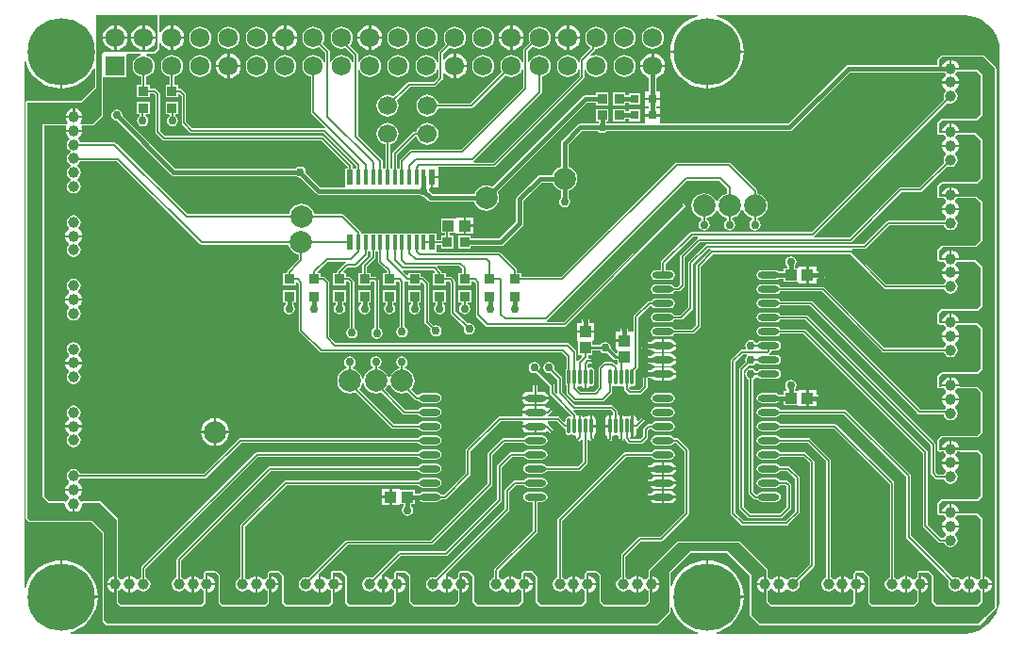
<source format=gtl>
G04*
G04 #@! TF.GenerationSoftware,Altium Limited,Altium Designer,20.2.6 (244)*
G04*
G04 Layer_Physical_Order=1*
G04 Layer_Color=255*
%FSLAX25Y25*%
%MOIN*%
G70*
G04*
G04 #@! TF.SameCoordinates,B7C649A0-D185-4167-BDA9-E368864AB92A*
G04*
G04*
G04 #@! TF.FilePolarity,Positive*
G04*
G01*
G75*
%ADD16C,0.07874*%
%ADD17R,0.03937X0.04134*%
%ADD18O,0.07480X0.02362*%
%ADD19O,0.01181X0.05709*%
%ADD20R,0.02362X0.05315*%
%ADD21R,0.01575X0.05315*%
%ADD22R,0.03347X0.03543*%
%ADD23R,0.03543X0.03347*%
%ADD24R,0.03150X0.03150*%
%ADD25R,0.04134X0.03937*%
%ADD41C,0.00600*%
%ADD42C,0.01600*%
%ADD43C,0.01000*%
%ADD44C,0.00800*%
%ADD45C,0.23819*%
%ADD46C,0.06693*%
%ADD47C,0.03937*%
%ADD48C,0.06791*%
%ADD49R,0.06791X0.06791*%
%ADD50C,0.02953*%
G36*
X335219Y219455D02*
X336864Y219018D01*
X338438Y218369D01*
X339913Y217519D01*
X341264Y216484D01*
X342468Y215280D01*
X343503Y213929D01*
X344353Y212454D01*
X345002Y210880D01*
X345439Y209235D01*
X345657Y207547D01*
X345654Y206696D01*
X345654Y206694D01*
X345654Y206693D01*
X345654Y13780D01*
X345654Y13778D01*
X345654Y13777D01*
X345657Y12926D01*
X345439Y11238D01*
X345002Y9592D01*
X344353Y8019D01*
X343503Y6543D01*
X342468Y5192D01*
X341264Y3989D01*
X339913Y2953D01*
X338438Y2104D01*
X336864Y1455D01*
X335219Y1018D01*
X333531Y800D01*
X332680Y803D01*
X332678Y802D01*
X332677Y803D01*
X245515D01*
X245456Y1303D01*
X246128Y1464D01*
X248005Y2242D01*
X249737Y3303D01*
X251283Y4623D01*
X252602Y6168D01*
X253664Y7901D01*
X254442Y9778D01*
X254916Y11754D01*
X255044Y13379D01*
X242126D01*
Y13780D01*
X241726D01*
Y26697D01*
X240100Y26570D01*
X238124Y26095D01*
X236247Y25317D01*
X234514Y24256D01*
X232969Y22936D01*
X231650Y21391D01*
X230588Y19658D01*
X229810Y17781D01*
X229781Y17660D01*
X229281Y17719D01*
Y22296D01*
X236405Y29419D01*
X249185D01*
X257215Y21390D01*
Y7244D01*
X257373Y6861D01*
X257373Y6861D01*
X260444Y3791D01*
X260827Y3632D01*
X260827Y3632D01*
X337992D01*
X337992Y3632D01*
X338375Y3791D01*
X340737Y6153D01*
X344320Y9735D01*
X344478Y10118D01*
X344478Y10118D01*
X344478Y200709D01*
X344478Y200709D01*
X344320Y201091D01*
X340146Y205265D01*
X339764Y205423D01*
X339764Y205423D01*
X325276D01*
X325276Y205423D01*
X324893Y205265D01*
X323633Y204005D01*
X323633Y204005D01*
X323633Y204005D01*
X323565Y203840D01*
X323475Y203622D01*
X323475Y203622D01*
X323475Y203622D01*
X323475Y202427D01*
X323121Y202074D01*
X292087D01*
X291579Y201973D01*
X291149Y201685D01*
X270711Y181247D01*
X225712D01*
X225449Y181638D01*
X225449Y181747D01*
Y183813D01*
X222874D01*
X220299D01*
Y181747D01*
X220299Y181638D01*
X220036Y181247D01*
X206550D01*
X206484Y181346D01*
X206384Y181413D01*
Y181941D01*
X207232D01*
Y186484D01*
X202886D01*
Y181941D01*
X203734D01*
Y181413D01*
X203634Y181346D01*
X203568Y181247D01*
X197323D01*
X196816Y181146D01*
X196386Y180859D01*
X190874Y175347D01*
X190586Y174917D01*
X190486Y174409D01*
Y166025D01*
X189573Y165647D01*
X188646Y164936D01*
X187935Y164009D01*
X187557Y163097D01*
X183189D01*
X182682Y162996D01*
X182252Y162709D01*
X175047Y155504D01*
X174760Y155074D01*
X174659Y154567D01*
Y146494D01*
X168742Y140577D01*
X158571D01*
Y141524D01*
X154224D01*
Y136980D01*
X158571D01*
Y137926D01*
X169291D01*
X169799Y138027D01*
X170229Y138315D01*
X176921Y145008D01*
X177209Y145438D01*
X177310Y145945D01*
Y154018D01*
X183738Y160446D01*
X187557D01*
X187935Y159534D01*
X188646Y158607D01*
X189573Y157896D01*
X190486Y157518D01*
Y155153D01*
X190386Y155086D01*
X189949Y154433D01*
X189796Y153661D01*
X189949Y152890D01*
X190386Y152236D01*
X191040Y151800D01*
X191811Y151646D01*
X192582Y151800D01*
X193236Y152236D01*
X193673Y152890D01*
X193826Y153661D01*
X193673Y154433D01*
X193236Y155086D01*
X193137Y155153D01*
Y157518D01*
X194049Y157896D01*
X194975Y158607D01*
X195687Y159534D01*
X196134Y160613D01*
X196286Y161772D01*
X196134Y162930D01*
X195687Y164009D01*
X194975Y164936D01*
X194049Y165647D01*
X193137Y166025D01*
Y173860D01*
X197872Y178596D01*
X203568D01*
X203634Y178496D01*
X204288Y178059D01*
X205059Y177906D01*
X205830Y178059D01*
X206484Y178496D01*
X206550Y178596D01*
X271260D01*
X271767Y178697D01*
X272197Y178984D01*
X292636Y199423D01*
X326145D01*
X326449Y198968D01*
X326605Y198864D01*
X326563Y198291D01*
X326111Y197944D01*
X325635Y197324D01*
X325336Y196602D01*
X325287Y196227D01*
X328228D01*
X331170D01*
X331120Y196602D01*
X330821Y197324D01*
X330346Y197944D01*
X329894Y198291D01*
X329852Y198864D01*
X330008Y198968D01*
X330554Y199785D01*
X330558Y199807D01*
X331444D01*
X331509Y199775D01*
X331527Y199781D01*
X331545Y199774D01*
X337374D01*
X338869Y198279D01*
X338868Y184634D01*
X337217Y182982D01*
X325038D01*
X325038Y182982D01*
X324655Y182824D01*
X324655Y182824D01*
X323632Y181800D01*
X323632Y181800D01*
X323632Y181800D01*
X323555Y181614D01*
X323473Y181418D01*
X323473Y181418D01*
X323473Y181417D01*
X323475Y177874D01*
X323553Y177684D01*
X323633Y177491D01*
X323633Y177491D01*
X323633Y177491D01*
X323827Y177411D01*
X324016Y177333D01*
X324912D01*
X324929Y177340D01*
X324947Y177334D01*
X325012Y177366D01*
X325899D01*
X325903Y177344D01*
X326449Y176527D01*
X326605Y176423D01*
X326563Y175850D01*
X326111Y175503D01*
X325635Y174883D01*
X325336Y174161D01*
X325287Y173786D01*
X328228D01*
X331170D01*
X331120Y174161D01*
X330821Y174883D01*
X330346Y175503D01*
X329894Y175850D01*
X329852Y176423D01*
X330008Y176527D01*
X330554Y177344D01*
X330558Y177366D01*
X331444D01*
X331509Y177334D01*
X331527Y177340D01*
X331545Y177333D01*
X336941D01*
X338869Y175405D01*
X338868Y161957D01*
X337453Y160541D01*
X325037D01*
X325037Y160541D01*
X325037Y160541D01*
X324845Y160462D01*
X324655Y160383D01*
X324654Y160382D01*
X324654Y160382D01*
X323633Y159359D01*
X323633Y159359D01*
X323633Y159359D01*
X323633Y159359D01*
X323553Y159165D01*
X323475Y158976D01*
Y158976D01*
X323475Y158976D01*
X323475Y158976D01*
X323475Y155787D01*
X323475Y155787D01*
X323633Y155404D01*
X323987Y155050D01*
X324369Y154892D01*
X324369Y154892D01*
X324912D01*
X324929Y154899D01*
X324947Y154893D01*
X325012Y154925D01*
X325899D01*
X325903Y154903D01*
X326449Y154086D01*
X326605Y153982D01*
X326563Y153409D01*
X326111Y153062D01*
X325635Y152442D01*
X325336Y151720D01*
X325287Y151345D01*
X328228D01*
X331170D01*
X331120Y151720D01*
X330821Y152442D01*
X330346Y153062D01*
X329894Y153409D01*
X329852Y153982D01*
X330008Y154086D01*
X330554Y154903D01*
X330558Y154925D01*
X331445D01*
X331509Y154893D01*
X331527Y154899D01*
X331545Y154892D01*
X336938Y154892D01*
X338868Y153284D01*
X338868Y140106D01*
X336862Y138100D01*
X325354Y138100D01*
X324972Y137942D01*
X324972Y137942D01*
X323646Y136616D01*
X323567Y136425D01*
X323488Y136236D01*
X323476Y133349D01*
X323476Y133348D01*
X323476Y133347D01*
X323554Y133158D01*
X323633Y132965D01*
X323633Y132965D01*
X323633Y132965D01*
X323986Y132610D01*
X323987Y132610D01*
X323987Y132609D01*
X324177Y132531D01*
X324369Y132451D01*
X324369Y132451D01*
X324370Y132451D01*
X324912D01*
X324929Y132458D01*
X324948Y132452D01*
X325012Y132484D01*
X325899D01*
X325903Y132462D01*
X326449Y131646D01*
X326605Y131541D01*
X326563Y130968D01*
X326111Y130621D01*
X325635Y130001D01*
X325336Y129279D01*
X325287Y128904D01*
X328228D01*
X331170D01*
X331120Y129279D01*
X330821Y130001D01*
X330346Y130621D01*
X329894Y130968D01*
X329852Y131541D01*
X330008Y131646D01*
X330554Y132462D01*
X330558Y132484D01*
X331444D01*
X331509Y132452D01*
X331527Y132458D01*
X331545Y132451D01*
X336902D01*
X338868Y130485D01*
X338847Y116985D01*
X337521Y115659D01*
X325158D01*
X325157Y115659D01*
X324775Y115501D01*
X324775Y115501D01*
X323633Y114359D01*
X323633Y114359D01*
X323633Y114359D01*
X323558Y114178D01*
X323474Y113976D01*
X323474Y113976D01*
X323474Y113976D01*
X323474Y110905D01*
X323474Y110905D01*
X323633Y110522D01*
X323986Y110169D01*
X324369Y110010D01*
X324369Y110010D01*
X324912D01*
X324929Y110017D01*
X324948Y110011D01*
X325012Y110043D01*
X325899D01*
X325903Y110021D01*
X326449Y109205D01*
X326605Y109100D01*
X326563Y108527D01*
X326111Y108180D01*
X325635Y107560D01*
X325336Y106838D01*
X325287Y106463D01*
X328228D01*
X331170D01*
X331120Y106838D01*
X330821Y107560D01*
X330346Y108180D01*
X329894Y108527D01*
X329852Y109100D01*
X330008Y109205D01*
X330554Y110021D01*
X330558Y110043D01*
X331445D01*
X331509Y110011D01*
X331527Y110017D01*
X331545Y110010D01*
X337560D01*
X338868Y108702D01*
X338862Y94560D01*
X337521Y93218D01*
X325079D01*
X324696Y93060D01*
X324696Y93060D01*
X323633Y91997D01*
X323633Y91997D01*
X323474Y91614D01*
X323474Y91614D01*
Y88110D01*
X323633Y87727D01*
X324016Y87569D01*
X324917D01*
X324935Y87576D01*
X324953Y87570D01*
X325097Y87642D01*
X325899D01*
X325903Y87620D01*
X326449Y86803D01*
X326605Y86699D01*
X326563Y86125D01*
X326111Y85779D01*
X325635Y85158D01*
X325336Y84436D01*
X325287Y84061D01*
X328228D01*
X331170D01*
X331120Y84436D01*
X330821Y85158D01*
X330346Y85779D01*
X329894Y86125D01*
X329852Y86699D01*
X330008Y86803D01*
X330554Y87620D01*
X330558Y87642D01*
X331360D01*
X331504Y87570D01*
X331522Y87576D01*
X331539Y87569D01*
X337560D01*
X338868Y86261D01*
X338869Y71879D01*
X337768Y70777D01*
X325197D01*
X325197Y70777D01*
X324814Y70619D01*
X323634Y69438D01*
X323634Y69438D01*
X323634Y69438D01*
X323634Y69438D01*
X323603Y69365D01*
X323475Y69056D01*
X323475Y69055D01*
X323474Y66023D01*
X323474Y66023D01*
X323474Y66023D01*
X323542Y65859D01*
X323633Y65640D01*
X323633Y65640D01*
X323633Y65640D01*
X323986Y65287D01*
X323987Y65287D01*
X323987Y65287D01*
X324167Y65212D01*
X324369Y65128D01*
X324369Y65128D01*
X324369Y65128D01*
X324912D01*
X324929Y65135D01*
X324948Y65129D01*
X325012Y65161D01*
X325899D01*
X325903Y65139D01*
X326449Y64323D01*
X326605Y64218D01*
X326563Y63645D01*
X326111Y63298D01*
X325635Y62678D01*
X325336Y61956D01*
X325287Y61581D01*
X328228D01*
X331170D01*
X331120Y61956D01*
X330821Y62678D01*
X330346Y63298D01*
X329894Y63645D01*
X329852Y64218D01*
X330008Y64323D01*
X330554Y65139D01*
X330558Y65161D01*
X331445D01*
X331509Y65129D01*
X331527Y65135D01*
X331545Y65128D01*
X337807D01*
X338868Y64067D01*
X338869Y49685D01*
X337521Y48336D01*
X325197Y48336D01*
X324814Y48178D01*
X324814Y48178D01*
X323633Y46997D01*
X323474Y46614D01*
X323474Y46614D01*
X323475Y43228D01*
X323633Y42846D01*
X324016Y42687D01*
X324912D01*
X324930Y42694D01*
X324948Y42688D01*
X325012Y42720D01*
X325899D01*
X325903Y42698D01*
X326449Y41882D01*
X326605Y41778D01*
X326563Y41204D01*
X326111Y40857D01*
X325635Y40237D01*
X325336Y39515D01*
X325287Y39140D01*
X328228D01*
X331170D01*
X331120Y39515D01*
X330821Y40237D01*
X330346Y40857D01*
X329894Y41204D01*
X329852Y41778D01*
X330008Y41882D01*
X330554Y42698D01*
X330558Y42720D01*
X331445D01*
X331509Y42688D01*
X331527Y42694D01*
X331545Y42687D01*
X337560D01*
X338846Y41401D01*
X338846Y21547D01*
X338854Y21529D01*
X338848Y21511D01*
X338862Y21482D01*
Y20558D01*
X338840Y20554D01*
X338023Y20008D01*
X337919Y19852D01*
X337346Y19894D01*
X336999Y20346D01*
X336379Y20821D01*
X335657Y21120D01*
X335282Y21170D01*
Y18228D01*
Y15287D01*
X335657Y15336D01*
X336379Y15635D01*
X336999Y16111D01*
X337346Y16563D01*
X337919Y16605D01*
X338023Y16449D01*
X338840Y15903D01*
X338862Y15899D01*
Y14974D01*
X338848Y14945D01*
X338854Y14927D01*
X338846Y14910D01*
Y12250D01*
X337521Y10924D01*
X323385D01*
X322037Y12271D01*
Y21339D01*
X321879Y21721D01*
X321879Y21721D01*
X320776Y22824D01*
X320394Y22982D01*
X320394Y22982D01*
X316929D01*
X316546Y22824D01*
X316388Y22441D01*
Y21545D01*
X316395Y21527D01*
X316389Y21509D01*
X316421Y21444D01*
Y20558D01*
X316399Y20554D01*
X315582Y20008D01*
X315478Y19852D01*
X314905Y19894D01*
X314558Y20346D01*
X313938Y20821D01*
X313216Y21120D01*
X312841Y21170D01*
Y18228D01*
Y15287D01*
X313216Y15336D01*
X313938Y15635D01*
X314558Y16111D01*
X314905Y16563D01*
X315478Y16605D01*
X315582Y16449D01*
X316399Y15903D01*
X316421Y15899D01*
Y15012D01*
X316389Y14947D01*
X316395Y14930D01*
X316388Y14912D01*
Y12232D01*
X315080Y10924D01*
X300589D01*
X299596Y11917D01*
X299596Y20669D01*
X299596Y20669D01*
X299438Y21052D01*
X299438Y21052D01*
X297679Y22810D01*
Y22810D01*
X297679Y22810D01*
X297678Y22812D01*
X297487Y22891D01*
X297298Y22970D01*
X297295Y22970D01*
X297295Y22970D01*
X297295Y22970D01*
X294845Y22981D01*
X294844Y22981D01*
X294844Y22981D01*
X294655Y22903D01*
X294461Y22824D01*
X294461Y22823D01*
X294461Y22823D01*
X294106Y22470D01*
X294106Y22470D01*
X294106Y22469D01*
X294026Y22277D01*
X293947Y22088D01*
X293947Y22087D01*
X293947Y22087D01*
Y21545D01*
X293954Y21527D01*
X293948Y21509D01*
X293980Y21444D01*
Y20558D01*
X293958Y20554D01*
X293142Y20008D01*
X293037Y19852D01*
X292464Y19894D01*
X292117Y20346D01*
X291497Y20821D01*
X290775Y21120D01*
X290400Y21170D01*
Y18228D01*
Y15287D01*
X290775Y15336D01*
X291497Y15635D01*
X292117Y16111D01*
X292464Y16563D01*
X293037Y16605D01*
X293142Y16449D01*
X293958Y15903D01*
X293980Y15899D01*
Y15012D01*
X293948Y14947D01*
X293954Y14930D01*
X293947Y14912D01*
Y11878D01*
X292993Y10924D01*
X264920D01*
X263612Y12232D01*
Y14912D01*
X263605Y14930D01*
X263611Y14947D01*
X263579Y15012D01*
Y15899D01*
X263601Y15903D01*
X264418Y16449D01*
X264522Y16605D01*
X265095Y16563D01*
X265442Y16111D01*
X266062Y15635D01*
X266784Y15336D01*
X267159Y15287D01*
Y18228D01*
Y21170D01*
X266784Y21120D01*
X266062Y20821D01*
X265442Y20346D01*
X265095Y19894D01*
X264522Y19852D01*
X264418Y20008D01*
X263601Y20554D01*
X263579Y20558D01*
Y21445D01*
X263611Y21509D01*
X263605Y21527D01*
X263612Y21545D01*
Y23346D01*
X263454Y23729D01*
X253965Y33217D01*
X253583Y33376D01*
X253583Y33376D01*
X231890D01*
X231507Y33217D01*
X231507Y33217D01*
X221546Y23257D01*
X221388Y22874D01*
X221388Y22874D01*
Y21545D01*
X221395Y21527D01*
X221389Y21509D01*
X221421Y21445D01*
Y20558D01*
X221399Y20554D01*
X220583Y20008D01*
X220478Y19852D01*
X219905Y19894D01*
X219558Y20346D01*
X218938Y20821D01*
X218216Y21121D01*
X217841Y21170D01*
Y18228D01*
Y15287D01*
X218216Y15336D01*
X218938Y15635D01*
X219558Y16111D01*
X219905Y16563D01*
X220478Y16605D01*
X220583Y16449D01*
X221399Y15903D01*
X221421Y15899D01*
Y15012D01*
X221389Y14947D01*
X221395Y14930D01*
X221388Y14912D01*
Y12232D01*
X220051Y10896D01*
X205972Y10896D01*
X204596Y12271D01*
Y21181D01*
X204596Y21181D01*
X204438Y21564D01*
X204438Y21564D01*
X203191Y22810D01*
Y22811D01*
X203191Y22811D01*
X203190Y22812D01*
X202999Y22891D01*
X202809Y22970D01*
X202807Y22970D01*
X202807Y22970D01*
X202807Y22970D01*
X199844Y22981D01*
X199844Y22981D01*
X199843Y22981D01*
X199655Y22903D01*
X199461Y22824D01*
X199461Y22823D01*
X199460Y22823D01*
X199106Y22470D01*
X199106Y22470D01*
X199106Y22470D01*
X199026Y22277D01*
X198947Y22088D01*
X198947Y22087D01*
X198947Y22087D01*
Y21545D01*
X198954Y21527D01*
X198948Y21509D01*
X198980Y21445D01*
Y20558D01*
X198958Y20554D01*
X198142Y20008D01*
X198037Y19852D01*
X197464Y19894D01*
X197117Y20346D01*
X196497Y20821D01*
X195775Y21121D01*
X195400Y21170D01*
Y18228D01*
Y15287D01*
X195775Y15336D01*
X196497Y15635D01*
X197117Y16111D01*
X197464Y16563D01*
X198037Y16605D01*
X198142Y16449D01*
X198958Y15903D01*
X198980Y15899D01*
Y15012D01*
X198948Y14947D01*
X198954Y14930D01*
X198947Y14912D01*
Y12232D01*
X197610Y10896D01*
X183531Y10896D01*
X182155Y12271D01*
Y21063D01*
X181997Y21446D01*
X181997Y21446D01*
X180620Y22822D01*
Y22822D01*
X180620Y22822D01*
X180620Y22822D01*
X180420Y22905D01*
X180238Y22981D01*
X180238D01*
X180238Y22981D01*
X180237Y22981D01*
X177401Y22982D01*
X177401Y22982D01*
X177401Y22982D01*
X177204Y22900D01*
X177018Y22824D01*
X177018Y22824D01*
X177018Y22824D01*
X176665Y22470D01*
X176665Y22470D01*
X176665Y22470D01*
X176592Y22295D01*
X176506Y22087D01*
X176506Y22087D01*
X176506Y22087D01*
Y21545D01*
X176513Y21527D01*
X176507Y21509D01*
X176539Y21444D01*
Y20558D01*
X176517Y20554D01*
X175701Y20008D01*
X175596Y19852D01*
X175023Y19894D01*
X174676Y20346D01*
X174056Y20821D01*
X173334Y21120D01*
X172959Y21170D01*
Y18228D01*
Y15287D01*
X173334Y15336D01*
X174056Y15635D01*
X174676Y16111D01*
X175023Y16563D01*
X175596Y16605D01*
X175701Y16449D01*
X176517Y15903D01*
X176539Y15899D01*
Y15012D01*
X176507Y14947D01*
X176513Y14930D01*
X176506Y14912D01*
Y12232D01*
X175170Y10895D01*
X161090Y10896D01*
X159714Y12271D01*
Y21112D01*
X159556Y21495D01*
X159556Y21495D01*
X158228Y22823D01*
Y22823D01*
X157845Y22982D01*
X157845Y22982D01*
X154960Y22982D01*
X154960Y22982D01*
X154577Y22823D01*
X154577Y22823D01*
X154224Y22470D01*
X154224Y22470D01*
X154065Y22087D01*
X154065Y22087D01*
Y21545D01*
X154072Y21527D01*
X154066Y21509D01*
X154098Y21444D01*
Y20558D01*
X154076Y20554D01*
X153260Y20008D01*
X153155Y19852D01*
X152582Y19894D01*
X152235Y20346D01*
X151615Y20821D01*
X150893Y21120D01*
X150518Y21170D01*
Y18228D01*
Y15287D01*
X150893Y15336D01*
X151615Y15635D01*
X152235Y16111D01*
X152582Y16563D01*
X153155Y16605D01*
X153260Y16449D01*
X154076Y15903D01*
X154098Y15899D01*
Y15012D01*
X154066Y14947D01*
X154072Y14930D01*
X154065Y14912D01*
X154065Y12232D01*
X152757Y10923D01*
X138649Y10896D01*
X137274Y12271D01*
X137274Y21142D01*
X137274Y21142D01*
X137115Y21524D01*
X137115Y21524D01*
X135816Y22824D01*
X135816Y22824D01*
X135433Y22982D01*
X135433Y22982D01*
X132165D01*
X131783Y22824D01*
X131624Y22441D01*
Y21545D01*
X131631Y21527D01*
X131625Y21509D01*
X131657Y21444D01*
Y20558D01*
X131635Y20554D01*
X130819Y20008D01*
X130714Y19852D01*
X130141Y19894D01*
X129794Y20346D01*
X129174Y20821D01*
X128452Y21120D01*
X128077Y21170D01*
Y18228D01*
Y15287D01*
X128452Y15336D01*
X129174Y15635D01*
X129794Y16111D01*
X130141Y16563D01*
X130714Y16605D01*
X130819Y16449D01*
X131635Y15903D01*
X131657Y15899D01*
Y15012D01*
X131625Y14947D01*
X131631Y14930D01*
X131624Y14912D01*
Y12232D01*
X130299Y10907D01*
X115866Y10896D01*
X115854D01*
X114832Y11917D01*
X114832Y21142D01*
X114832Y21142D01*
X114674Y21524D01*
X113375Y22824D01*
X112992Y22982D01*
X112992Y22982D01*
X109724Y22982D01*
X109342Y22824D01*
X109183Y22441D01*
Y21545D01*
X109190Y21527D01*
X109184Y21509D01*
X109216Y21444D01*
Y20558D01*
X109194Y20554D01*
X108378Y20008D01*
X108273Y19852D01*
X107700Y19894D01*
X107353Y20346D01*
X106733Y20821D01*
X106011Y21120D01*
X105636Y21170D01*
Y18228D01*
Y15287D01*
X106011Y15336D01*
X106733Y15635D01*
X107353Y16111D01*
X107700Y16563D01*
X108273Y16605D01*
X108378Y16449D01*
X109194Y15903D01*
X109216Y15899D01*
Y15012D01*
X109184Y14947D01*
X109190Y14930D01*
X109183Y14912D01*
Y11878D01*
X108201Y10896D01*
X93430Y10878D01*
X92392Y11917D01*
X92392Y21299D01*
X92233Y21682D01*
X92233Y21682D01*
X91091Y22824D01*
X91091Y22824D01*
X90709Y22982D01*
X90709Y22982D01*
X87637Y22982D01*
X87637Y22982D01*
X87254Y22824D01*
X86901Y22470D01*
X86742Y22087D01*
X86742Y22087D01*
Y21545D01*
X86750Y21527D01*
X86743Y21509D01*
X86775Y21444D01*
Y20558D01*
X86753Y20554D01*
X85937Y20008D01*
X85833Y19852D01*
X85259Y19894D01*
X84913Y20346D01*
X84292Y20821D01*
X83570Y21120D01*
X83195Y21170D01*
Y18228D01*
Y15287D01*
X83570Y15336D01*
X84292Y15635D01*
X84913Y16111D01*
X85259Y16563D01*
X85833Y16605D01*
X85937Y16449D01*
X86753Y15903D01*
X86775Y15899D01*
Y15012D01*
X86743Y14947D01*
X86750Y14930D01*
X86742Y14912D01*
Y11878D01*
X85760Y10896D01*
X70972Y10896D01*
X69951Y11917D01*
Y21299D01*
X69951Y21299D01*
X69792Y21682D01*
X69792Y21682D01*
X68650Y22824D01*
X68268Y22982D01*
X68268Y22982D01*
X64842Y22982D01*
X64460Y22824D01*
X64301Y22441D01*
Y21545D01*
X64309Y21527D01*
X64302Y21509D01*
X64334Y21444D01*
Y20558D01*
X64312Y20554D01*
X63496Y20008D01*
X63392Y19852D01*
X62818Y19894D01*
X62471Y20346D01*
X61851Y20821D01*
X61129Y21120D01*
X60754Y21170D01*
Y18228D01*
Y15287D01*
X61129Y15336D01*
X61851Y15635D01*
X62471Y16111D01*
X62818Y16563D01*
X63392Y16605D01*
X63496Y16449D01*
X64312Y15903D01*
X64334Y15899D01*
Y15012D01*
X64302Y14948D01*
X64309Y14930D01*
X64301Y14912D01*
X64301Y11878D01*
X63319Y10896D01*
X34949Y10896D01*
X33966Y11878D01*
Y14912D01*
X33959Y14930D01*
X33965Y14947D01*
X33933Y15012D01*
Y15899D01*
X33955Y15903D01*
X34772Y16449D01*
X34876Y16605D01*
X35450Y16563D01*
X35796Y16111D01*
X36416Y15635D01*
X37139Y15336D01*
X37513Y15287D01*
Y18228D01*
Y21170D01*
X37139Y21120D01*
X36416Y20821D01*
X35796Y20346D01*
X35450Y19894D01*
X34876Y19852D01*
X34772Y20008D01*
X33955Y20554D01*
X33933Y20558D01*
Y21445D01*
X33965Y21509D01*
X33959Y21527D01*
X33966Y21545D01*
Y41024D01*
X33808Y41407D01*
X27706Y47509D01*
X27706Y47509D01*
X27323Y47667D01*
X27323Y47667D01*
X21550D01*
X21532Y47660D01*
X21514Y47666D01*
X21343Y47582D01*
X21167Y47509D01*
X21160Y47491D01*
X21143Y47483D01*
X21113Y47448D01*
X20574Y47592D01*
X20554Y47695D01*
X20008Y48512D01*
X19852Y48616D01*
X19894Y49190D01*
X20346Y49536D01*
X20821Y50156D01*
X21120Y50879D01*
X21170Y51253D01*
X18228D01*
X15287D01*
X15336Y50879D01*
X15635Y50156D01*
X16111Y49536D01*
X16563Y49190D01*
X16605Y48616D01*
X16449Y48512D01*
X15903Y47695D01*
X15883Y47592D01*
X15344Y47448D01*
X15314Y47483D01*
X15297Y47491D01*
X15290Y47509D01*
X15113Y47582D01*
X14942Y47666D01*
X14924Y47660D01*
X14907Y47667D01*
X9476D01*
X7707Y49437D01*
Y180601D01*
X15393D01*
X15542Y180413D01*
X15674Y180101D01*
X15415Y179476D01*
X15366Y179101D01*
X18307D01*
X21249D01*
X21199Y179476D01*
X20940Y180101D01*
X21072Y180413D01*
X21221Y180601D01*
X24724D01*
X25107Y180759D01*
X28414Y184066D01*
X28573Y184449D01*
X28573Y184449D01*
Y197756D01*
X29057Y197793D01*
X29073Y197793D01*
X36848D01*
Y205455D01*
X36848Y205585D01*
X37162Y205955D01*
X41827D01*
X41936Y205484D01*
X40988Y205092D01*
X40174Y204467D01*
X39550Y203654D01*
X39157Y202706D01*
X39024Y201689D01*
X39157Y200672D01*
X39550Y199724D01*
X40174Y198910D01*
X40988Y198286D01*
X41936Y197894D01*
X42137Y197867D01*
Y194988D01*
X40642D01*
Y190642D01*
X45185D01*
Y191999D01*
X46572D01*
X47177Y191394D01*
Y178386D01*
X47176Y178386D01*
X47238Y178074D01*
X47415Y177809D01*
X49738Y175486D01*
X49738Y175486D01*
X50003Y175309D01*
X50315Y175247D01*
X50315Y175247D01*
X105961D01*
X115188Y166020D01*
Y165461D01*
X114323D01*
Y159146D01*
X113964Y158806D01*
X105470D01*
X100299Y163977D01*
X100322Y164094D01*
X100169Y164866D01*
X99732Y165519D01*
X99078Y165956D01*
X98307Y166110D01*
X97536Y165956D01*
X96882Y165519D01*
X96816Y165420D01*
X54171D01*
X35456Y184135D01*
X35480Y184252D01*
X35326Y185023D01*
X34890Y185677D01*
X34236Y186114D01*
X33465Y186267D01*
X32693Y186114D01*
X32040Y185677D01*
X31603Y185023D01*
X31449Y184252D01*
X31603Y183481D01*
X32040Y182827D01*
X32693Y182390D01*
X33465Y182237D01*
X33582Y182260D01*
X52685Y163157D01*
X53115Y162870D01*
X53622Y162769D01*
X96816D01*
X96882Y162670D01*
X97536Y162233D01*
X98307Y162079D01*
X98424Y162103D01*
X103984Y156543D01*
X104414Y156256D01*
X104921Y156155D01*
X140497D01*
X140563Y156055D01*
X141217Y155619D01*
X141988Y155465D01*
X142105Y155489D01*
X143610Y153984D01*
X144040Y153697D01*
X144547Y153596D01*
X159841D01*
X160219Y152684D01*
X160930Y151757D01*
X161857Y151046D01*
X162936Y150599D01*
X164094Y150446D01*
X165253Y150599D01*
X166332Y151046D01*
X167259Y151757D01*
X167970Y152684D01*
X168417Y153763D01*
X168570Y154921D01*
X168417Y156079D01*
X168040Y156992D01*
X199644Y188596D01*
X202886D01*
Y187650D01*
X207232D01*
Y192193D01*
X202886D01*
Y191247D01*
X199094D01*
X198587Y191146D01*
X198157Y190858D01*
X166165Y158866D01*
X165253Y159244D01*
X164094Y159397D01*
X162936Y159244D01*
X161857Y158797D01*
X160930Y158086D01*
X160219Y157159D01*
X159841Y156247D01*
X145096D01*
X143980Y157363D01*
X144003Y157480D01*
X143871Y158146D01*
X144142Y158646D01*
X144541D01*
Y162303D01*
X144941D01*
Y162703D01*
X147122D01*
Y165838D01*
X166850D01*
X166850Y165838D01*
X167163Y165900D01*
X167427Y166077D01*
X198535Y197184D01*
X198535Y197184D01*
X198712Y197449D01*
X198774Y197761D01*
Y200292D01*
X199274Y200392D01*
X199550Y199724D01*
X200174Y198910D01*
X200988Y198286D01*
X201936Y197894D01*
X202953Y197760D01*
X203970Y197894D01*
X204917Y198286D01*
X205731Y198910D01*
X206356Y199724D01*
X206748Y200672D01*
X206882Y201689D01*
X206748Y202706D01*
X206356Y203654D01*
X205731Y204467D01*
X204917Y205092D01*
X203970Y205484D01*
X202953Y205618D01*
X201936Y205484D01*
X201269Y205208D01*
X200985Y205632D01*
X202345Y206991D01*
X202522Y207256D01*
X202584Y207568D01*
X203007Y207767D01*
X203970Y207894D01*
X204917Y208286D01*
X205731Y208911D01*
X206356Y209724D01*
X206748Y210672D01*
X206882Y211689D01*
X206748Y212706D01*
X206356Y213654D01*
X205731Y214467D01*
X204917Y215092D01*
X203970Y215484D01*
X202953Y215618D01*
X201936Y215484D01*
X200988Y215092D01*
X200174Y214467D01*
X199550Y213654D01*
X199157Y212706D01*
X199023Y211689D01*
X199157Y210672D01*
X199550Y209724D01*
X200174Y208911D01*
X200874Y208374D01*
X200897Y207850D01*
X197381Y204335D01*
X197204Y204070D01*
X197142Y203758D01*
X197142Y203758D01*
Y203061D01*
X196642Y202962D01*
X196356Y203654D01*
X195731Y204467D01*
X194917Y205092D01*
X193970Y205484D01*
X192953Y205618D01*
X191936Y205484D01*
X190988Y205092D01*
X190174Y204467D01*
X189550Y203654D01*
X189157Y202706D01*
X189023Y201689D01*
X189157Y200672D01*
X189550Y199724D01*
X190174Y198910D01*
X190988Y198286D01*
X191936Y197894D01*
X192953Y197760D01*
X193970Y197894D01*
X194917Y198286D01*
X195731Y198910D01*
X196356Y199724D01*
X196642Y200416D01*
X197142Y200317D01*
Y198099D01*
X166513Y167469D01*
X159748D01*
X159597Y167969D01*
X159711Y168045D01*
X183529Y191864D01*
X183529Y191864D01*
X183706Y192129D01*
X183768Y192441D01*
Y197867D01*
X183970Y197894D01*
X184917Y198286D01*
X185731Y198910D01*
X186356Y199724D01*
X186748Y200672D01*
X186882Y201689D01*
X186748Y202706D01*
X186356Y203654D01*
X185731Y204467D01*
X184917Y205092D01*
X183970Y205484D01*
X182953Y205618D01*
X181936Y205484D01*
X180988Y205092D01*
X180174Y204467D01*
X179550Y203654D01*
X179263Y202962D01*
X178763Y203061D01*
Y206980D01*
X180468Y208685D01*
X180988Y208286D01*
X181936Y207894D01*
X182953Y207760D01*
X183970Y207894D01*
X184917Y208286D01*
X185731Y208911D01*
X186356Y209724D01*
X186748Y210672D01*
X186882Y211689D01*
X186748Y212706D01*
X186356Y213654D01*
X185731Y214467D01*
X184917Y215092D01*
X183970Y215484D01*
X182953Y215618D01*
X181936Y215484D01*
X180988Y215092D01*
X180174Y214467D01*
X179550Y213654D01*
X179157Y212706D01*
X179024Y211689D01*
X179157Y210672D01*
X179448Y209971D01*
X177371Y207894D01*
X177194Y207630D01*
X177132Y207318D01*
X177132Y207318D01*
Y203086D01*
X176632Y202987D01*
X176356Y203654D01*
X175731Y204467D01*
X174917Y205092D01*
X173970Y205484D01*
X172953Y205618D01*
X171936Y205484D01*
X170988Y205092D01*
X170174Y204467D01*
X169550Y203654D01*
X169157Y202706D01*
X169024Y201689D01*
X169157Y200672D01*
X169550Y199724D01*
X169674Y199563D01*
X158564Y188453D01*
X147040D01*
X147015Y188642D01*
X146628Y189578D01*
X146011Y190381D01*
X145208Y190998D01*
X144272Y191385D01*
X143268Y191517D01*
X142264Y191385D01*
X141328Y190998D01*
X140524Y190381D01*
X139908Y189578D01*
X139520Y188642D01*
X139388Y187638D01*
X139520Y186634D01*
X139908Y185698D01*
X140524Y184895D01*
X141328Y184278D01*
X142264Y183890D01*
X143268Y183758D01*
X144272Y183890D01*
X145208Y184278D01*
X146011Y184895D01*
X146628Y185698D01*
X147015Y186634D01*
X147040Y186822D01*
X158902D01*
X158902Y186822D01*
X159214Y186884D01*
X159478Y187061D01*
X170827Y198410D01*
X170988Y198286D01*
X171936Y197894D01*
X172953Y197760D01*
X173970Y197894D01*
X174917Y198286D01*
X175731Y198910D01*
X176356Y199724D01*
X176632Y200392D01*
X177132Y200292D01*
Y193915D01*
X155253Y172036D01*
X137599D01*
X137598Y172036D01*
X137286Y171974D01*
X137022Y171797D01*
X137022Y171797D01*
X133734Y168510D01*
X133557Y168245D01*
X133495Y167933D01*
X133495Y167933D01*
Y165461D01*
X132568D01*
Y170312D01*
X139001Y176745D01*
X139515Y176671D01*
X139520Y176634D01*
X139908Y175698D01*
X140524Y174894D01*
X141328Y174278D01*
X142264Y173890D01*
X143268Y173758D01*
X144272Y173890D01*
X145208Y174278D01*
X146011Y174894D01*
X146628Y175698D01*
X147015Y176634D01*
X147147Y177638D01*
X147015Y178642D01*
X146628Y179578D01*
X146011Y180381D01*
X145208Y180998D01*
X144272Y181385D01*
X143268Y181517D01*
X142264Y181385D01*
X141328Y180998D01*
X140524Y180381D01*
X139908Y179578D01*
X139520Y178642D01*
X139496Y178454D01*
X138740D01*
X138740Y178454D01*
X138428Y178391D01*
X138163Y178215D01*
X138163Y178215D01*
X131175Y171226D01*
X130998Y170962D01*
X130936Y170650D01*
X130936Y170650D01*
Y165461D01*
X130018D01*
Y173864D01*
X130217Y173890D01*
X131152Y174278D01*
X131956Y174894D01*
X132572Y175698D01*
X132960Y176634D01*
X133092Y177638D01*
X132960Y178642D01*
X132572Y179578D01*
X131956Y180381D01*
X131152Y180998D01*
X130217Y181385D01*
X129213Y181517D01*
X128208Y181385D01*
X127273Y180998D01*
X126469Y180381D01*
X125853Y179578D01*
X125465Y178642D01*
X125333Y177638D01*
X125465Y176634D01*
X125853Y175698D01*
X126469Y174894D01*
X127273Y174278D01*
X128208Y173890D01*
X128387Y173867D01*
Y165461D01*
X127450D01*
Y168051D01*
X127450Y168051D01*
X127387Y168363D01*
X127211Y168628D01*
X118774Y177065D01*
Y200292D01*
X119274Y200392D01*
X119550Y199724D01*
X120174Y198910D01*
X120988Y198286D01*
X121936Y197894D01*
X122953Y197760D01*
X123970Y197894D01*
X124917Y198286D01*
X125731Y198910D01*
X126356Y199724D01*
X126748Y200672D01*
X126882Y201689D01*
X126748Y202706D01*
X126356Y203654D01*
X125731Y204467D01*
X124917Y205092D01*
X123970Y205484D01*
X122953Y205618D01*
X121936Y205484D01*
X120988Y205092D01*
X120174Y204467D01*
X119550Y203654D01*
X119274Y202987D01*
X118774Y203086D01*
Y205625D01*
X118774Y205625D01*
X118711Y205937D01*
X118535Y206202D01*
X118535Y206202D01*
X115772Y208964D01*
X116356Y209724D01*
X116748Y210672D01*
X116882Y211689D01*
X116748Y212706D01*
X116356Y213654D01*
X115731Y214467D01*
X114917Y215092D01*
X113970Y215484D01*
X112953Y215618D01*
X111936Y215484D01*
X110988Y215092D01*
X110174Y214467D01*
X109550Y213654D01*
X109157Y212706D01*
X109023Y211689D01*
X109157Y210672D01*
X109550Y209724D01*
X110174Y208911D01*
X110988Y208286D01*
X111936Y207894D01*
X112953Y207760D01*
X113970Y207894D01*
X114370Y208059D01*
X117142Y205287D01*
Y203061D01*
X116642Y202962D01*
X116356Y203654D01*
X115731Y204467D01*
X114917Y205092D01*
X113970Y205484D01*
X112953Y205618D01*
X111936Y205484D01*
X110988Y205092D01*
X110174Y204467D01*
X109550Y203654D01*
X109274Y202987D01*
X108774Y203086D01*
Y206684D01*
X108774Y206684D01*
X108712Y206996D01*
X108535Y207261D01*
X108535Y207261D01*
X106232Y209563D01*
X106356Y209724D01*
X106748Y210672D01*
X106882Y211689D01*
X106748Y212706D01*
X106356Y213654D01*
X105731Y214467D01*
X104917Y215092D01*
X103970Y215484D01*
X102953Y215618D01*
X101936Y215484D01*
X100988Y215092D01*
X100174Y214467D01*
X99550Y213654D01*
X99157Y212706D01*
X99023Y211689D01*
X99157Y210672D01*
X99550Y209724D01*
X100174Y208911D01*
X100988Y208286D01*
X101936Y207894D01*
X102953Y207760D01*
X103970Y207894D01*
X104917Y208286D01*
X105078Y208410D01*
X107142Y206346D01*
Y203061D01*
X106642Y202962D01*
X106356Y203654D01*
X105731Y204467D01*
X104917Y205092D01*
X103970Y205484D01*
X102953Y205618D01*
X101936Y205484D01*
X100988Y205092D01*
X100174Y204467D01*
X99550Y203654D01*
X99157Y202706D01*
X99023Y201689D01*
X99157Y200672D01*
X99550Y199724D01*
X100174Y198910D01*
X100988Y198286D01*
X101936Y197894D01*
X102137Y197867D01*
Y185315D01*
X102137Y185315D01*
X102199Y185003D01*
X102376Y184738D01*
X107147Y179967D01*
X106901Y179507D01*
X106850Y179516D01*
X106850Y179516D01*
X60299D01*
X57981Y181834D01*
Y191417D01*
X57981Y191417D01*
X57919Y191729D01*
X57742Y191994D01*
X57742Y191994D01*
X56344Y193392D01*
X56080Y193569D01*
X55768Y193631D01*
X55768Y193631D01*
X55224D01*
Y194988D01*
X53768D01*
Y197867D01*
X53970Y197894D01*
X54917Y198286D01*
X55731Y198910D01*
X56356Y199724D01*
X56748Y200672D01*
X56882Y201689D01*
X56748Y202706D01*
X56356Y203654D01*
X55731Y204467D01*
X54917Y205092D01*
X53970Y205484D01*
X52953Y205618D01*
X51936Y205484D01*
X50988Y205092D01*
X50174Y204467D01*
X49550Y203654D01*
X49157Y202706D01*
X49024Y201689D01*
X49157Y200672D01*
X49550Y199724D01*
X50174Y198910D01*
X50988Y198286D01*
X51936Y197894D01*
X52137Y197867D01*
Y194988D01*
X50681D01*
Y190642D01*
X55224D01*
Y191498D01*
X55724Y191705D01*
X56350Y191079D01*
Y181496D01*
X56350Y181496D01*
X56412Y181184D01*
X56589Y180919D01*
X59384Y178124D01*
X59384Y178124D01*
X59649Y177947D01*
X59961Y177885D01*
X59961Y177885D01*
X106512D01*
X118141Y166257D01*
Y165461D01*
X116820D01*
Y166358D01*
X116820Y166358D01*
X116758Y166670D01*
X116581Y166935D01*
X106876Y176640D01*
X106611Y176817D01*
X106299Y176879D01*
X106299Y176879D01*
X50653D01*
X48808Y178724D01*
Y191732D01*
X48808Y191732D01*
X48746Y192044D01*
X48569Y192309D01*
X47486Y193392D01*
X47222Y193569D01*
X46909Y193631D01*
X46909Y193631D01*
X45185D01*
Y194988D01*
X43768D01*
Y197867D01*
X43970Y197894D01*
X44917Y198286D01*
X45731Y198910D01*
X46356Y199724D01*
X46748Y200672D01*
X46882Y201689D01*
X46748Y202706D01*
X46356Y203654D01*
X45731Y204467D01*
X44917Y205092D01*
X43970Y205484D01*
X44079Y205955D01*
X46614D01*
X46780Y206024D01*
X46952Y206073D01*
X48330Y207176D01*
X48346Y207204D01*
X48375Y207216D01*
X48443Y207381D01*
X48530Y207539D01*
X48521Y207569D01*
X48533Y207598D01*
Y209565D01*
X49033Y209665D01*
X49113Y209472D01*
X49818Y208554D01*
X50736Y207849D01*
X51805Y207406D01*
X52553Y207308D01*
Y211689D01*
Y216070D01*
X51805Y215971D01*
X50736Y215529D01*
X49818Y214824D01*
X49113Y213906D01*
X49033Y213713D01*
X48533Y213812D01*
Y219670D01*
X238737Y219670D01*
X238796Y219170D01*
X238124Y219008D01*
X236247Y218231D01*
X234514Y217169D01*
X232969Y215849D01*
X231650Y214304D01*
X230588Y212572D01*
X229810Y210695D01*
X229336Y208719D01*
X229208Y207093D01*
X255044D01*
X254916Y208719D01*
X254442Y210695D01*
X253664Y212572D01*
X252602Y214304D01*
X251283Y215849D01*
X249737Y217169D01*
X248005Y218231D01*
X246128Y219008D01*
X245456Y219170D01*
X245515Y219670D01*
X332677D01*
X332678Y219670D01*
X332680Y219670D01*
X333531Y219672D01*
X335219Y219455D01*
D02*
G37*
G36*
X14179Y193775D02*
X15805Y193903D01*
X17781Y194377D01*
X19658Y195155D01*
X21391Y196217D01*
X22936Y197536D01*
X24256Y199082D01*
X25219Y200653D01*
X25719Y200512D01*
Y194201D01*
X20839Y189321D01*
X1850D01*
X1468Y189162D01*
X1309Y188779D01*
Y41614D01*
X1309Y41614D01*
X1468Y41232D01*
X2294Y40405D01*
X2677Y40246D01*
X2677Y40246D01*
X24618D01*
X28396Y36469D01*
Y5394D01*
X28396Y5394D01*
X28554Y5011D01*
X28554Y5011D01*
X29775Y3791D01*
X30158Y3632D01*
X30158Y3632D01*
X224370D01*
X224370Y3632D01*
X224753Y3791D01*
X224753Y3791D01*
X229123Y8161D01*
X229281Y8543D01*
X229281Y8543D01*
Y9840D01*
X229781Y9899D01*
X229810Y9778D01*
X230588Y7901D01*
X231650Y6168D01*
X232969Y4623D01*
X234514Y3303D01*
X236247Y2242D01*
X238124Y1464D01*
X238796Y1303D01*
X238737Y803D01*
X17169D01*
X17110Y1303D01*
X17781Y1464D01*
X19658Y2242D01*
X21391Y3303D01*
X22936Y4623D01*
X24256Y6168D01*
X25317Y7901D01*
X26095Y9778D01*
X26570Y11754D01*
X26697Y13379D01*
X13780D01*
Y13780D01*
X13379D01*
Y26697D01*
X11754Y26570D01*
X9778Y26095D01*
X7901Y25317D01*
X6168Y24256D01*
X4623Y22936D01*
X3303Y21391D01*
X2242Y19658D01*
X1464Y17781D01*
X1303Y17110D01*
X803Y17169D01*
Y203304D01*
X1303Y203363D01*
X1464Y202691D01*
X2242Y200814D01*
X3303Y199082D01*
X4623Y197536D01*
X6168Y196217D01*
X7901Y195155D01*
X9778Y194377D01*
X11754Y193903D01*
X13379Y193775D01*
Y206693D01*
X14179D01*
Y193775D01*
D02*
G37*
G36*
X47992Y219670D02*
Y207598D01*
X46614Y206496D01*
X28937D01*
X28032Y205591D01*
Y184449D01*
X24724Y181142D01*
X20719D01*
X20529Y181642D01*
X20900Y182125D01*
X21199Y182847D01*
X21249Y183222D01*
X18307D01*
X15366D01*
X15415Y182847D01*
X15714Y182125D01*
X16085Y181642D01*
X15895Y181142D01*
X7165D01*
Y49213D01*
X9252Y47126D01*
X14907D01*
X15237Y46750D01*
X15234Y46732D01*
X15336Y45957D01*
X15635Y45235D01*
X16111Y44615D01*
X16731Y44139D01*
X17453Y43840D01*
X17828Y43791D01*
Y46732D01*
X18628D01*
Y43791D01*
X19003Y43840D01*
X19725Y44139D01*
X20346Y44615D01*
X20821Y45235D01*
X21120Y45957D01*
X21223Y46732D01*
X21220Y46750D01*
X21550Y47126D01*
X27323D01*
X33425Y41024D01*
Y21545D01*
X33392Y21516D01*
Y18228D01*
Y14941D01*
X33425Y14912D01*
Y11654D01*
X34724Y10354D01*
X63543Y10354D01*
X64842Y11654D01*
X64842Y14912D01*
X64876Y14941D01*
Y18228D01*
Y21516D01*
X64842Y21545D01*
Y22441D01*
X68268Y22441D01*
X69409Y21299D01*
Y11693D01*
X70748Y10354D01*
X85984Y10354D01*
X87283Y11654D01*
Y14912D01*
X87317Y14941D01*
Y18228D01*
Y21516D01*
X87283Y21545D01*
Y22087D01*
X87637Y22441D01*
X90709Y22441D01*
X91850Y21299D01*
X91850Y11693D01*
X93206Y10337D01*
X108426Y10355D01*
X109724Y11654D01*
Y14912D01*
X109757Y14941D01*
Y18228D01*
Y21516D01*
X109724Y21545D01*
Y22441D01*
X112992Y22441D01*
X114291Y21142D01*
X114291Y11693D01*
X115630Y10354D01*
X115866Y10354D01*
X130523Y10366D01*
X132165Y12008D01*
Y14912D01*
X132198Y14941D01*
Y18228D01*
Y21516D01*
X132165Y21545D01*
Y22441D01*
X135433D01*
X136732Y21142D01*
X136732Y12047D01*
X138425Y10354D01*
X152981Y10383D01*
X154606Y12008D01*
X154606Y14912D01*
X154639Y14941D01*
Y18228D01*
Y21516D01*
X154606Y21545D01*
Y22087D01*
X154960Y22441D01*
X157845Y22441D01*
X159173Y21112D01*
Y12047D01*
X160866Y10354D01*
X175394Y10354D01*
X177047Y12008D01*
Y14912D01*
X177080Y14941D01*
Y18228D01*
Y21516D01*
X177047Y21545D01*
Y22087D01*
X177401Y22441D01*
X180238Y22440D01*
X181614Y21063D01*
Y12047D01*
X183307Y10354D01*
X197835Y10354D01*
X199488Y12008D01*
Y14912D01*
X199521Y14941D01*
Y18228D01*
Y21516D01*
X199488Y21545D01*
Y22087D01*
X199842Y22440D01*
X202807Y22429D01*
X204055Y21181D01*
Y12047D01*
X205748Y10354D01*
X220276Y10354D01*
X221929Y12008D01*
Y14912D01*
X221962Y14941D01*
Y18228D01*
Y21516D01*
X221929Y21545D01*
Y22874D01*
X231890Y32835D01*
X253583D01*
X263071Y23346D01*
Y21545D01*
X263038Y21516D01*
Y18228D01*
Y14941D01*
X263071Y14912D01*
Y12008D01*
X264696Y10383D01*
X293217D01*
X294488Y11654D01*
Y14912D01*
X294521Y14941D01*
Y18228D01*
Y21516D01*
X294488Y21545D01*
Y22087D01*
X294843Y22440D01*
X297295Y22429D01*
X299055Y20669D01*
X299055Y11693D01*
X300365Y10383D01*
X315304D01*
X316929Y12008D01*
Y14912D01*
X316962Y14941D01*
Y18228D01*
Y21516D01*
X316929Y21545D01*
Y22441D01*
X320394D01*
X321496Y21339D01*
Y12047D01*
X323161Y10383D01*
X337745D01*
X339388Y12025D01*
Y14910D01*
X339403Y14923D01*
Y18228D01*
Y21533D01*
X339388Y21547D01*
X339388Y41625D01*
X337784Y43228D01*
X331545D01*
X331516Y43261D01*
X328228D01*
X324941D01*
X324912Y43228D01*
X324016D01*
X324016Y46614D01*
X325197Y47795D01*
X337745Y47795D01*
X339410Y49461D01*
X339410Y64291D01*
X338032Y65669D01*
X331545D01*
X331516Y65702D01*
X328228D01*
X324941D01*
X324912Y65669D01*
X324369D01*
X324016Y66023D01*
X324016Y69056D01*
X325197Y70236D01*
X337992D01*
X339410Y71654D01*
X339410Y86485D01*
X337784Y88110D01*
X331539D01*
X331476Y88183D01*
X328228D01*
X324981D01*
X324917Y88110D01*
X324016D01*
Y91614D01*
X325079Y92677D01*
X337745D01*
X339404Y94336D01*
X339409Y108926D01*
X337784Y110551D01*
X331545D01*
X331516Y110584D01*
X328228D01*
X324941D01*
X324912Y110551D01*
X324369D01*
X324016Y110905D01*
X324016Y113976D01*
X325157Y115118D01*
X337745D01*
X339388Y116761D01*
X339409Y130709D01*
X339331Y130787D01*
X337126Y132992D01*
X331545D01*
X331516Y133025D01*
X328228D01*
X324941D01*
X324912Y132992D01*
X324370D01*
X324017Y133346D01*
X324029Y136233D01*
X325354Y137559D01*
X337087Y137559D01*
X339409Y139882D01*
X339410Y153538D01*
X337134Y155433D01*
X331545Y155433D01*
X331516Y155466D01*
X328228D01*
X324941D01*
X324912Y155433D01*
X324369D01*
X324016Y155787D01*
X324016Y158976D01*
X325037Y160000D01*
X337677D01*
X339409Y161732D01*
X339410Y175630D01*
X337165Y177874D01*
X331545D01*
X331516Y177907D01*
X328228D01*
X324941D01*
X324912Y177874D01*
X324016D01*
X324015Y181418D01*
X325038Y182441D01*
X337441D01*
X339409Y184409D01*
X339410Y198503D01*
X337598Y200315D01*
X331545D01*
X331516Y200348D01*
X328228D01*
X324941D01*
X324912Y200315D01*
X324016D01*
X324016Y203622D01*
X325276Y204882D01*
X339764D01*
X343937Y200709D01*
X343937Y10118D01*
X340354Y6535D01*
X337992Y4173D01*
X260827D01*
X257756Y7244D01*
Y21614D01*
X249410Y29961D01*
X236181D01*
X228740Y22520D01*
Y8543D01*
X224370Y4173D01*
X30158D01*
X28937Y5394D01*
Y36693D01*
X24843Y40787D01*
X2677D01*
X1850Y41614D01*
Y188779D01*
X21063D01*
X26260Y193976D01*
Y219670D01*
X47992D01*
D02*
G37*
%LPC*%
G36*
X193353Y216070D02*
Y212089D01*
X197334D01*
X197235Y212837D01*
X196792Y213906D01*
X196088Y214824D01*
X195170Y215529D01*
X194100Y215971D01*
X193353Y216070D01*
D02*
G37*
G36*
X173353D02*
Y212089D01*
X177334D01*
X177235Y212837D01*
X176792Y213906D01*
X176088Y214824D01*
X175170Y215529D01*
X174100Y215971D01*
X173353Y216070D01*
D02*
G37*
G36*
X123353D02*
Y212089D01*
X127334D01*
X127235Y212837D01*
X126792Y213906D01*
X126088Y214824D01*
X125170Y215529D01*
X124100Y215971D01*
X123353Y216070D01*
D02*
G37*
G36*
X93353D02*
Y212089D01*
X97334D01*
X97235Y212837D01*
X96792Y213906D01*
X96088Y214824D01*
X95170Y215529D01*
X94100Y215971D01*
X93353Y216070D01*
D02*
G37*
G36*
X53353D02*
Y212089D01*
X57334D01*
X57235Y212837D01*
X56792Y213906D01*
X56088Y214824D01*
X55170Y215529D01*
X54100Y215971D01*
X53353Y216070D01*
D02*
G37*
G36*
X192553D02*
X191805Y215971D01*
X190736Y215529D01*
X189818Y214824D01*
X189113Y213906D01*
X188670Y212837D01*
X188572Y212089D01*
X192553D01*
Y216070D01*
D02*
G37*
G36*
X172553D02*
X171805Y215971D01*
X170736Y215529D01*
X169818Y214824D01*
X169113Y213906D01*
X168670Y212837D01*
X168572Y212089D01*
X172553D01*
Y216070D01*
D02*
G37*
G36*
X122553D02*
X121805Y215971D01*
X120736Y215529D01*
X119818Y214824D01*
X119113Y213906D01*
X118670Y212837D01*
X118572Y212089D01*
X122553D01*
Y216070D01*
D02*
G37*
G36*
X92553D02*
X91805Y215971D01*
X90736Y215529D01*
X89818Y214824D01*
X89113Y213906D01*
X88670Y212837D01*
X88572Y212089D01*
X92553D01*
Y216070D01*
D02*
G37*
G36*
X222953Y215618D02*
X221936Y215484D01*
X220988Y215092D01*
X220174Y214467D01*
X219550Y213654D01*
X219157Y212706D01*
X219023Y211689D01*
X219157Y210672D01*
X219550Y209724D01*
X220174Y208911D01*
X220988Y208286D01*
X221936Y207894D01*
X222953Y207760D01*
X223970Y207894D01*
X224917Y208286D01*
X225731Y208911D01*
X226356Y209724D01*
X226748Y210672D01*
X226882Y211689D01*
X226748Y212706D01*
X226356Y213654D01*
X225731Y214467D01*
X224917Y215092D01*
X223970Y215484D01*
X222953Y215618D01*
D02*
G37*
G36*
X212953D02*
X211936Y215484D01*
X210988Y215092D01*
X210174Y214467D01*
X209550Y213654D01*
X209157Y212706D01*
X209023Y211689D01*
X209157Y210672D01*
X209550Y209724D01*
X210174Y208911D01*
X210988Y208286D01*
X211936Y207894D01*
X212953Y207760D01*
X213970Y207894D01*
X214917Y208286D01*
X215731Y208911D01*
X216356Y209724D01*
X216748Y210672D01*
X216882Y211689D01*
X216748Y212706D01*
X216356Y213654D01*
X215731Y214467D01*
X214917Y215092D01*
X213970Y215484D01*
X212953Y215618D01*
D02*
G37*
G36*
X162953D02*
X161936Y215484D01*
X160988Y215092D01*
X160174Y214467D01*
X159550Y213654D01*
X159157Y212706D01*
X159023Y211689D01*
X159157Y210672D01*
X159550Y209724D01*
X160174Y208911D01*
X160988Y208286D01*
X161936Y207894D01*
X162953Y207760D01*
X163970Y207894D01*
X164917Y208286D01*
X165731Y208911D01*
X166356Y209724D01*
X166748Y210672D01*
X166882Y211689D01*
X166748Y212706D01*
X166356Y213654D01*
X165731Y214467D01*
X164917Y215092D01*
X163970Y215484D01*
X162953Y215618D01*
D02*
G37*
G36*
X152953D02*
X151936Y215484D01*
X150988Y215092D01*
X150174Y214467D01*
X149550Y213654D01*
X149157Y212706D01*
X149023Y211689D01*
X149157Y210672D01*
X149550Y209724D01*
X149826Y209365D01*
X147371Y206910D01*
X147194Y206646D01*
X147132Y206333D01*
X147132Y206333D01*
Y203086D01*
X146632Y202987D01*
X146356Y203654D01*
X145731Y204467D01*
X144917Y205092D01*
X143970Y205484D01*
X142953Y205618D01*
X141936Y205484D01*
X140988Y205092D01*
X140174Y204467D01*
X139550Y203654D01*
X139157Y202706D01*
X139023Y201689D01*
X139157Y200672D01*
X139550Y199724D01*
X140174Y198910D01*
X140988Y198286D01*
X141936Y197894D01*
X142953Y197760D01*
X143970Y197894D01*
X144917Y198286D01*
X145731Y198910D01*
X146356Y199724D01*
X146632Y200392D01*
X147132Y200292D01*
Y197695D01*
X145410Y195973D01*
X136732D01*
X136420Y195911D01*
X136155Y195734D01*
X136155Y195734D01*
X131303Y190882D01*
X131152Y190998D01*
X130217Y191385D01*
X129213Y191517D01*
X128208Y191385D01*
X127273Y190998D01*
X126469Y190381D01*
X125853Y189578D01*
X125465Y188642D01*
X125333Y187638D01*
X125465Y186634D01*
X125853Y185698D01*
X126469Y184895D01*
X127273Y184278D01*
X128208Y183890D01*
X129213Y183758D01*
X130217Y183890D01*
X131152Y184278D01*
X131956Y184895D01*
X132572Y185698D01*
X132960Y186634D01*
X133092Y187638D01*
X132960Y188642D01*
X132572Y189578D01*
X132457Y189728D01*
X137070Y194342D01*
X145748D01*
X145748Y194342D01*
X146060Y194404D01*
X146325Y194581D01*
X148524Y196780D01*
X148524Y196780D01*
X148701Y197045D01*
X148763Y197357D01*
X148763Y197357D01*
Y199107D01*
X149263Y199276D01*
X149818Y198554D01*
X150736Y197849D01*
X151805Y197406D01*
X152553Y197308D01*
Y201689D01*
Y206070D01*
X151805Y205972D01*
X150736Y205529D01*
X149818Y204824D01*
X149263Y204101D01*
X148763Y204271D01*
Y205996D01*
X151035Y208267D01*
X151936Y207894D01*
X152953Y207760D01*
X153970Y207894D01*
X154917Y208286D01*
X155731Y208911D01*
X156356Y209724D01*
X156748Y210672D01*
X156882Y211689D01*
X156748Y212706D01*
X156356Y213654D01*
X155731Y214467D01*
X154917Y215092D01*
X153970Y215484D01*
X152953Y215618D01*
D02*
G37*
G36*
X142953D02*
X141936Y215484D01*
X140988Y215092D01*
X140174Y214467D01*
X139550Y213654D01*
X139157Y212706D01*
X139023Y211689D01*
X139157Y210672D01*
X139550Y209724D01*
X140174Y208911D01*
X140988Y208286D01*
X141936Y207894D01*
X142953Y207760D01*
X143970Y207894D01*
X144917Y208286D01*
X145731Y208911D01*
X146356Y209724D01*
X146748Y210672D01*
X146882Y211689D01*
X146748Y212706D01*
X146356Y213654D01*
X145731Y214467D01*
X144917Y215092D01*
X143970Y215484D01*
X142953Y215618D01*
D02*
G37*
G36*
X132953D02*
X131936Y215484D01*
X130988Y215092D01*
X130174Y214467D01*
X129550Y213654D01*
X129157Y212706D01*
X129024Y211689D01*
X129157Y210672D01*
X129550Y209724D01*
X130174Y208911D01*
X130988Y208286D01*
X131936Y207894D01*
X132953Y207760D01*
X133970Y207894D01*
X134917Y208286D01*
X135731Y208911D01*
X136356Y209724D01*
X136748Y210672D01*
X136882Y211689D01*
X136748Y212706D01*
X136356Y213654D01*
X135731Y214467D01*
X134917Y215092D01*
X133970Y215484D01*
X132953Y215618D01*
D02*
G37*
G36*
X82953D02*
X81936Y215484D01*
X80988Y215092D01*
X80174Y214467D01*
X79550Y213654D01*
X79157Y212706D01*
X79023Y211689D01*
X79157Y210672D01*
X79550Y209724D01*
X80174Y208911D01*
X80988Y208286D01*
X81936Y207894D01*
X82953Y207760D01*
X83970Y207894D01*
X84917Y208286D01*
X85731Y208911D01*
X86356Y209724D01*
X86748Y210672D01*
X86882Y211689D01*
X86748Y212706D01*
X86356Y213654D01*
X85731Y214467D01*
X84917Y215092D01*
X83970Y215484D01*
X82953Y215618D01*
D02*
G37*
G36*
X72953D02*
X71936Y215484D01*
X70988Y215092D01*
X70174Y214467D01*
X69550Y213654D01*
X69157Y212706D01*
X69024Y211689D01*
X69157Y210672D01*
X69550Y209724D01*
X70174Y208911D01*
X70988Y208286D01*
X71936Y207894D01*
X72953Y207760D01*
X73970Y207894D01*
X74917Y208286D01*
X75731Y208911D01*
X76356Y209724D01*
X76748Y210672D01*
X76882Y211689D01*
X76748Y212706D01*
X76356Y213654D01*
X75731Y214467D01*
X74917Y215092D01*
X73970Y215484D01*
X72953Y215618D01*
D02*
G37*
G36*
X62953D02*
X61936Y215484D01*
X60988Y215092D01*
X60174Y214467D01*
X59550Y213654D01*
X59157Y212706D01*
X59023Y211689D01*
X59157Y210672D01*
X59550Y209724D01*
X60174Y208911D01*
X60988Y208286D01*
X61936Y207894D01*
X62953Y207760D01*
X63970Y207894D01*
X64917Y208286D01*
X65731Y208911D01*
X66356Y209724D01*
X66748Y210672D01*
X66882Y211689D01*
X66748Y212706D01*
X66356Y213654D01*
X65731Y214467D01*
X64917Y215092D01*
X63970Y215484D01*
X62953Y215618D01*
D02*
G37*
G36*
X197334Y211289D02*
X193353D01*
Y207308D01*
X194100Y207406D01*
X195170Y207849D01*
X196088Y208554D01*
X196792Y209472D01*
X197235Y210542D01*
X197334Y211289D01*
D02*
G37*
G36*
X177334D02*
X173353D01*
Y207308D01*
X174100Y207406D01*
X175170Y207849D01*
X176088Y208554D01*
X176792Y209472D01*
X177235Y210542D01*
X177334Y211289D01*
D02*
G37*
G36*
X127334D02*
X123353D01*
Y207308D01*
X124100Y207406D01*
X125170Y207849D01*
X126088Y208554D01*
X126792Y209472D01*
X127235Y210542D01*
X127334Y211289D01*
D02*
G37*
G36*
X97334D02*
X93353D01*
Y207308D01*
X94100Y207406D01*
X95170Y207849D01*
X96088Y208554D01*
X96792Y209472D01*
X97235Y210542D01*
X97334Y211289D01*
D02*
G37*
G36*
X57334D02*
X53353D01*
Y207308D01*
X54100Y207406D01*
X55170Y207849D01*
X56088Y208554D01*
X56792Y209472D01*
X57235Y210542D01*
X57334Y211289D01*
D02*
G37*
G36*
X192553D02*
X188572D01*
X188670Y210542D01*
X189113Y209472D01*
X189818Y208554D01*
X190736Y207849D01*
X191805Y207406D01*
X192553Y207308D01*
Y211289D01*
D02*
G37*
G36*
X172553D02*
X168572D01*
X168670Y210542D01*
X169113Y209472D01*
X169818Y208554D01*
X170736Y207849D01*
X171805Y207406D01*
X172553Y207308D01*
Y211289D01*
D02*
G37*
G36*
X122553D02*
X118572D01*
X118670Y210542D01*
X119113Y209472D01*
X119818Y208554D01*
X120736Y207849D01*
X121805Y207406D01*
X122553Y207308D01*
Y211289D01*
D02*
G37*
G36*
X92553D02*
X88572D01*
X88670Y210542D01*
X89113Y209472D01*
X89818Y208554D01*
X90736Y207849D01*
X91805Y207406D01*
X92553Y207308D01*
Y211289D01*
D02*
G37*
G36*
X223353Y206070D02*
Y202089D01*
X227334D01*
X227235Y202836D01*
X226792Y203906D01*
X226088Y204824D01*
X225170Y205529D01*
X224100Y205972D01*
X223353Y206070D01*
D02*
G37*
G36*
X153353D02*
Y202089D01*
X157334D01*
X157235Y202836D01*
X156792Y203906D01*
X156088Y204824D01*
X155170Y205529D01*
X154100Y205972D01*
X153353Y206070D01*
D02*
G37*
G36*
X73353D02*
Y202089D01*
X77334D01*
X77235Y202836D01*
X76792Y203906D01*
X76088Y204824D01*
X75170Y205529D01*
X74100Y205972D01*
X73353Y206070D01*
D02*
G37*
G36*
X222553D02*
X221805Y205972D01*
X220736Y205529D01*
X219818Y204824D01*
X219113Y203906D01*
X218670Y202836D01*
X218572Y202089D01*
X222553D01*
Y206070D01*
D02*
G37*
G36*
X72553D02*
X71805Y205972D01*
X70736Y205529D01*
X69818Y204824D01*
X69113Y203906D01*
X68670Y202836D01*
X68572Y202089D01*
X72553D01*
Y206070D01*
D02*
G37*
G36*
X212953Y205618D02*
X211936Y205484D01*
X210988Y205092D01*
X210174Y204467D01*
X209550Y203654D01*
X209157Y202706D01*
X209023Y201689D01*
X209157Y200672D01*
X209550Y199724D01*
X210174Y198910D01*
X210988Y198286D01*
X211936Y197894D01*
X212953Y197760D01*
X213970Y197894D01*
X214917Y198286D01*
X215731Y198910D01*
X216356Y199724D01*
X216748Y200672D01*
X216882Y201689D01*
X216748Y202706D01*
X216356Y203654D01*
X215731Y204467D01*
X214917Y205092D01*
X213970Y205484D01*
X212953Y205618D01*
D02*
G37*
G36*
X162953D02*
X161936Y205484D01*
X160988Y205092D01*
X160174Y204467D01*
X159550Y203654D01*
X159157Y202706D01*
X159023Y201689D01*
X159157Y200672D01*
X159550Y199724D01*
X160174Y198910D01*
X160988Y198286D01*
X161936Y197894D01*
X162953Y197760D01*
X163970Y197894D01*
X164917Y198286D01*
X165731Y198910D01*
X166356Y199724D01*
X166748Y200672D01*
X166882Y201689D01*
X166748Y202706D01*
X166356Y203654D01*
X165731Y204467D01*
X164917Y205092D01*
X163970Y205484D01*
X162953Y205618D01*
D02*
G37*
G36*
X132953D02*
X131936Y205484D01*
X130988Y205092D01*
X130174Y204467D01*
X129550Y203654D01*
X129157Y202706D01*
X129024Y201689D01*
X129157Y200672D01*
X129550Y199724D01*
X130174Y198910D01*
X130988Y198286D01*
X131936Y197894D01*
X132953Y197760D01*
X133970Y197894D01*
X134917Y198286D01*
X135731Y198910D01*
X136356Y199724D01*
X136748Y200672D01*
X136882Y201689D01*
X136748Y202706D01*
X136356Y203654D01*
X135731Y204467D01*
X134917Y205092D01*
X133970Y205484D01*
X132953Y205618D01*
D02*
G37*
G36*
X92953D02*
X91936Y205484D01*
X90988Y205092D01*
X90174Y204467D01*
X89550Y203654D01*
X89157Y202706D01*
X89024Y201689D01*
X89157Y200672D01*
X89550Y199724D01*
X90174Y198910D01*
X90988Y198286D01*
X91936Y197894D01*
X92953Y197760D01*
X93970Y197894D01*
X94917Y198286D01*
X95731Y198910D01*
X96356Y199724D01*
X96748Y200672D01*
X96882Y201689D01*
X96748Y202706D01*
X96356Y203654D01*
X95731Y204467D01*
X94917Y205092D01*
X93970Y205484D01*
X92953Y205618D01*
D02*
G37*
G36*
X82953D02*
X81936Y205484D01*
X80988Y205092D01*
X80174Y204467D01*
X79550Y203654D01*
X79157Y202706D01*
X79023Y201689D01*
X79157Y200672D01*
X79550Y199724D01*
X80174Y198910D01*
X80988Y198286D01*
X81936Y197894D01*
X82953Y197760D01*
X83970Y197894D01*
X84917Y198286D01*
X85731Y198910D01*
X86356Y199724D01*
X86748Y200672D01*
X86882Y201689D01*
X86748Y202706D01*
X86356Y203654D01*
X85731Y204467D01*
X84917Y205092D01*
X83970Y205484D01*
X82953Y205618D01*
D02*
G37*
G36*
X62953D02*
X61936Y205484D01*
X60988Y205092D01*
X60174Y204467D01*
X59550Y203654D01*
X59157Y202706D01*
X59023Y201689D01*
X59157Y200672D01*
X59550Y199724D01*
X60174Y198910D01*
X60988Y198286D01*
X61936Y197894D01*
X62953Y197760D01*
X63970Y197894D01*
X64917Y198286D01*
X65731Y198910D01*
X66356Y199724D01*
X66748Y200672D01*
X66882Y201689D01*
X66748Y202706D01*
X66356Y203654D01*
X65731Y204467D01*
X64917Y205092D01*
X63970Y205484D01*
X62953Y205618D01*
D02*
G37*
G36*
X157334Y201289D02*
X153353D01*
Y197308D01*
X154100Y197406D01*
X155170Y197849D01*
X156088Y198554D01*
X156792Y199472D01*
X157235Y200541D01*
X157334Y201289D01*
D02*
G37*
G36*
X77334D02*
X73353D01*
Y197308D01*
X74100Y197406D01*
X75170Y197849D01*
X76088Y198554D01*
X76792Y199472D01*
X77235Y200541D01*
X77334Y201289D01*
D02*
G37*
G36*
X72553D02*
X68572D01*
X68670Y200541D01*
X69113Y199472D01*
X69818Y198554D01*
X70736Y197849D01*
X71805Y197406D01*
X72553Y197308D01*
Y201289D01*
D02*
G37*
G36*
X255044Y206293D02*
X242526D01*
Y193775D01*
X244152Y193903D01*
X246128Y194377D01*
X248005Y195155D01*
X249737Y196217D01*
X251283Y197536D01*
X252602Y199082D01*
X253664Y200814D01*
X254442Y202691D01*
X254916Y204667D01*
X255044Y206293D01*
D02*
G37*
G36*
X241726D02*
X229208D01*
X229336Y204667D01*
X229810Y202691D01*
X230588Y200814D01*
X231650Y199082D01*
X232969Y197536D01*
X234514Y196217D01*
X236247Y195155D01*
X238124Y194377D01*
X240100Y193903D01*
X241726Y193775D01*
Y206293D01*
D02*
G37*
G36*
X227334Y201289D02*
X222953D01*
X218572D01*
X218670Y200541D01*
X219113Y199472D01*
X219818Y198554D01*
X220736Y197849D01*
X221627Y197480D01*
Y192496D01*
X220299D01*
Y190321D01*
X222874D01*
X225449D01*
Y192496D01*
X224278D01*
Y197480D01*
X225170Y197849D01*
X226088Y198554D01*
X226792Y199472D01*
X227235Y200541D01*
X227334Y201289D01*
D02*
G37*
G36*
X331170Y195427D02*
X328228D01*
X325287D01*
X325336Y195052D01*
X325635Y194330D01*
X326111Y193710D01*
X326563Y193363D01*
X326605Y192789D01*
X326449Y192685D01*
X325903Y191869D01*
X325711Y190905D01*
X325903Y189942D01*
X325987Y189817D01*
X279111Y142942D01*
X236732D01*
X236420Y142880D01*
X236156Y142703D01*
X236156Y142703D01*
X225959Y132506D01*
X225782Y132241D01*
X225720Y131929D01*
X225720Y131929D01*
Y129372D01*
X223976D01*
X223320Y129241D01*
X222764Y128869D01*
X222393Y128313D01*
X222262Y127657D01*
X222393Y127002D01*
X222764Y126445D01*
X223320Y126074D01*
X223976Y125943D01*
X229095D01*
X229750Y126074D01*
X230307Y126445D01*
X230678Y127002D01*
X230808Y127657D01*
X230678Y128313D01*
X230307Y128869D01*
X229750Y129241D01*
X229095Y129372D01*
X227351D01*
Y131591D01*
X237070Y141310D01*
X238716D01*
X238868Y140810D01*
X238754Y140734D01*
X232809Y134789D01*
X232632Y134525D01*
X232570Y134213D01*
X232570Y134213D01*
Y124354D01*
X231690Y123473D01*
X230571D01*
X230307Y123870D01*
X229750Y124241D01*
X229095Y124372D01*
X223976D01*
X223320Y124241D01*
X222764Y123870D01*
X222393Y123313D01*
X222262Y122658D01*
X222393Y122002D01*
X222764Y121446D01*
X223320Y121074D01*
X223976Y120943D01*
X229095D01*
X229750Y121074D01*
X230307Y121446D01*
X230571Y121842D01*
X232028D01*
X232028Y121842D01*
X232340Y121904D01*
X232604Y122081D01*
X233963Y123439D01*
X233963Y123439D01*
X234139Y123704D01*
X234202Y124016D01*
X234202Y124016D01*
Y133875D01*
X239669Y139342D01*
X292913D01*
X292913Y139342D01*
X293226Y139404D01*
X293490Y139581D01*
X310968Y157058D01*
X317638D01*
X317638Y157058D01*
X317950Y157120D01*
X318215Y157297D01*
X327140Y166223D01*
X327265Y166139D01*
X328228Y165948D01*
X329191Y166139D01*
X330008Y166685D01*
X330554Y167501D01*
X330745Y168465D01*
X330554Y169428D01*
X330008Y170244D01*
X329852Y170349D01*
X329894Y170922D01*
X330346Y171269D01*
X330821Y171889D01*
X331120Y172611D01*
X331170Y172986D01*
X328228D01*
X325287D01*
X325336Y172611D01*
X325635Y171889D01*
X326111Y171269D01*
X326563Y170922D01*
X326605Y170349D01*
X326449Y170244D01*
X325903Y169428D01*
X325711Y168465D01*
X325903Y167501D01*
X325987Y167376D01*
X317300Y158690D01*
X310630D01*
X310630Y158690D01*
X310318Y158628D01*
X310053Y158451D01*
X310053Y158451D01*
X292576Y140973D01*
X280063D01*
X279912Y141473D01*
X280026Y141549D01*
X327140Y188664D01*
X327265Y188580D01*
X328228Y188389D01*
X329191Y188580D01*
X330008Y189126D01*
X330554Y189942D01*
X330745Y190905D01*
X330554Y191869D01*
X330008Y192685D01*
X329852Y192789D01*
X329894Y193363D01*
X330346Y193710D01*
X330821Y194330D01*
X331120Y195052D01*
X331170Y195427D01*
D02*
G37*
G36*
X213335Y192193D02*
X208988D01*
Y187650D01*
X213335D01*
Y188596D01*
X214500D01*
Y187847D01*
X218650D01*
Y191996D01*
X214500D01*
Y191247D01*
X213335D01*
Y192193D01*
D02*
G37*
G36*
X225449Y189521D02*
X222874D01*
X220299D01*
Y187346D01*
X221549D01*
Y186787D01*
X220299D01*
Y184613D01*
X222874D01*
X225449D01*
Y186787D01*
X224199D01*
Y187346D01*
X225449D01*
Y189521D01*
D02*
G37*
G36*
X213335Y186484D02*
X208988D01*
Y181941D01*
X213335D01*
Y182887D01*
X214500D01*
Y182138D01*
X218650D01*
Y186287D01*
X214500D01*
Y185538D01*
X213335D01*
Y186484D01*
D02*
G37*
G36*
X55224Y188886D02*
X50681D01*
Y184539D01*
X51970D01*
X52122Y184039D01*
X51685Y183748D01*
X51249Y183094D01*
X51095Y182323D01*
X51249Y181552D01*
X51685Y180898D01*
X52339Y180461D01*
X53110Y180308D01*
X53881Y180461D01*
X54535Y180898D01*
X54972Y181552D01*
X55125Y182323D01*
X54972Y183094D01*
X54535Y183748D01*
X54099Y184039D01*
X54250Y184539D01*
X55224D01*
Y188886D01*
D02*
G37*
G36*
X45185D02*
X40642D01*
Y184539D01*
X41498D01*
X41649Y184039D01*
X41213Y183748D01*
X40776Y183094D01*
X40623Y182323D01*
X40776Y181552D01*
X41213Y180898D01*
X41867Y180461D01*
X42638Y180308D01*
X43409Y180461D01*
X44063Y180898D01*
X44499Y181552D01*
X44653Y182323D01*
X44499Y183094D01*
X44063Y183748D01*
X43626Y184039D01*
X43778Y184539D01*
X45185D01*
Y188886D01*
D02*
G37*
G36*
X147122Y161903D02*
X145341D01*
Y158646D01*
X147122D01*
Y161903D01*
D02*
G37*
G36*
X21249Y178301D02*
X18307D01*
X15366D01*
X15415Y177926D01*
X15714Y177204D01*
X16190Y176584D01*
X16642Y176237D01*
X16683Y175663D01*
X16527Y175559D01*
X15982Y174743D01*
X15790Y173779D01*
X15982Y172816D01*
X16527Y172000D01*
X17113Y171609D01*
Y171029D01*
X16527Y170638D01*
X15982Y169821D01*
X15790Y168858D01*
X15982Y167895D01*
X16527Y167079D01*
X17113Y166687D01*
Y166108D01*
X16527Y165717D01*
X15982Y164900D01*
X15790Y163937D01*
X15982Y162974D01*
X16527Y162157D01*
X17113Y161766D01*
Y161187D01*
X16527Y160795D01*
X15982Y159979D01*
X15790Y159016D01*
X15982Y158053D01*
X16527Y157236D01*
X17344Y156691D01*
X18307Y156499D01*
X19270Y156691D01*
X20087Y157236D01*
X20632Y158053D01*
X20824Y159016D01*
X20632Y159979D01*
X20087Y160795D01*
X19501Y161187D01*
Y161766D01*
X20087Y162157D01*
X20632Y162974D01*
X20824Y163937D01*
X20632Y164900D01*
X20087Y165717D01*
X19501Y166108D01*
Y166687D01*
X20087Y167079D01*
X20632Y167895D01*
X20654Y168003D01*
X33639D01*
X62943Y138699D01*
X63207Y138522D01*
X63519Y138460D01*
X63519Y138460D01*
X94287D01*
X94332Y138118D01*
X94780Y137038D01*
X95491Y136111D01*
X96418Y135400D01*
X97497Y134953D01*
X97840Y134908D01*
Y133324D01*
X96707Y132191D01*
X96707Y132191D01*
X93872Y129356D01*
X93695Y129092D01*
X93633Y128779D01*
X93348Y128374D01*
X92177D01*
Y124028D01*
X96720D01*
Y125149D01*
X97220Y125287D01*
X97806Y124701D01*
Y108071D01*
X97806Y108071D01*
X97869Y107759D01*
X98045Y107494D01*
X105132Y100408D01*
X105132Y100408D01*
X105396Y100231D01*
X105709Y100169D01*
X190804D01*
X192413Y98560D01*
Y94541D01*
X192201Y94225D01*
X192116Y93799D01*
Y89272D01*
X192201Y88846D01*
X192413Y88529D01*
Y86024D01*
X192413Y86024D01*
X192475Y85711D01*
X192652Y85447D01*
X195014Y83085D01*
X195014Y83085D01*
X195278Y82908D01*
X195591Y82846D01*
X195591Y82846D01*
X205039D01*
X205039Y82846D01*
X205351Y82908D01*
X205616Y83085D01*
X208372Y85841D01*
X208549Y86105D01*
X208611Y86417D01*
X208611Y86417D01*
Y88175D01*
X208671Y88226D01*
X209106Y88394D01*
X209120Y88391D01*
X209338Y88244D01*
X209764Y88160D01*
X210189Y88244D01*
X210408Y88391D01*
X210748Y88450D01*
X211088Y88391D01*
X211307Y88244D01*
X211732Y88160D01*
X212158Y88244D01*
X212377Y88391D01*
X212554Y88125D01*
X212885Y87904D01*
Y87205D01*
X212885Y87205D01*
X212947Y86893D01*
X213124Y86628D01*
X214108Y85644D01*
X214373Y85467D01*
X214685Y85405D01*
X214685Y85405D01*
X218425D01*
X218425Y85405D01*
X218737Y85467D01*
X219002Y85644D01*
X220813Y87455D01*
X220813Y87455D01*
X220990Y87719D01*
X221052Y88032D01*
Y91263D01*
X222285D01*
X222404Y91085D01*
X223125Y90603D01*
X223976Y90434D01*
X226135D01*
Y92658D01*
Y94881D01*
X223976D01*
X223125Y94712D01*
X222404Y94230D01*
X222193Y93914D01*
X220305D01*
X219798Y93813D01*
X219368Y93526D01*
X219080Y93096D01*
X218980Y92589D01*
X219080Y92081D01*
X219368Y91651D01*
X219421Y91616D01*
Y88369D01*
X218087Y87036D01*
X215023D01*
X214608Y87451D01*
X214645Y87989D01*
X214847Y88125D01*
X215025Y88391D01*
X215244Y88244D01*
X215669Y88160D01*
X216095Y88244D01*
X216456Y88485D01*
X216697Y88846D01*
X216781Y89272D01*
Y93758D01*
X217585Y94561D01*
X217585Y94561D01*
X217761Y94826D01*
X217824Y95138D01*
Y112615D01*
X222032Y116823D01*
X222531Y116795D01*
X222764Y116446D01*
X223320Y116074D01*
X223976Y115943D01*
X229095D01*
X229750Y116074D01*
X230307Y116446D01*
X230678Y117001D01*
X230808Y117657D01*
X230678Y118313D01*
X230307Y118869D01*
X229750Y119241D01*
X229095Y119371D01*
X223976D01*
X223320Y119241D01*
X222764Y118869D01*
X222500Y118473D01*
X221713D01*
X221713Y118473D01*
X221400Y118411D01*
X221136Y118234D01*
X221136Y118234D01*
X216431Y113530D01*
X216254Y113265D01*
X216192Y112953D01*
X216192Y112953D01*
Y107887D01*
X215882Y107516D01*
X215692Y107516D01*
X214239D01*
Y109213D01*
X214138Y109720D01*
X213851Y110150D01*
X213421Y110437D01*
X212913Y110538D01*
X212406Y110437D01*
X211976Y110150D01*
X211689Y109720D01*
X211588Y109213D01*
Y107516D01*
X209945D01*
Y104849D01*
X212913D01*
Y104049D01*
X209945D01*
Y101382D01*
X210057D01*
X210445Y101110D01*
X210445Y100882D01*
Y100011D01*
X209945Y99804D01*
X208048Y101701D01*
X208078Y101850D01*
X207925Y102622D01*
X207488Y103275D01*
X206834Y103712D01*
X206063Y103866D01*
X205292Y103712D01*
X204638Y103275D01*
X204367Y102870D01*
X201956D01*
X201602Y103224D01*
X201602Y104417D01*
X201990Y104689D01*
X202102D01*
Y107356D01*
X196165D01*
Y104689D01*
X196278D01*
X196665Y104417D01*
X196665Y104189D01*
Y99283D01*
X197751D01*
X197958Y98783D01*
X196517Y97342D01*
X196512Y97336D01*
X196012Y97487D01*
Y100394D01*
X196012Y100394D01*
X195950Y100706D01*
X195774Y100970D01*
X195774Y100970D01*
X193411Y103333D01*
X193147Y103509D01*
X192835Y103572D01*
X192835Y103572D01*
X110889D01*
X108532Y105928D01*
Y125079D01*
X108470Y125391D01*
X108293Y125655D01*
X108293Y125655D01*
X107171Y126778D01*
X106907Y126954D01*
X106595Y127016D01*
X106594Y127016D01*
X105579D01*
Y128374D01*
X104644D01*
X104437Y128874D01*
X108054Y132491D01*
X114355D01*
X114374Y132443D01*
X114438Y131991D01*
X114266Y131876D01*
X111589Y129199D01*
X111412Y128934D01*
X111350Y128622D01*
X110960Y128374D01*
X109894D01*
Y124028D01*
X114437D01*
Y125385D01*
X115233D01*
X115759Y124859D01*
Y109037D01*
X115150Y108630D01*
X114713Y107976D01*
X114560Y107205D01*
X114713Y106434D01*
X115150Y105780D01*
X115804Y105343D01*
X116575Y105190D01*
X117346Y105343D01*
X118000Y105780D01*
X118437Y106434D01*
X118590Y107205D01*
X118437Y107976D01*
X118000Y108630D01*
X117391Y109037D01*
Y125197D01*
X117328Y125509D01*
X117152Y125774D01*
X117151Y125774D01*
X116148Y126778D01*
X115883Y126954D01*
X115571Y127016D01*
X115571Y127016D01*
X114437D01*
Y128374D01*
X113724D01*
X113533Y128836D01*
X115180Y130483D01*
X117913D01*
X117913Y130483D01*
X118226Y130546D01*
X118490Y130722D01*
X122092Y134325D01*
X122092Y134325D01*
X122269Y134589D01*
X122331Y134901D01*
Y136114D01*
X123259D01*
Y134351D01*
X120447Y131539D01*
X120270Y131274D01*
X120208Y130962D01*
X120208Y130962D01*
Y128374D01*
X118752D01*
Y124028D01*
X123295D01*
Y125385D01*
X124389D01*
X124598Y125177D01*
Y108978D01*
X123988Y108571D01*
X123552Y107917D01*
X123398Y107146D01*
X123552Y106375D01*
X123988Y105721D01*
X124642Y105284D01*
X125413Y105131D01*
X126184Y105284D01*
X126838Y105721D01*
X127275Y106375D01*
X127428Y107146D01*
X127275Y107917D01*
X126838Y108571D01*
X126229Y108978D01*
Y125515D01*
X126229Y125515D01*
X126167Y125827D01*
X125990Y126091D01*
X125304Y126778D01*
X125039Y126954D01*
X124727Y127016D01*
X124727Y127016D01*
X123295D01*
Y128374D01*
X121839D01*
Y130624D01*
X124652Y133437D01*
X124652Y133437D01*
X124828Y133701D01*
X124890Y134013D01*
Y136114D01*
X125818D01*
Y132421D01*
X125818Y132421D01*
X125880Y132109D01*
X126057Y131844D01*
X129028Y128874D01*
X128973Y128374D01*
X127610D01*
Y124028D01*
X132153D01*
Y125385D01*
X133028D01*
X133515Y124898D01*
Y109391D01*
X132906Y108984D01*
X132469Y108330D01*
X132316Y107559D01*
X132469Y106788D01*
X132906Y106134D01*
X133560Y105697D01*
X134331Y105544D01*
X135102Y105697D01*
X135756Y106134D01*
X136192Y106788D01*
X136346Y107559D01*
X136192Y108330D01*
X135756Y108984D01*
X135146Y109391D01*
Y125236D01*
X135146Y125236D01*
X135136Y125287D01*
X135596Y125537D01*
X135731Y125447D01*
X136043Y125385D01*
X136469D01*
Y124028D01*
X141012D01*
Y124883D01*
X141512Y125091D01*
X142255Y124347D01*
Y111063D01*
X142255Y111063D01*
X142317Y110751D01*
X142494Y110486D01*
X144388Y108593D01*
X144245Y107874D01*
X144398Y107103D01*
X144835Y106449D01*
X145489Y106012D01*
X146260Y105859D01*
X147031Y106012D01*
X147685Y106449D01*
X148122Y107103D01*
X148275Y107874D01*
X148122Y108645D01*
X147685Y109299D01*
X147031Y109736D01*
X146260Y109889D01*
X145541Y109746D01*
X143886Y111401D01*
Y124685D01*
X143887Y124685D01*
X143825Y124997D01*
X143648Y125262D01*
X143648Y125262D01*
X142132Y126778D01*
X141867Y126954D01*
X141555Y127016D01*
X141555Y127016D01*
X141012D01*
Y128374D01*
X136469D01*
Y127740D01*
X136007Y127549D01*
X134674Y128881D01*
X134881Y129381D01*
X145450D01*
X145995Y128836D01*
X145803Y128374D01*
X145327D01*
Y124028D01*
X149870D01*
Y125385D01*
X151099D01*
X151389Y125095D01*
Y114488D01*
X151389Y114488D01*
X151451Y114176D01*
X151628Y113911D01*
X156192Y109347D01*
X156170Y109315D01*
X156016Y108543D01*
X156170Y107772D01*
X156607Y107118D01*
X157260Y106682D01*
X158031Y106528D01*
X158803Y106682D01*
X159456Y107118D01*
X159893Y107772D01*
X160047Y108543D01*
X159893Y109315D01*
X159456Y109968D01*
X158803Y110405D01*
X158031Y110558D01*
X157411Y110435D01*
X153020Y114826D01*
Y125433D01*
X153020Y125433D01*
X152958Y125745D01*
X152781Y126010D01*
X152014Y126778D01*
X151749Y126954D01*
X151437Y127016D01*
X151437Y127016D01*
X149870D01*
Y128374D01*
X148378D01*
Y128422D01*
X148315Y128735D01*
X148139Y128999D01*
X148138Y128999D01*
X146642Y130495D01*
X146850Y130995D01*
X154623D01*
X155641Y129977D01*
Y128374D01*
X154185D01*
Y124028D01*
X158728D01*
Y125385D01*
X159721D01*
X160405Y124701D01*
Y113504D01*
X160405Y113504D01*
X160467Y113192D01*
X160644Y112927D01*
X163911Y109660D01*
X163911Y109659D01*
X164176Y109483D01*
X164488Y109421D01*
X191732D01*
X191732Y109421D01*
X192044Y109483D01*
X192309Y109659D01*
X234238Y151589D01*
X234415Y151853D01*
X234477Y152165D01*
X234415Y152478D01*
X234238Y152742D01*
X233974Y152919D01*
X233661Y152981D01*
X233349Y152919D01*
X233085Y152742D01*
X191394Y111052D01*
X185654D01*
X185502Y111552D01*
X185616Y111628D01*
X235062Y161074D01*
X246552D01*
X249302Y158324D01*
Y156534D01*
X248960Y156489D01*
X247881Y156042D01*
X246954Y155330D01*
X246242Y154403D01*
X245901Y153578D01*
X245359D01*
X245017Y154403D01*
X244306Y155330D01*
X243379Y156042D01*
X242300Y156489D01*
X241142Y156641D01*
X239983Y156489D01*
X238904Y156042D01*
X237977Y155330D01*
X237266Y154403D01*
X236819Y153324D01*
X236666Y152166D01*
X236819Y151008D01*
X237266Y149928D01*
X237977Y149001D01*
X238904Y148290D01*
X239983Y147843D01*
X240326Y147798D01*
Y147304D01*
X239717Y146897D01*
X239280Y146244D01*
X239127Y145472D01*
X239280Y144701D01*
X239717Y144048D01*
X240371Y143611D01*
X241142Y143457D01*
X241913Y143611D01*
X242567Y144048D01*
X243003Y144701D01*
X243157Y145472D01*
X243003Y146244D01*
X242567Y146897D01*
X241957Y147304D01*
Y147798D01*
X242300Y147843D01*
X243379Y148290D01*
X244306Y149001D01*
X245017Y149928D01*
X245359Y150754D01*
X245901D01*
X246242Y149928D01*
X246954Y149001D01*
X247881Y148290D01*
X248960Y147843D01*
X249302Y147798D01*
Y147304D01*
X248693Y146897D01*
X248256Y146244D01*
X248103Y145472D01*
X248256Y144701D01*
X248693Y144048D01*
X249347Y143611D01*
X250118Y143457D01*
X250889Y143611D01*
X251543Y144048D01*
X251980Y144701D01*
X252133Y145472D01*
X251980Y146244D01*
X251543Y146897D01*
X250934Y147304D01*
Y147798D01*
X251276Y147843D01*
X252356Y148290D01*
X253283Y149001D01*
X253994Y149928D01*
X254336Y150753D01*
X254877D01*
X255219Y149928D01*
X255930Y149001D01*
X256857Y148290D01*
X257936Y147843D01*
X258279Y147798D01*
Y147304D01*
X257670Y146897D01*
X257233Y146244D01*
X257079Y145472D01*
X257233Y144701D01*
X257670Y144048D01*
X258323Y143611D01*
X259095Y143457D01*
X259866Y143611D01*
X260519Y144048D01*
X260956Y144701D01*
X261110Y145472D01*
X260956Y146244D01*
X260519Y146897D01*
X259910Y147304D01*
Y147798D01*
X260253Y147843D01*
X261332Y148290D01*
X262259Y149001D01*
X262970Y149928D01*
X263417Y151008D01*
X263570Y152166D01*
X263417Y153324D01*
X262970Y154403D01*
X262259Y155330D01*
X261332Y156042D01*
X260253Y156489D01*
X259871Y156539D01*
Y157441D01*
X259871Y157441D01*
X259809Y157753D01*
X259632Y158018D01*
X259632Y158018D01*
X250419Y167230D01*
X250155Y167407D01*
X249843Y167469D01*
X249843Y167469D01*
X231417D01*
X231417Y167469D01*
X231105Y167407D01*
X230840Y167230D01*
X230840Y167230D01*
X190627Y127016D01*
X176445D01*
Y128374D01*
X174989D01*
Y129291D01*
X174927Y129604D01*
X174750Y129868D01*
X174750Y129868D01*
X169199Y135419D01*
X168934Y135596D01*
X168622Y135658D01*
X168622Y135658D01*
X146728D01*
X146622Y136114D01*
X146622D01*
Y138436D01*
X148122D01*
Y136980D01*
X152469D01*
Y141524D01*
X151111D01*
Y142689D01*
X153157Y142689D01*
X153429Y142301D01*
Y142189D01*
X156096D01*
Y145158D01*
Y148126D01*
X153429D01*
Y148013D01*
X153157Y147626D01*
X152929Y147626D01*
X148024D01*
Y142689D01*
X149480D01*
Y141524D01*
X148122D01*
Y140068D01*
X146622D01*
Y142429D01*
X120254D01*
X119772Y142539D01*
X119710Y142851D01*
X119533Y143116D01*
X119533Y143116D01*
X113702Y148947D01*
X113438Y149124D01*
X113126Y149186D01*
X113126Y149186D01*
X103181D01*
X103136Y149529D01*
X102689Y150608D01*
X101977Y151535D01*
X101050Y152246D01*
X99971Y152693D01*
X98813Y152846D01*
X97654Y152693D01*
X96575Y152246D01*
X95648Y151535D01*
X94937Y150608D01*
X94490Y149529D01*
X94445Y149186D01*
X58424D01*
X33254Y174356D01*
X32989Y174533D01*
X32677Y174595D01*
X32677Y174595D01*
X20662D01*
X20632Y174743D01*
X20087Y175559D01*
X19931Y175663D01*
X19973Y176237D01*
X20424Y176584D01*
X20900Y177204D01*
X21199Y177926D01*
X21249Y178301D01*
D02*
G37*
G36*
X331170Y150545D02*
X328228D01*
X325287D01*
X325336Y150170D01*
X325635Y149448D01*
X326111Y148828D01*
X326563Y148481D01*
X326605Y147908D01*
X326449Y147803D01*
X325903Y146987D01*
X325874Y146839D01*
X306142D01*
X306142Y146839D01*
X305830Y146777D01*
X305565Y146600D01*
X305565Y146600D01*
X297575Y138611D01*
X242047D01*
X241735Y138549D01*
X241471Y138372D01*
X241470Y138372D01*
X235762Y132663D01*
X235585Y132399D01*
X235523Y132087D01*
X235523Y132087D01*
Y116361D01*
X232635Y113473D01*
X230571D01*
X230307Y113870D01*
X229750Y114241D01*
X229095Y114372D01*
X223976D01*
X223320Y114241D01*
X222764Y113870D01*
X222393Y113313D01*
X222262Y112657D01*
X222393Y112002D01*
X222764Y111445D01*
X223320Y111074D01*
X223976Y110943D01*
X229095D01*
X229750Y111074D01*
X230307Y111445D01*
X230571Y111842D01*
X232972D01*
X232972Y111842D01*
X233285Y111904D01*
X233549Y112081D01*
X236915Y115447D01*
X236915Y115447D01*
X237092Y115711D01*
X237154Y116024D01*
Y131749D01*
X242385Y136980D01*
X243204D01*
X243356Y136480D01*
X243242Y136404D01*
X243242Y136404D01*
X238478Y131640D01*
X238301Y131375D01*
X238239Y131063D01*
X238239Y131063D01*
Y110023D01*
X236690Y108473D01*
X230571D01*
X230307Y108870D01*
X229750Y109241D01*
X229095Y109371D01*
X223976D01*
X223320Y109241D01*
X222764Y108870D01*
X222393Y108313D01*
X222262Y107658D01*
X222393Y107001D01*
X222764Y106446D01*
X223320Y106074D01*
X223976Y105943D01*
X229095D01*
X229750Y106074D01*
X230307Y106446D01*
X230571Y106842D01*
X237028D01*
X237028Y106842D01*
X237340Y106904D01*
X237604Y107081D01*
X239632Y109108D01*
X239632Y109108D01*
X239809Y109373D01*
X239871Y109685D01*
X239871Y109685D01*
Y130725D01*
X244157Y135011D01*
X292694D01*
X304699Y123006D01*
X304699Y123006D01*
X304963Y122829D01*
X305276Y122767D01*
X325874D01*
X325903Y122620D01*
X326449Y121803D01*
X327265Y121257D01*
X328228Y121066D01*
X329191Y121257D01*
X330008Y121803D01*
X330554Y122620D01*
X330745Y123583D01*
X330554Y124546D01*
X330008Y125362D01*
X329852Y125467D01*
X329894Y126040D01*
X330346Y126387D01*
X330821Y127007D01*
X331120Y127729D01*
X331170Y128104D01*
X328228D01*
X325287D01*
X325336Y127729D01*
X325635Y127007D01*
X326111Y126387D01*
X326563Y126040D01*
X326605Y125467D01*
X326449Y125362D01*
X325903Y124546D01*
X325874Y124398D01*
X305613D01*
X293608Y136404D01*
X293494Y136480D01*
X293646Y136980D01*
X297913D01*
X297913Y136980D01*
X298225Y137042D01*
X298490Y137218D01*
X306480Y145208D01*
X325874D01*
X325903Y145061D01*
X326449Y144244D01*
X327265Y143698D01*
X328228Y143507D01*
X329191Y143698D01*
X330008Y144244D01*
X330554Y145061D01*
X330745Y146024D01*
X330554Y146987D01*
X330008Y147803D01*
X329852Y147908D01*
X329894Y148481D01*
X330346Y148828D01*
X330821Y149448D01*
X331120Y150170D01*
X331170Y150545D01*
D02*
G37*
G36*
X159563Y148126D02*
X156896D01*
Y145557D01*
X159563D01*
Y148126D01*
D02*
G37*
G36*
Y144757D02*
X156896D01*
Y142189D01*
X159563D01*
Y144757D01*
D02*
G37*
G36*
X18228Y148855D02*
X17265Y148664D01*
X16449Y148118D01*
X15903Y147302D01*
X15711Y146339D01*
X15903Y145375D01*
X16449Y144559D01*
X16605Y144455D01*
X16563Y143881D01*
X16111Y143535D01*
X15635Y142914D01*
X15336Y142192D01*
X15287Y141817D01*
X18228D01*
X21170D01*
X21120Y142192D01*
X20821Y142914D01*
X20346Y143535D01*
X19894Y143881D01*
X19852Y144455D01*
X20008Y144559D01*
X20554Y145375D01*
X20745Y146339D01*
X20554Y147302D01*
X20008Y148118D01*
X19192Y148664D01*
X18228Y148855D01*
D02*
G37*
G36*
X21170Y141017D02*
X18228D01*
X15287D01*
X15336Y140642D01*
X15635Y139920D01*
X16111Y139300D01*
X16563Y138953D01*
X16605Y138380D01*
X16449Y138276D01*
X15903Y137459D01*
X15711Y136496D01*
X15903Y135533D01*
X16449Y134716D01*
X17265Y134171D01*
X18228Y133979D01*
X19192Y134171D01*
X20008Y134716D01*
X20554Y135533D01*
X20745Y136496D01*
X20554Y137459D01*
X20008Y138276D01*
X19852Y138380D01*
X19894Y138953D01*
X20346Y139300D01*
X20821Y139920D01*
X21120Y140642D01*
X21170Y141017D01*
D02*
G37*
G36*
X271732Y134299D02*
X270961Y134145D01*
X270307Y133708D01*
X269871Y133055D01*
X269717Y132283D01*
X269871Y131512D01*
X270307Y130859D01*
X270407Y130792D01*
Y130126D01*
X269165D01*
Y128983D01*
X267538D01*
X267152Y129241D01*
X266496Y129372D01*
X261378D01*
X260722Y129241D01*
X260166Y128869D01*
X259794Y128313D01*
X259664Y127657D01*
X259794Y127002D01*
X260166Y126445D01*
X260722Y126074D01*
X261378Y125943D01*
X266496D01*
X267152Y126074D01*
X267538Y126332D01*
X269165D01*
Y125189D01*
X274071D01*
X274299Y125189D01*
X274571Y124802D01*
Y124689D01*
X277238D01*
Y127657D01*
Y130626D01*
X274571D01*
Y130513D01*
X274299Y130126D01*
X274071Y130126D01*
X273058D01*
Y130792D01*
X273157Y130859D01*
X273594Y131512D01*
X273747Y132283D01*
X273594Y133055D01*
X273157Y133708D01*
X272503Y134145D01*
X271732Y134299D01*
D02*
G37*
G36*
X280705Y130626D02*
X278038D01*
Y127657D01*
Y124689D01*
X280705D01*
Y126332D01*
X282677D01*
X283184Y126433D01*
X283614Y126720D01*
X283902Y127150D01*
X284003Y127657D01*
X283902Y128165D01*
X283614Y128595D01*
X283184Y128882D01*
X282677Y128983D01*
X280705D01*
Y130626D01*
D02*
G37*
G36*
X18228Y126415D02*
X17265Y126223D01*
X16449Y125677D01*
X15903Y124861D01*
X15711Y123898D01*
X15903Y122934D01*
X16449Y122118D01*
X16605Y122014D01*
X16563Y121440D01*
X16111Y121093D01*
X15635Y120473D01*
X15336Y119751D01*
X15287Y119376D01*
X18228D01*
X21170D01*
X21120Y119751D01*
X20821Y120473D01*
X20346Y121093D01*
X19894Y121440D01*
X19852Y122014D01*
X20008Y122118D01*
X20554Y122934D01*
X20745Y123898D01*
X20554Y124861D01*
X20008Y125677D01*
X19192Y126223D01*
X18228Y126415D01*
D02*
G37*
G36*
X158728Y122272D02*
X154185D01*
Y117925D01*
X155258D01*
X155409Y117425D01*
X155032Y117173D01*
X154595Y116519D01*
X154442Y115748D01*
X154595Y114977D01*
X155032Y114323D01*
X155685Y113886D01*
X156457Y113733D01*
X157228Y113886D01*
X157882Y114323D01*
X158318Y114977D01*
X158472Y115748D01*
X158318Y116519D01*
X157882Y117173D01*
X157504Y117425D01*
X157656Y117925D01*
X158728D01*
Y122272D01*
D02*
G37*
G36*
X149870D02*
X145327D01*
Y117925D01*
X146273D01*
Y117239D01*
X146174Y117173D01*
X145737Y116519D01*
X145583Y115748D01*
X145737Y114977D01*
X146174Y114323D01*
X146827Y113886D01*
X147598Y113733D01*
X148370Y113886D01*
X149023Y114323D01*
X149460Y114977D01*
X149613Y115748D01*
X149460Y116519D01*
X149023Y117173D01*
X148924Y117239D01*
Y117925D01*
X149870D01*
Y122272D01*
D02*
G37*
G36*
X141012D02*
X136469D01*
Y117925D01*
X137415D01*
Y117239D01*
X137315Y117173D01*
X136878Y116519D01*
X136725Y115748D01*
X136878Y114977D01*
X137315Y114323D01*
X137969Y113886D01*
X138740Y113733D01*
X139511Y113886D01*
X140165Y114323D01*
X140602Y114977D01*
X140755Y115748D01*
X140602Y116519D01*
X140165Y117173D01*
X140066Y117239D01*
Y117925D01*
X141012D01*
Y122272D01*
D02*
G37*
G36*
X132153D02*
X127610D01*
Y117925D01*
X128556D01*
Y117239D01*
X128457Y117173D01*
X128020Y116519D01*
X127867Y115748D01*
X128020Y114977D01*
X128457Y114323D01*
X129111Y113886D01*
X129882Y113733D01*
X130653Y113886D01*
X131307Y114323D01*
X131744Y114977D01*
X131897Y115748D01*
X131744Y116519D01*
X131307Y117173D01*
X131207Y117239D01*
Y117925D01*
X132153D01*
Y122272D01*
D02*
G37*
G36*
X123295D02*
X118752D01*
Y117925D01*
X119698D01*
Y117239D01*
X119599Y117173D01*
X119162Y116519D01*
X119009Y115748D01*
X119162Y114977D01*
X119599Y114323D01*
X120253Y113886D01*
X121024Y113733D01*
X121795Y113886D01*
X122449Y114323D01*
X122885Y114977D01*
X123039Y115748D01*
X122885Y116519D01*
X122449Y117173D01*
X122349Y117239D01*
Y117925D01*
X123295D01*
Y122272D01*
D02*
G37*
G36*
X114437D02*
X109894D01*
Y117925D01*
X110840D01*
Y117239D01*
X110740Y117173D01*
X110304Y116519D01*
X110150Y115748D01*
X110304Y114977D01*
X110740Y114323D01*
X111394Y113886D01*
X112165Y113733D01*
X112936Y113886D01*
X113590Y114323D01*
X114027Y114977D01*
X114180Y115748D01*
X114027Y116519D01*
X113590Y117173D01*
X113491Y117239D01*
Y117925D01*
X114437D01*
Y122272D01*
D02*
G37*
G36*
X96720D02*
X92177D01*
Y117925D01*
X93123D01*
Y117239D01*
X93024Y117173D01*
X92587Y116519D01*
X92434Y115748D01*
X92587Y114977D01*
X93024Y114323D01*
X93678Y113886D01*
X94449Y113733D01*
X95220Y113886D01*
X95874Y114323D01*
X96311Y114977D01*
X96464Y115748D01*
X96311Y116519D01*
X95874Y117173D01*
X95774Y117239D01*
Y117925D01*
X96720D01*
Y122272D01*
D02*
G37*
G36*
X21170Y118576D02*
X18228D01*
X15287D01*
X15336Y118201D01*
X15635Y117479D01*
X16111Y116859D01*
X16563Y116513D01*
X16605Y115939D01*
X16449Y115835D01*
X15903Y115018D01*
X15711Y114055D01*
X15903Y113092D01*
X16449Y112275D01*
X17265Y111730D01*
X18228Y111538D01*
X19192Y111730D01*
X20008Y112275D01*
X20554Y113092D01*
X20745Y114055D01*
X20554Y115018D01*
X20008Y115835D01*
X19852Y115939D01*
X19894Y116513D01*
X20346Y116859D01*
X20821Y117479D01*
X21120Y118201D01*
X21170Y118576D01*
D02*
G37*
G36*
X199213Y113845D02*
X198705Y113744D01*
X198275Y113457D01*
X197988Y113027D01*
X197887Y112520D01*
Y110823D01*
X196165D01*
Y108156D01*
X202102D01*
Y110823D01*
X200538D01*
Y112520D01*
X200437Y113027D01*
X200150Y113457D01*
X199720Y113744D01*
X199213Y113845D01*
D02*
G37*
G36*
X229095Y104881D02*
X226935D01*
Y103058D01*
X231239D01*
X231149Y103508D01*
X230667Y104230D01*
X229945Y104712D01*
X229095Y104881D01*
D02*
G37*
G36*
X257638Y104672D02*
X256867Y104518D01*
X256213Y104082D01*
X255776Y103428D01*
X255623Y102657D01*
X255776Y101885D01*
X255907Y101690D01*
X255671Y101249D01*
X254488D01*
X254488Y101249D01*
X254176Y101187D01*
X253911Y101010D01*
X253911Y101010D01*
X250722Y97821D01*
X250546Y97556D01*
X250483Y97244D01*
X250483Y97244D01*
Y43307D01*
X250483Y43307D01*
X250546Y42995D01*
X250722Y42730D01*
X254187Y39266D01*
X254187Y39266D01*
X254452Y39089D01*
X254764Y39027D01*
X254764Y39027D01*
X270118D01*
X270118Y39027D01*
X270430Y39089D01*
X270695Y39266D01*
X274592Y43163D01*
X274592Y43163D01*
X274769Y43428D01*
X274831Y43740D01*
X274831Y43740D01*
Y55984D01*
X274831Y55984D01*
X274769Y56296D01*
X274592Y56561D01*
X274592Y56561D01*
X271423Y59730D01*
X271159Y59907D01*
X270847Y59969D01*
X270847Y59969D01*
X267973D01*
X267708Y60365D01*
X267152Y60737D01*
X266496Y60868D01*
X261378D01*
X260722Y60737D01*
X260166Y60365D01*
X259794Y59809D01*
X259664Y59153D01*
X259794Y58498D01*
X260166Y57942D01*
X260722Y57570D01*
X261378Y57440D01*
X266496D01*
X267152Y57570D01*
X267708Y57942D01*
X267973Y58338D01*
X270509D01*
X273200Y55647D01*
Y44078D01*
X269780Y40658D01*
X255102D01*
X252115Y43645D01*
Y96906D01*
X254826Y99617D01*
X256115D01*
X256266Y99117D01*
X256213Y99082D01*
X255776Y98428D01*
X255623Y97657D01*
X255766Y96939D01*
X253636Y94809D01*
X253459Y94544D01*
X253397Y94232D01*
X253397Y94232D01*
Y45472D01*
X253397Y45472D01*
X253459Y45160D01*
X253636Y44896D01*
X256667Y41864D01*
X256667Y41864D01*
X256932Y41687D01*
X257244Y41625D01*
X257244Y41625D01*
X268307D01*
X268307Y41625D01*
X268619Y41687D01*
X268884Y41864D01*
X271640Y44620D01*
X271640Y44620D01*
X271817Y44885D01*
X271879Y45197D01*
X271879Y45197D01*
Y53268D01*
X271879Y53268D01*
X271817Y53580D01*
X271640Y53844D01*
X271640Y53844D01*
X270754Y54730D01*
X270489Y54907D01*
X270177Y54969D01*
X270177Y54969D01*
X267973D01*
X267708Y55366D01*
X267152Y55737D01*
X266496Y55868D01*
X261378D01*
X260722Y55737D01*
X260166Y55366D01*
X259794Y54809D01*
X259664Y54154D01*
X259794Y53498D01*
X260166Y52942D01*
X260722Y52570D01*
X261378Y52439D01*
X266496D01*
X267152Y52570D01*
X267708Y52942D01*
X267973Y53338D01*
X269839D01*
X270247Y52930D01*
Y45535D01*
X267969Y43257D01*
X257582D01*
X255028Y45810D01*
Y93894D01*
X256919Y95785D01*
X257638Y95642D01*
X258409Y95795D01*
X259063Y96232D01*
X259439Y96795D01*
X259932Y96795D01*
X260166Y96446D01*
X260722Y96074D01*
X261378Y95943D01*
X266496D01*
X267152Y96074D01*
X267708Y96446D01*
X268080Y97001D01*
X268210Y97658D01*
X268080Y98313D01*
X267708Y98870D01*
X267152Y99241D01*
X266496Y99371D01*
X264337D01*
X264180Y99806D01*
X264177Y99871D01*
X264514Y100208D01*
X264514Y100208D01*
X264691Y100472D01*
X264753Y100785D01*
X265202Y100943D01*
X266496D01*
X267152Y101074D01*
X267708Y101445D01*
X268080Y102002D01*
X268210Y102657D01*
X268080Y103313D01*
X267708Y103869D01*
X267152Y104241D01*
X266496Y104372D01*
X261378D01*
X260722Y104241D01*
X260166Y103869D01*
X259931Y103518D01*
X259439D01*
X259063Y104082D01*
X258409Y104518D01*
X257638Y104672D01*
D02*
G37*
G36*
X231239Y102258D02*
X226935D01*
Y100434D01*
X229095D01*
X229945Y100603D01*
X230667Y101085D01*
X231149Y101806D01*
X231239Y102258D01*
D02*
G37*
G36*
X226135Y104881D02*
X223976D01*
X223125Y104712D01*
X222404Y104230D01*
X222239Y103983D01*
X220236D01*
X219729Y103882D01*
X219299Y103595D01*
X219012Y103165D01*
X218911Y102657D01*
X219012Y102150D01*
X219299Y101720D01*
X219729Y101433D01*
X220236Y101332D01*
X222239D01*
X222404Y101085D01*
X223125Y100603D01*
X223976Y100434D01*
X226135D01*
Y102657D01*
Y104881D01*
D02*
G37*
G36*
X266496Y124372D02*
X261378D01*
X260722Y124241D01*
X260166Y123870D01*
X259794Y123313D01*
X259664Y122658D01*
X259794Y122002D01*
X260166Y121446D01*
X260722Y121074D01*
X261378Y120943D01*
X266496D01*
X267152Y121074D01*
X267708Y121446D01*
X267973Y121842D01*
X282697D01*
X303974Y100565D01*
X303974Y100565D01*
X304239Y100388D01*
X304551Y100326D01*
X325874D01*
X325903Y100179D01*
X326449Y99362D01*
X327265Y98817D01*
X328228Y98625D01*
X329191Y98817D01*
X330008Y99362D01*
X330554Y100179D01*
X330745Y101142D01*
X330554Y102105D01*
X330008Y102921D01*
X329852Y103026D01*
X329894Y103599D01*
X330346Y103946D01*
X330821Y104566D01*
X331120Y105288D01*
X331170Y105663D01*
X328228D01*
X325287D01*
X325336Y105288D01*
X325635Y104566D01*
X326111Y103946D01*
X326563Y103599D01*
X326605Y103026D01*
X326449Y102921D01*
X325903Y102105D01*
X325874Y101957D01*
X304889D01*
X283612Y123234D01*
X283347Y123411D01*
X283035Y123473D01*
X283035Y123473D01*
X267973D01*
X267708Y123870D01*
X267152Y124241D01*
X266496Y124372D01*
D02*
G37*
G36*
X229095Y99881D02*
X226935D01*
Y98058D01*
X231239D01*
X231149Y98509D01*
X230667Y99230D01*
X229945Y99712D01*
X229095Y99881D01*
D02*
G37*
G36*
X18228Y103974D02*
X17265Y103782D01*
X16449Y103236D01*
X15903Y102420D01*
X15711Y101457D01*
X15903Y100494D01*
X16449Y99677D01*
X16605Y99573D01*
X16563Y98999D01*
X16111Y98653D01*
X15635Y98032D01*
X15336Y97310D01*
X15287Y96935D01*
X18228D01*
X21170D01*
X21120Y97310D01*
X20821Y98032D01*
X20346Y98653D01*
X19894Y98999D01*
X19852Y99573D01*
X20008Y99677D01*
X20554Y100494D01*
X20745Y101457D01*
X20554Y102420D01*
X20008Y103236D01*
X19192Y103782D01*
X18228Y103974D01*
D02*
G37*
G36*
X231239Y97258D02*
X226935D01*
Y95434D01*
X229095D01*
X229945Y95603D01*
X230667Y96085D01*
X231149Y96806D01*
X231239Y97258D01*
D02*
G37*
G36*
X226135Y99881D02*
X223976D01*
X223125Y99712D01*
X222404Y99230D01*
X222219Y98953D01*
X220266D01*
X219759Y98852D01*
X219328Y98565D01*
X219041Y98135D01*
X218940Y97628D01*
X219041Y97121D01*
X219328Y96691D01*
X219759Y96403D01*
X220266Y96302D01*
X222259D01*
X222404Y96085D01*
X223125Y95603D01*
X223976Y95434D01*
X226135D01*
Y97658D01*
Y99881D01*
D02*
G37*
G36*
X229095Y94881D02*
X226935D01*
Y93058D01*
X231239D01*
X231149Y93508D01*
X230667Y94230D01*
X229945Y94712D01*
X229095Y94881D01*
D02*
G37*
G36*
X134252Y98905D02*
X133481Y98751D01*
X132827Y98315D01*
X132390Y97661D01*
X132237Y96890D01*
X132390Y96119D01*
X132827Y95465D01*
X133375Y95099D01*
X133384Y94597D01*
X133094Y94559D01*
X132014Y94112D01*
X131087Y93401D01*
X130376Y92474D01*
X129929Y91395D01*
X129898Y91157D01*
X129393D01*
X129362Y91395D01*
X128915Y92474D01*
X128204Y93401D01*
X127277Y94112D01*
X126198Y94559D01*
X125908Y94597D01*
X125917Y95099D01*
X126464Y95465D01*
X126901Y96119D01*
X127055Y96890D01*
X126901Y97661D01*
X126464Y98315D01*
X125811Y98751D01*
X125039Y98905D01*
X124268Y98751D01*
X123615Y98315D01*
X123178Y97661D01*
X123024Y96890D01*
X123178Y96119D01*
X123615Y95465D01*
X124162Y95099D01*
X124171Y94597D01*
X123881Y94559D01*
X122802Y94112D01*
X121875Y93401D01*
X121164Y92474D01*
X120717Y91395D01*
X120685Y91157D01*
X120181D01*
X120150Y91395D01*
X119702Y92474D01*
X118991Y93401D01*
X118064Y94112D01*
X116985Y94559D01*
X116695Y94597D01*
X116704Y95099D01*
X117252Y95465D01*
X117689Y96119D01*
X117842Y96890D01*
X117689Y97661D01*
X117252Y98315D01*
X116598Y98751D01*
X115827Y98905D01*
X115056Y98751D01*
X114402Y98315D01*
X113965Y97661D01*
X113812Y96890D01*
X113965Y96119D01*
X114402Y95465D01*
X114950Y95099D01*
X114959Y94597D01*
X114669Y94559D01*
X113589Y94112D01*
X112662Y93401D01*
X111951Y92474D01*
X111504Y91395D01*
X111352Y90236D01*
X111504Y89078D01*
X111951Y87999D01*
X112662Y87072D01*
X113589Y86361D01*
X114669Y85913D01*
X115827Y85761D01*
X116985Y85913D01*
X117795Y86249D01*
X130466Y73577D01*
X130466Y73577D01*
X130731Y73400D01*
X131043Y73338D01*
X139980D01*
X140245Y72941D01*
X140801Y72570D01*
X141457Y72439D01*
X146575D01*
X147231Y72570D01*
X147787Y72941D01*
X148158Y73498D01*
X148289Y74154D01*
X148158Y74809D01*
X147787Y75366D01*
X147231Y75737D01*
X146575Y75868D01*
X141457D01*
X140801Y75737D01*
X140245Y75366D01*
X139980Y74969D01*
X131381D01*
X119116Y87234D01*
X119702Y87999D01*
X120150Y89078D01*
X120181Y89316D01*
X120685D01*
X120717Y89078D01*
X121164Y87999D01*
X121875Y87072D01*
X122802Y86361D01*
X123881Y85913D01*
X125039Y85761D01*
X126198Y85913D01*
X127007Y86249D01*
X134679Y78577D01*
X134679Y78577D01*
X134944Y78400D01*
X135256Y78338D01*
X135256Y78338D01*
X139980D01*
X140245Y77942D01*
X140801Y77570D01*
X141457Y77439D01*
X146575D01*
X147231Y77570D01*
X147787Y77942D01*
X148158Y78498D01*
X148289Y79154D01*
X148158Y79809D01*
X147787Y80366D01*
X147231Y80737D01*
X146575Y80868D01*
X141457D01*
X140801Y80737D01*
X140245Y80366D01*
X139980Y79969D01*
X135594D01*
X128329Y87234D01*
X128915Y87999D01*
X129362Y89078D01*
X129393Y89316D01*
X129898D01*
X129929Y89078D01*
X130376Y87999D01*
X131087Y87072D01*
X132014Y86361D01*
X133094Y85913D01*
X134252Y85761D01*
X135410Y85913D01*
X136220Y86249D01*
X138892Y83577D01*
X138892Y83577D01*
X139156Y83400D01*
X139469Y83338D01*
X139469Y83338D01*
X139980D01*
X140245Y82942D01*
X140801Y82570D01*
X141457Y82440D01*
X146575D01*
X147231Y82570D01*
X147787Y82942D01*
X148158Y83498D01*
X148289Y84153D01*
X148158Y84809D01*
X147787Y85365D01*
X147231Y85737D01*
X146575Y85868D01*
X141457D01*
X140801Y85737D01*
X140245Y85365D01*
X140181Y85271D01*
X139558Y85217D01*
X137541Y87234D01*
X138128Y87999D01*
X138575Y89078D01*
X138727Y90236D01*
X138575Y91395D01*
X138128Y92474D01*
X137417Y93401D01*
X136490Y94112D01*
X135410Y94559D01*
X135120Y94597D01*
X135129Y95099D01*
X135677Y95465D01*
X136114Y96119D01*
X136267Y96890D01*
X136114Y97661D01*
X135677Y98315D01*
X135023Y98751D01*
X134252Y98905D01*
D02*
G37*
G36*
X257642Y94668D02*
X256871Y94515D01*
X256217Y94078D01*
X255781Y93424D01*
X255627Y92653D01*
X255781Y91882D01*
X256217Y91228D01*
X256827Y90821D01*
Y50665D01*
X256827Y50665D01*
X256889Y50353D01*
X257066Y50088D01*
X258577Y48577D01*
X258577Y48577D01*
X258841Y48400D01*
X259154Y48338D01*
X259901D01*
X260166Y47941D01*
X260722Y47570D01*
X261378Y47440D01*
X266496D01*
X267152Y47570D01*
X267708Y47941D01*
X268080Y48498D01*
X268210Y49154D01*
X268080Y49810D01*
X267708Y50366D01*
X267152Y50737D01*
X266496Y50868D01*
X261378D01*
X260722Y50737D01*
X260166Y50366D01*
X259957Y50053D01*
X259440Y50020D01*
X258458Y51003D01*
Y90821D01*
X259067Y91228D01*
X259442Y91789D01*
X259937D01*
X260166Y91445D01*
X260722Y91074D01*
X261378Y90943D01*
X266496D01*
X267152Y91074D01*
X267708Y91445D01*
X268080Y92001D01*
X268210Y92658D01*
X268080Y93313D01*
X267708Y93870D01*
X267152Y94241D01*
X266496Y94371D01*
X261378D01*
X260722Y94241D01*
X260166Y93870D01*
X259934Y93522D01*
X259439D01*
X259067Y94078D01*
X258414Y94515D01*
X257642Y94668D01*
D02*
G37*
G36*
X231239Y92257D02*
X226935D01*
Y90434D01*
X229095D01*
X229945Y90603D01*
X230667Y91085D01*
X231149Y91806D01*
X231239Y92257D01*
D02*
G37*
G36*
X21170Y96135D02*
X18228D01*
X15287D01*
X15336Y95761D01*
X15635Y95038D01*
X16111Y94418D01*
X16563Y94072D01*
X16605Y93498D01*
X16449Y93394D01*
X15903Y92577D01*
X15711Y91614D01*
X15903Y90651D01*
X16449Y89834D01*
X17265Y89289D01*
X18228Y89097D01*
X19192Y89289D01*
X20008Y89834D01*
X20554Y90651D01*
X20745Y91614D01*
X20554Y92577D01*
X20008Y93394D01*
X19852Y93498D01*
X19894Y94072D01*
X20346Y94418D01*
X20821Y95038D01*
X21120Y95761D01*
X21170Y96135D01*
D02*
G37*
G36*
X186221Y96897D02*
X185449Y96744D01*
X184796Y96307D01*
X184359Y95653D01*
X184205Y94882D01*
X184359Y94111D01*
X184796Y93457D01*
X185449Y93020D01*
X186221Y92867D01*
X186939Y93010D01*
X189342Y90607D01*
Y85827D01*
X189342Y85827D01*
X189357Y85751D01*
X188896Y85505D01*
X188217Y86184D01*
Y88543D01*
X188217Y88543D01*
X188155Y88855D01*
X187978Y89120D01*
X187978Y89120D01*
X182975Y94124D01*
X183117Y94842D01*
X182964Y95614D01*
X182527Y96267D01*
X181874Y96704D01*
X181102Y96858D01*
X180331Y96704D01*
X179677Y96267D01*
X179241Y95614D01*
X179087Y94842D01*
X179241Y94071D01*
X179677Y93418D01*
X180331Y92981D01*
X181102Y92827D01*
X181821Y92970D01*
X186586Y88205D01*
Y85846D01*
X186586Y85846D01*
X186648Y85534D01*
X186825Y85269D01*
X194115Y77979D01*
X194082Y77819D01*
X193654Y77504D01*
X193228Y77588D01*
X192803Y77504D01*
X192442Y77263D01*
X192201Y76902D01*
X192116Y76476D01*
Y75871D01*
X191655Y75680D01*
X189986Y77348D01*
X189722Y77525D01*
X189409Y77587D01*
X189409Y77587D01*
X186249D01*
X185983Y78046D01*
X186153Y78375D01*
X186277Y78400D01*
X186541Y78577D01*
X188372Y80408D01*
X188549Y80672D01*
X188611Y80984D01*
X188549Y81296D01*
X188372Y81561D01*
X188107Y81738D01*
X187795Y81800D01*
X187483Y81738D01*
X187218Y81561D01*
X186162Y80504D01*
X185664Y80553D01*
X185549Y80726D01*
X184827Y81208D01*
X183976Y81377D01*
X181817D01*
Y79154D01*
X181417D01*
Y78754D01*
X176714D01*
X176804Y78303D01*
X176987Y78028D01*
X176751Y77587D01*
X168740D01*
X168740Y77587D01*
X168428Y77525D01*
X168163Y77348D01*
X168163Y77348D01*
X157022Y66207D01*
X156845Y65942D01*
X156783Y65630D01*
X156783Y65630D01*
Y57543D01*
X149209Y49969D01*
X148052D01*
X147787Y50366D01*
X147231Y50737D01*
X146575Y50868D01*
X141457D01*
X140801Y50737D01*
X140415Y50479D01*
X138787D01*
Y51602D01*
X133882D01*
X133654Y51602D01*
X133382Y51990D01*
Y52102D01*
X130715D01*
Y49134D01*
Y46165D01*
X133382D01*
Y46278D01*
X133654Y46665D01*
X133882Y46665D01*
X134895D01*
Y45979D01*
X134796Y45913D01*
X134359Y45259D01*
X134205Y44488D01*
X134359Y43717D01*
X134796Y43063D01*
X135449Y42627D01*
X136221Y42473D01*
X136992Y42627D01*
X137645Y43063D01*
X138082Y43717D01*
X138236Y44488D01*
X138082Y45259D01*
X137645Y45913D01*
X137546Y45979D01*
Y46665D01*
X138787D01*
Y47828D01*
X140415D01*
X140801Y47570D01*
X141457Y47440D01*
X146575D01*
X147231Y47570D01*
X147787Y47942D01*
X148052Y48338D01*
X149547D01*
X149547Y48338D01*
X149859Y48400D01*
X150124Y48577D01*
X158175Y56628D01*
X158175Y56628D01*
X158352Y56893D01*
X158414Y57205D01*
X158414Y57205D01*
Y65292D01*
X169078Y75956D01*
X176838D01*
X177105Y75456D01*
X176804Y75005D01*
X176714Y74554D01*
X181417D01*
Y74154D01*
X181817D01*
Y71930D01*
X183976D01*
X184827Y72099D01*
X185549Y72581D01*
X185879Y72614D01*
X187612Y70880D01*
X187877Y70703D01*
X188189Y70641D01*
X188501Y70703D01*
X188766Y70880D01*
X188943Y71144D01*
X189005Y71457D01*
X188943Y71769D01*
X188766Y72034D01*
X186148Y74651D01*
X186094Y74687D01*
X186031Y75005D01*
X185729Y75456D01*
X185997Y75956D01*
X189072D01*
X191392Y73636D01*
X191656Y73459D01*
X191969Y73397D01*
X192116Y72940D01*
Y71949D01*
X192201Y71523D01*
X192442Y71163D01*
X192803Y70922D01*
X193228Y70837D01*
X193654Y70922D01*
X194015Y71163D01*
X194411D01*
X194771Y70922D01*
X195197Y70837D01*
X195562Y70910D01*
X195824Y70747D01*
X195915Y70669D01*
X195926Y70125D01*
X195053Y69252D01*
X194876Y68988D01*
X194814Y68676D01*
X194814Y68676D01*
Y68386D01*
X194876Y68074D01*
X195053Y67809D01*
X195318Y67632D01*
X195630Y67570D01*
X195942Y67632D01*
X196207Y67809D01*
X196384Y68074D01*
X196434Y68326D01*
X197742Y69634D01*
X197742Y69634D01*
X198240Y69502D01*
X198318Y69446D01*
Y61716D01*
X196572Y59969D01*
X185453D01*
X185188Y60365D01*
X184632Y60737D01*
X183976Y60868D01*
X178858D01*
X178202Y60737D01*
X177646Y60365D01*
X177275Y59809D01*
X177144Y59153D01*
X177275Y58498D01*
X177646Y57942D01*
X178202Y57570D01*
X178858Y57440D01*
X183976D01*
X184632Y57570D01*
X185188Y57942D01*
X185453Y58338D01*
X196909D01*
X196909Y58338D01*
X197222Y58400D01*
X197486Y58577D01*
X199711Y60801D01*
X199711Y60801D01*
X199887Y61066D01*
X199950Y61378D01*
X199950Y61378D01*
Y69353D01*
X200449Y69504D01*
X200526Y69391D01*
X201232Y68685D01*
Y68386D01*
X201294Y68074D01*
X201470Y67809D01*
X201735Y67632D01*
X202047Y67570D01*
X202359Y67632D01*
X202624Y67809D01*
X202801Y68074D01*
X202863Y68386D01*
Y69022D01*
X202863Y69023D01*
X202801Y69335D01*
X202624Y69599D01*
X202624Y69599D01*
X202081Y70142D01*
X202125Y70719D01*
X202249Y70802D01*
X202601Y71328D01*
X202724Y71949D01*
Y73813D01*
X201102D01*
Y74213D01*
X200702D01*
Y78018D01*
X200482Y77975D01*
X199956Y77623D01*
X199778Y77358D01*
X199559Y77504D01*
X199134Y77588D01*
X198708Y77504D01*
X198489Y77358D01*
X198312Y77623D01*
X197786Y77975D01*
X197565Y78018D01*
Y74213D01*
X196765D01*
Y78018D01*
X196545Y77975D01*
X196512Y77953D01*
X196338Y77987D01*
X195983Y78201D01*
X195950Y78363D01*
X195774Y78628D01*
X195774Y78628D01*
X194954Y79447D01*
X195200Y79908D01*
X195276Y79893D01*
X208048D01*
X208948Y78993D01*
Y78220D01*
X208448Y77953D01*
X208416Y77975D01*
X208195Y78018D01*
Y74213D01*
X207795D01*
Y73813D01*
X206174D01*
Y71949D01*
X206297Y71328D01*
X206649Y70802D01*
X206918Y70622D01*
X206948Y70116D01*
X206431Y69599D01*
X206254Y69335D01*
X206192Y69023D01*
X206192Y69022D01*
Y68386D01*
X206254Y68074D01*
X206431Y67809D01*
X206696Y67632D01*
X207008Y67570D01*
X207320Y67632D01*
X207585Y67809D01*
X207762Y68074D01*
X207823Y68386D01*
Y68685D01*
X208372Y69233D01*
X208372Y69233D01*
X208549Y69498D01*
X208611Y69810D01*
X208611Y69810D01*
Y70581D01*
X208942Y70802D01*
X209120Y71068D01*
X209338Y70922D01*
X209764Y70837D01*
X210189Y70922D01*
X210408Y71068D01*
X210586Y70802D01*
X210917Y70581D01*
Y70069D01*
X210447Y69599D01*
X210270Y69335D01*
X210208Y69023D01*
X210208Y69022D01*
Y68386D01*
X210270Y68074D01*
X210447Y67809D01*
X210712Y67632D01*
X211024Y67570D01*
X211336Y67632D01*
X211600Y67809D01*
X211777Y68074D01*
X211839Y68386D01*
Y68685D01*
X212309Y69154D01*
X212486Y69419D01*
X212493Y69457D01*
X212604Y69494D01*
X213014Y69510D01*
X213124Y69345D01*
X214266Y68203D01*
X214530Y68026D01*
X214843Y67964D01*
X214843Y67964D01*
X218779D01*
X218779Y67964D01*
X219092Y68026D01*
X219356Y68203D01*
X220931Y69778D01*
X220931Y69778D01*
X221108Y70042D01*
X221170Y70354D01*
Y72772D01*
X221736Y73338D01*
X222500D01*
X222764Y72941D01*
X223320Y72570D01*
X223976Y72439D01*
X229095D01*
X229750Y72570D01*
X230307Y72941D01*
X230678Y73498D01*
X230808Y74154D01*
X230678Y74809D01*
X230307Y75366D01*
X229750Y75737D01*
X229095Y75868D01*
X223976D01*
X223320Y75737D01*
X222764Y75366D01*
X222500Y74969D01*
X221398D01*
X221398Y74969D01*
X221086Y74907D01*
X220821Y74730D01*
X219778Y73687D01*
X219601Y73422D01*
X219539Y73110D01*
X219539Y73110D01*
Y70692D01*
X218442Y69595D01*
X215180D01*
X214680Y70096D01*
X214974Y70454D01*
X215017Y70472D01*
X215049Y70451D01*
X215269Y70407D01*
Y74213D01*
Y78018D01*
X215049Y77975D01*
X214523Y77623D01*
X214345Y77358D01*
X214126Y77504D01*
X213701Y77588D01*
X213275Y77504D01*
X213056Y77358D01*
X212879Y77623D01*
X212353Y77975D01*
X212132Y78018D01*
Y74213D01*
X211332D01*
Y78018D01*
X211112Y77975D01*
X211079Y77953D01*
X210579Y78220D01*
Y79331D01*
X210579Y79331D01*
X210517Y79643D01*
X210340Y79908D01*
X210340Y79908D01*
X208963Y81285D01*
X208698Y81462D01*
X208386Y81524D01*
X208386Y81524D01*
X195614D01*
X190973Y86165D01*
Y90945D01*
X190911Y91257D01*
X190734Y91522D01*
X190734Y91522D01*
X188093Y94163D01*
X188236Y94882D01*
X188082Y95653D01*
X187645Y96307D01*
X186992Y96744D01*
X186221Y96897D01*
D02*
G37*
G36*
X271732Y90598D02*
X270961Y90444D01*
X270307Y90008D01*
X269871Y89354D01*
X269717Y88583D01*
X269871Y87811D01*
X270307Y87158D01*
X270105Y86702D01*
X270031Y86622D01*
X269165D01*
Y85479D01*
X267538D01*
X267152Y85737D01*
X266496Y85868D01*
X261378D01*
X260722Y85737D01*
X260166Y85365D01*
X259794Y84809D01*
X259664Y84153D01*
X259794Y83498D01*
X260166Y82942D01*
X260722Y82570D01*
X261378Y82440D01*
X266496D01*
X267152Y82570D01*
X267538Y82828D01*
X269165D01*
Y81685D01*
X274071D01*
X274299Y81685D01*
X274571Y81298D01*
Y81185D01*
X277238D01*
Y84153D01*
Y87122D01*
X274571D01*
Y87010D01*
X274299Y86622D01*
X274071Y86622D01*
X273434D01*
X273360Y86702D01*
X273157Y87158D01*
X273594Y87811D01*
X273747Y88583D01*
X273594Y89354D01*
X273157Y90008D01*
X272503Y90444D01*
X271732Y90598D01*
D02*
G37*
G36*
X181417Y90973D02*
X181105Y90911D01*
X180841Y90734D01*
X180664Y90470D01*
X180602Y90158D01*
Y86377D01*
X178858D01*
X178007Y86208D01*
X177286Y85726D01*
X176804Y85005D01*
X176714Y84554D01*
X181417D01*
X186121D01*
X186031Y85005D01*
X185549Y85726D01*
X184827Y86208D01*
X183976Y86377D01*
X182233D01*
Y90158D01*
X182171Y90470D01*
X181994Y90734D01*
X181729Y90911D01*
X181417Y90973D01*
D02*
G37*
G36*
X229095Y85868D02*
X223976D01*
X223320Y85737D01*
X222764Y85365D01*
X222393Y84809D01*
X222262Y84153D01*
X222393Y83498D01*
X222764Y82942D01*
X223320Y82570D01*
X223976Y82440D01*
X229095D01*
X229750Y82570D01*
X230307Y82942D01*
X230678Y83498D01*
X230808Y84153D01*
X230678Y84809D01*
X230307Y85365D01*
X229750Y85737D01*
X229095Y85868D01*
D02*
G37*
G36*
X186121Y83754D02*
X181817D01*
Y81930D01*
X183976D01*
X184827Y82099D01*
X185549Y82581D01*
X186031Y83302D01*
X186121Y83754D01*
D02*
G37*
G36*
X181017D02*
X176714D01*
X176804Y83302D01*
X177286Y82581D01*
X178007Y82099D01*
X178858Y81930D01*
X181017D01*
Y83754D01*
D02*
G37*
G36*
X280705Y87122D02*
X278038D01*
Y84153D01*
Y81185D01*
X280705D01*
Y82828D01*
X282677D01*
X283184Y82929D01*
X283614Y83216D01*
X283902Y83646D01*
X284003Y84153D01*
X283902Y84661D01*
X283614Y85091D01*
X283184Y85378D01*
X282677Y85479D01*
X280705D01*
Y87122D01*
D02*
G37*
G36*
X181017Y81377D02*
X178858D01*
X178007Y81208D01*
X177286Y80726D01*
X176804Y80005D01*
X176714Y79554D01*
X181017D01*
Y81377D01*
D02*
G37*
G36*
X229095Y80868D02*
X223976D01*
X223320Y80737D01*
X222764Y80366D01*
X222393Y79809D01*
X222262Y79154D01*
X222393Y78498D01*
X222764Y77942D01*
X223320Y77570D01*
X223976Y77439D01*
X229095D01*
X229750Y77570D01*
X230307Y77942D01*
X230678Y78498D01*
X230808Y79154D01*
X230678Y79809D01*
X230307Y80366D01*
X229750Y80737D01*
X229095Y80868D01*
D02*
G37*
G36*
X266496Y119371D02*
X261378D01*
X260722Y119241D01*
X260166Y118869D01*
X259794Y118313D01*
X259664Y117657D01*
X259794Y117001D01*
X260166Y116446D01*
X260722Y116074D01*
X261378Y115943D01*
X266496D01*
X267152Y116074D01*
X267708Y116446D01*
X267973Y116842D01*
X278461D01*
X316679Y78625D01*
X316679Y78624D01*
X316943Y78448D01*
X317255Y78386D01*
X325782D01*
X325903Y77777D01*
X326449Y76960D01*
X327265Y76415D01*
X328228Y76223D01*
X329191Y76415D01*
X330008Y76960D01*
X330554Y77777D01*
X330745Y78740D01*
X330554Y79703D01*
X330008Y80520D01*
X329852Y80624D01*
X329894Y81198D01*
X330346Y81544D01*
X330821Y82164D01*
X331120Y82886D01*
X331170Y83261D01*
X328228D01*
X325287D01*
X325336Y82886D01*
X325635Y82164D01*
X326111Y81544D01*
X326563Y81198D01*
X326605Y80624D01*
X326449Y80520D01*
X326113Y80017D01*
X317593D01*
X279376Y118234D01*
X279111Y118411D01*
X278799Y118473D01*
X278799Y118473D01*
X267973D01*
X267708Y118869D01*
X267152Y119241D01*
X266496Y119371D01*
D02*
G37*
G36*
X220433Y78335D02*
X220121Y78273D01*
X219856Y78096D01*
X217753Y75993D01*
X217291Y76184D01*
Y76476D01*
X217168Y77097D01*
X216816Y77623D01*
X216290Y77975D01*
X216069Y78018D01*
Y74213D01*
Y70407D01*
X216290Y70451D01*
X216816Y70802D01*
X217168Y71328D01*
X217291Y71949D01*
Y73430D01*
X217438Y73459D01*
X217703Y73636D01*
X221010Y76943D01*
X221187Y77208D01*
X221249Y77520D01*
X221187Y77832D01*
X221010Y78096D01*
X220745Y78273D01*
X220433Y78335D01*
D02*
G37*
G36*
X201502Y78018D02*
Y74613D01*
X202724D01*
Y76476D01*
X202601Y77097D01*
X202249Y77623D01*
X201723Y77975D01*
X201502Y78018D01*
D02*
G37*
G36*
X207395D02*
X207175Y77975D01*
X206649Y77623D01*
X206297Y77097D01*
X206174Y76476D01*
Y74613D01*
X207395D01*
Y78018D01*
D02*
G37*
G36*
X18228Y81533D02*
X17265Y81341D01*
X16449Y80795D01*
X15903Y79979D01*
X15711Y79016D01*
X15903Y78053D01*
X16449Y77236D01*
X16605Y77132D01*
X16563Y76558D01*
X16111Y76212D01*
X15635Y75591D01*
X15336Y74869D01*
X15287Y74494D01*
X18228D01*
X21170D01*
X21120Y74869D01*
X20821Y75591D01*
X20346Y76212D01*
X19894Y76558D01*
X19852Y77132D01*
X20008Y77236D01*
X20554Y78053D01*
X20745Y79016D01*
X20554Y79979D01*
X20008Y80795D01*
X19192Y81341D01*
X18228Y81533D01*
D02*
G37*
G36*
X68589Y77053D02*
Y72526D01*
X73116D01*
X72999Y73415D01*
X72501Y74616D01*
X71710Y75647D01*
X70679Y76438D01*
X69478Y76936D01*
X68589Y77053D01*
D02*
G37*
G36*
X67789D02*
X66900Y76936D01*
X65699Y76438D01*
X64668Y75647D01*
X63876Y74616D01*
X63379Y73415D01*
X63262Y72526D01*
X67789D01*
Y77053D01*
D02*
G37*
G36*
X181017Y73754D02*
X176714D01*
X176804Y73303D01*
X177286Y72581D01*
X178007Y72099D01*
X178858Y71930D01*
X181017D01*
Y73754D01*
D02*
G37*
G36*
X183976Y70868D02*
X178858D01*
X178202Y70737D01*
X177646Y70366D01*
X177381Y69969D01*
X170295D01*
X170295Y69969D01*
X169983Y69907D01*
X169719Y69730D01*
X164817Y64829D01*
X164640Y64564D01*
X164578Y64252D01*
X164578Y64252D01*
Y53881D01*
X144505Y33808D01*
X114954D01*
X114642Y33746D01*
X114378Y33569D01*
X114378Y33569D01*
X101329Y20520D01*
X101278Y20554D01*
X100315Y20745D01*
X99352Y20554D01*
X98535Y20008D01*
X97990Y19192D01*
X97798Y18228D01*
X97990Y17265D01*
X98535Y16449D01*
X99352Y15903D01*
X100315Y15711D01*
X101278Y15903D01*
X102095Y16449D01*
X102199Y16605D01*
X102772Y16563D01*
X103119Y16111D01*
X103739Y15635D01*
X104461Y15336D01*
X104836Y15287D01*
Y18228D01*
Y21559D01*
X104783Y21667D01*
X115292Y32177D01*
X144843D01*
X144843Y32176D01*
X145155Y32239D01*
X145419Y32415D01*
X165970Y52966D01*
X165971Y52966D01*
X166147Y53231D01*
X166209Y53543D01*
Y63914D01*
X170633Y68338D01*
X177381D01*
X177646Y67941D01*
X178202Y67570D01*
X178858Y67440D01*
X183976D01*
X184632Y67570D01*
X185188Y67941D01*
X185560Y68498D01*
X185690Y69153D01*
X185560Y69810D01*
X185188Y70366D01*
X184632Y70737D01*
X183976Y70868D01*
D02*
G37*
G36*
X146575D02*
X141457D01*
X140801Y70737D01*
X140245Y70366D01*
X139980Y69969D01*
X77028D01*
X77028Y69969D01*
X76715Y69907D01*
X76451Y69730D01*
X76451Y69730D01*
X64111Y57390D01*
X20583D01*
X20554Y57538D01*
X20008Y58355D01*
X19192Y58900D01*
X18228Y59092D01*
X17265Y58900D01*
X16449Y58355D01*
X15903Y57538D01*
X15711Y56575D01*
X15903Y55612D01*
X16449Y54795D01*
X16605Y54691D01*
X16563Y54117D01*
X16111Y53771D01*
X15635Y53151D01*
X15336Y52429D01*
X15287Y52053D01*
X18228D01*
X21170D01*
X21120Y52429D01*
X20821Y53151D01*
X20346Y53771D01*
X19894Y54117D01*
X19852Y54691D01*
X20008Y54795D01*
X20554Y55612D01*
X20583Y55759D01*
X64449D01*
X64449Y55759D01*
X64761Y55821D01*
X65026Y55998D01*
X77365Y68338D01*
X139980D01*
X140245Y67941D01*
X140801Y67570D01*
X141457Y67440D01*
X146575D01*
X147231Y67570D01*
X147787Y67941D01*
X148158Y68498D01*
X148289Y69153D01*
X148158Y69810D01*
X147787Y70366D01*
X147231Y70737D01*
X146575Y70868D01*
D02*
G37*
G36*
X73116Y71726D02*
X68589D01*
Y67199D01*
X69478Y67316D01*
X70679Y67813D01*
X71710Y68605D01*
X72501Y69636D01*
X72999Y70837D01*
X73116Y71726D01*
D02*
G37*
G36*
X67789D02*
X63262D01*
X63379Y70837D01*
X63876Y69636D01*
X64668Y68605D01*
X65699Y67813D01*
X66900Y67316D01*
X67789Y67199D01*
Y71726D01*
D02*
G37*
G36*
X21170Y73694D02*
X18228D01*
X15287D01*
X15336Y73320D01*
X15635Y72597D01*
X16111Y71977D01*
X16563Y71631D01*
X16605Y71057D01*
X16449Y70953D01*
X15903Y70136D01*
X15711Y69173D01*
X15903Y68210D01*
X16449Y67393D01*
X17265Y66848D01*
X18228Y66656D01*
X19192Y66848D01*
X20008Y67393D01*
X20554Y68210D01*
X20745Y69173D01*
X20554Y70136D01*
X20008Y70953D01*
X19852Y71057D01*
X19894Y71631D01*
X20346Y71977D01*
X20821Y72597D01*
X21120Y73320D01*
X21170Y73694D01*
D02*
G37*
G36*
X146575Y65868D02*
X141457D01*
X140801Y65737D01*
X140245Y65365D01*
X139980Y64969D01*
X83051D01*
X83051Y64969D01*
X82739Y64907D01*
X82474Y64730D01*
X82474Y64730D01*
X42258Y24514D01*
X42081Y24249D01*
X42019Y23937D01*
X42019Y23937D01*
Y20583D01*
X41872Y20554D01*
X41055Y20008D01*
X40951Y19852D01*
X40377Y19894D01*
X40031Y20346D01*
X39410Y20821D01*
X38688Y21120D01*
X38313Y21170D01*
Y18228D01*
Y15287D01*
X38688Y15336D01*
X39410Y15635D01*
X40031Y16111D01*
X40377Y16563D01*
X40951Y16605D01*
X41055Y16449D01*
X41872Y15903D01*
X42835Y15711D01*
X43798Y15903D01*
X44614Y16449D01*
X45160Y17265D01*
X45351Y18228D01*
X45160Y19192D01*
X44614Y20008D01*
X43798Y20554D01*
X43650Y20583D01*
Y23599D01*
X83389Y63338D01*
X139980D01*
X140245Y62941D01*
X140801Y62570D01*
X141457Y62440D01*
X146575D01*
X147231Y62570D01*
X147787Y62941D01*
X148158Y63498D01*
X148289Y64153D01*
X148158Y64810D01*
X147787Y65365D01*
X147231Y65737D01*
X146575Y65868D01*
D02*
G37*
G36*
X229095Y65868D02*
X223976D01*
X223320Y65737D01*
X222764Y65365D01*
X222500Y64969D01*
X213169D01*
X213169Y64969D01*
X212857Y64907D01*
X212593Y64730D01*
X189502Y41640D01*
X189325Y41375D01*
X189263Y41063D01*
X189263Y41063D01*
Y20583D01*
X189116Y20554D01*
X188299Y20008D01*
X187753Y19192D01*
X187562Y18228D01*
X187753Y17265D01*
X188299Y16449D01*
X189116Y15903D01*
X190079Y15711D01*
X191042Y15903D01*
X191858Y16449D01*
X191963Y16605D01*
X192536Y16563D01*
X192883Y16111D01*
X193503Y15635D01*
X194225Y15336D01*
X194600Y15287D01*
Y18228D01*
Y21170D01*
X194225Y21121D01*
X193503Y20821D01*
X192883Y20346D01*
X192536Y19894D01*
X191963Y19852D01*
X191858Y20008D01*
X191042Y20554D01*
X190894Y20583D01*
Y40725D01*
X213507Y63338D01*
X222500D01*
X222764Y62941D01*
X223320Y62570D01*
X223976Y62440D01*
X229095D01*
X229750Y62570D01*
X230307Y62941D01*
X230678Y63498D01*
X230808Y64153D01*
X230678Y64810D01*
X230307Y65365D01*
X229750Y65737D01*
X229095Y65868D01*
D02*
G37*
G36*
X183976Y65868D02*
X178858D01*
X178202Y65737D01*
X177646Y65365D01*
X177381Y64969D01*
X172894D01*
X172582Y64907D01*
X172317Y64730D01*
X172317Y64730D01*
X168163Y60577D01*
X167987Y60312D01*
X167924Y60000D01*
X167924Y60000D01*
Y48212D01*
X149623Y29910D01*
X133498D01*
X133498Y29910D01*
X133186Y29848D01*
X132921Y29671D01*
X132921Y29671D01*
X123770Y20520D01*
X123719Y20554D01*
X122756Y20745D01*
X121793Y20554D01*
X120976Y20008D01*
X120431Y19192D01*
X120239Y18228D01*
X120431Y17265D01*
X120976Y16449D01*
X121793Y15903D01*
X122756Y15711D01*
X123719Y15903D01*
X124536Y16449D01*
X124640Y16605D01*
X125213Y16563D01*
X125560Y16111D01*
X126180Y15635D01*
X126902Y15336D01*
X127277Y15287D01*
Y18228D01*
Y21559D01*
X127224Y21667D01*
X133836Y28279D01*
X149961D01*
X149961Y28279D01*
X150273Y28341D01*
X150537Y28518D01*
X169317Y47297D01*
X169317Y47297D01*
X169494Y47562D01*
X169556Y47874D01*
X169556Y47874D01*
Y59662D01*
X173232Y63338D01*
X177381D01*
X177646Y62941D01*
X178202Y62570D01*
X178858Y62440D01*
X183976D01*
X184632Y62570D01*
X185188Y62941D01*
X185560Y63498D01*
X185690Y64153D01*
X185560Y64810D01*
X185188Y65365D01*
X184632Y65737D01*
X183976Y65868D01*
D02*
G37*
G36*
X146575Y60868D02*
X141457D01*
X140801Y60737D01*
X140245Y60365D01*
X139980Y59969D01*
X87500D01*
X87500Y59969D01*
X87188Y59907D01*
X86923Y59730D01*
X86923Y59730D01*
X54856Y27663D01*
X54680Y27399D01*
X54617Y27087D01*
X54617Y27087D01*
Y20583D01*
X54470Y20554D01*
X53653Y20008D01*
X53108Y19192D01*
X52916Y18228D01*
X53108Y17265D01*
X53653Y16449D01*
X54470Y15903D01*
X55433Y15711D01*
X56396Y15903D01*
X57213Y16449D01*
X57317Y16605D01*
X57890Y16563D01*
X58237Y16111D01*
X58857Y15635D01*
X59579Y15336D01*
X59954Y15287D01*
Y18228D01*
Y21170D01*
X59579Y21120D01*
X58857Y20821D01*
X58237Y20346D01*
X57890Y19894D01*
X57317Y19852D01*
X57213Y20008D01*
X56396Y20554D01*
X56249Y20583D01*
Y26749D01*
X87838Y58338D01*
X139980D01*
X140245Y57942D01*
X140801Y57570D01*
X141457Y57440D01*
X146575D01*
X147231Y57570D01*
X147787Y57942D01*
X148158Y58498D01*
X148289Y59153D01*
X148158Y59809D01*
X147787Y60365D01*
X147231Y60737D01*
X146575Y60868D01*
D02*
G37*
G36*
X229095Y61377D02*
X226935D01*
Y59553D01*
X231239D01*
X231149Y60005D01*
X230667Y60726D01*
X229945Y61208D01*
X229095Y61377D01*
D02*
G37*
G36*
X231239Y58754D02*
X226935D01*
Y56930D01*
X229095D01*
X229945Y57099D01*
X230667Y57581D01*
X231149Y58302D01*
X231239Y58754D01*
D02*
G37*
G36*
X226135Y61377D02*
X223976D01*
X223125Y61208D01*
X222404Y60726D01*
X222239Y60479D01*
X220079D01*
X219571Y60378D01*
X219142Y60091D01*
X218854Y59661D01*
X218753Y59153D01*
X218854Y58646D01*
X219142Y58216D01*
X219571Y57929D01*
X220079Y57828D01*
X222239D01*
X222404Y57581D01*
X223125Y57099D01*
X223976Y56930D01*
X226135D01*
Y59153D01*
Y61377D01*
D02*
G37*
G36*
X146575Y55868D02*
X141457D01*
X140801Y55737D01*
X140245Y55366D01*
X139980Y54969D01*
X93130D01*
X93130Y54969D01*
X92818Y54907D01*
X92553Y54730D01*
X77297Y39474D01*
X77121Y39210D01*
X77058Y38898D01*
X77058Y38898D01*
Y20583D01*
X76911Y20554D01*
X76094Y20008D01*
X75549Y19192D01*
X75357Y18228D01*
X75549Y17265D01*
X76094Y16449D01*
X76911Y15903D01*
X77874Y15711D01*
X78837Y15903D01*
X79654Y16449D01*
X79758Y16605D01*
X80331Y16563D01*
X80678Y16111D01*
X81298Y15635D01*
X82020Y15336D01*
X82395Y15287D01*
Y18228D01*
Y21170D01*
X82020Y21120D01*
X81298Y20821D01*
X80678Y20346D01*
X80331Y19894D01*
X79758Y19852D01*
X79654Y20008D01*
X78837Y20554D01*
X78690Y20583D01*
Y38560D01*
X93468Y53338D01*
X139980D01*
X140245Y52942D01*
X140801Y52570D01*
X141457Y52439D01*
X146575D01*
X147231Y52570D01*
X147787Y52942D01*
X148158Y53498D01*
X148289Y54154D01*
X148158Y54809D01*
X147787Y55366D01*
X147231Y55737D01*
X146575Y55868D01*
D02*
G37*
G36*
X229095Y56377D02*
X226935D01*
Y54554D01*
X231239D01*
X231149Y55005D01*
X230667Y55726D01*
X229945Y56208D01*
X229095Y56377D01*
D02*
G37*
G36*
X266496Y114372D02*
X261378D01*
X260722Y114241D01*
X260166Y113870D01*
X259794Y113313D01*
X259664Y112657D01*
X259794Y112002D01*
X260166Y111445D01*
X260722Y111074D01*
X261378Y110943D01*
X266496D01*
X267152Y111074D01*
X267708Y111445D01*
X267973Y111842D01*
X276768D01*
X321232Y67379D01*
Y57520D01*
X321232Y57520D01*
X321294Y57208D01*
X321470Y56943D01*
X322730Y55683D01*
X322995Y55506D01*
X323307Y55444D01*
X323307Y55444D01*
X325874D01*
X325903Y55297D01*
X326449Y54480D01*
X327265Y53935D01*
X328228Y53743D01*
X329191Y53935D01*
X330008Y54480D01*
X330554Y55297D01*
X330745Y56260D01*
X330554Y57223D01*
X330008Y58040D01*
X329852Y58144D01*
X329894Y58717D01*
X330346Y59064D01*
X330821Y59684D01*
X331120Y60406D01*
X331170Y60781D01*
X328228D01*
X325287D01*
X325336Y60406D01*
X325635Y59684D01*
X326111Y59064D01*
X326563Y58717D01*
X326605Y58144D01*
X326449Y58040D01*
X325903Y57223D01*
X325874Y57076D01*
X323645D01*
X322863Y57858D01*
Y67716D01*
X322801Y68029D01*
X322624Y68293D01*
X322624Y68293D01*
X277683Y113234D01*
X277418Y113411D01*
X277106Y113473D01*
X277106Y113473D01*
X267973D01*
X267708Y113870D01*
X267152Y114241D01*
X266496Y114372D01*
D02*
G37*
G36*
X183976Y55868D02*
X178858D01*
X178202Y55737D01*
X177646Y55366D01*
X177381Y54969D01*
X174311D01*
X173999Y54907D01*
X173734Y54730D01*
X173734Y54730D01*
X170841Y51837D01*
X170664Y51572D01*
X170602Y51260D01*
X170602Y51260D01*
Y44911D01*
X158315Y32624D01*
X158315Y32624D01*
X158315Y32624D01*
X146211Y20520D01*
X146160Y20554D01*
X145197Y20745D01*
X144234Y20554D01*
X143417Y20008D01*
X142872Y19192D01*
X142680Y18228D01*
X142872Y17265D01*
X143417Y16449D01*
X144234Y15903D01*
X145197Y15711D01*
X146160Y15903D01*
X146976Y16449D01*
X147081Y16605D01*
X147654Y16563D01*
X148001Y16111D01*
X148621Y15635D01*
X149343Y15336D01*
X149718Y15287D01*
Y18228D01*
Y21559D01*
X149665Y21667D01*
X159468Y31470D01*
X159468Y31471D01*
X171994Y43996D01*
X172171Y44261D01*
X172233Y44573D01*
X172233Y44573D01*
Y50922D01*
X174649Y53338D01*
X177381D01*
X177646Y52942D01*
X178202Y52570D01*
X178858Y52439D01*
X183976D01*
X184632Y52570D01*
X185188Y52942D01*
X185560Y53498D01*
X185690Y54154D01*
X185560Y54809D01*
X185188Y55366D01*
X184632Y55737D01*
X183976Y55868D01*
D02*
G37*
G36*
X231239Y53754D02*
X226935D01*
Y51930D01*
X229095D01*
X229945Y52099D01*
X230667Y52581D01*
X231149Y53303D01*
X231239Y53754D01*
D02*
G37*
G36*
X226135Y56377D02*
X223976D01*
X223125Y56208D01*
X222404Y55726D01*
X222239Y55479D01*
X220079D01*
X219571Y55378D01*
X219142Y55091D01*
X218854Y54661D01*
X218753Y54154D01*
X218854Y53646D01*
X219142Y53216D01*
X219571Y52929D01*
X220079Y52828D01*
X222239D01*
X222404Y52581D01*
X223125Y52099D01*
X223976Y51930D01*
X226135D01*
Y54154D01*
Y56377D01*
D02*
G37*
G36*
X229095Y51377D02*
X226935D01*
Y49553D01*
X231239D01*
X231149Y50005D01*
X230667Y50726D01*
X229945Y51208D01*
X229095Y51377D01*
D02*
G37*
G36*
X129915Y52102D02*
X127248D01*
Y49534D01*
X129915D01*
Y52102D01*
D02*
G37*
G36*
X231239Y48753D02*
X226935D01*
Y46930D01*
X229095D01*
X229945Y47099D01*
X230667Y47581D01*
X231149Y48303D01*
X231239Y48753D01*
D02*
G37*
G36*
X226135Y51377D02*
X223976D01*
X223125Y51208D01*
X222404Y50726D01*
X222239Y50479D01*
X220079D01*
X219571Y50378D01*
X219142Y50091D01*
X218854Y49661D01*
X218753Y49154D01*
X218854Y48646D01*
X219142Y48216D01*
X219571Y47929D01*
X220079Y47828D01*
X222239D01*
X222404Y47581D01*
X223125Y47099D01*
X223976Y46930D01*
X226135D01*
Y49154D01*
Y51377D01*
D02*
G37*
G36*
X129915Y48734D02*
X127248D01*
Y46165D01*
X129915D01*
Y48734D01*
D02*
G37*
G36*
X229095Y70868D02*
X223976D01*
X223320Y70737D01*
X222764Y70366D01*
X222393Y69810D01*
X222262Y69153D01*
X222393Y68498D01*
X222764Y67941D01*
X223320Y67570D01*
X223976Y67440D01*
X229095D01*
X229750Y67570D01*
X230307Y67941D01*
X230571Y68338D01*
X231138D01*
X234066Y65410D01*
Y43684D01*
X225449Y35068D01*
X218504D01*
X218192Y35006D01*
X217927Y34829D01*
X217927Y34829D01*
X211943Y28844D01*
X211766Y28580D01*
X211704Y28268D01*
X211704Y28268D01*
Y20583D01*
X211557Y20554D01*
X210740Y20008D01*
X210194Y19192D01*
X210003Y18228D01*
X210194Y17265D01*
X210740Y16449D01*
X211557Y15903D01*
X212520Y15711D01*
X213483Y15903D01*
X214299Y16449D01*
X214404Y16605D01*
X214977Y16563D01*
X215324Y16111D01*
X215944Y15635D01*
X216666Y15336D01*
X217041Y15287D01*
Y18228D01*
Y21170D01*
X216666Y21121D01*
X215944Y20821D01*
X215324Y20346D01*
X214977Y19894D01*
X214404Y19852D01*
X214299Y20008D01*
X213483Y20554D01*
X213335Y20583D01*
Y27930D01*
X218842Y33436D01*
X225787D01*
X225787Y33436D01*
X226099Y33498D01*
X226364Y33675D01*
X235459Y42770D01*
X235635Y43034D01*
X235698Y43347D01*
X235698Y43347D01*
Y65748D01*
X235698Y65748D01*
X235635Y66060D01*
X235459Y66325D01*
X235459Y66325D01*
X232053Y69730D01*
X231788Y69907D01*
X231476Y69969D01*
X231476Y69969D01*
X230571D01*
X230307Y70366D01*
X229750Y70737D01*
X229095Y70868D01*
D02*
G37*
G36*
X266496Y109371D02*
X261378D01*
X260722Y109241D01*
X260166Y108870D01*
X259794Y108313D01*
X259664Y107658D01*
X259794Y107001D01*
X260166Y106446D01*
X260722Y106074D01*
X261378Y105943D01*
X266496D01*
X267152Y106074D01*
X267708Y106446D01*
X267973Y106842D01*
X276257D01*
X318476Y64623D01*
Y38976D01*
X318476Y38976D01*
X318538Y38664D01*
X318715Y38400D01*
X323872Y33242D01*
X323872Y33242D01*
X324137Y33065D01*
X324449Y33003D01*
X325874D01*
X325903Y32856D01*
X326449Y32039D01*
X327265Y31494D01*
X328228Y31302D01*
X329191Y31494D01*
X330008Y32039D01*
X330554Y32856D01*
X330745Y33819D01*
X330554Y34782D01*
X330008Y35599D01*
X329852Y35703D01*
X329894Y36276D01*
X330346Y36623D01*
X330821Y37243D01*
X331120Y37965D01*
X331170Y38340D01*
X328228D01*
X325287D01*
X325336Y37965D01*
X325635Y37243D01*
X326111Y36623D01*
X326563Y36276D01*
X326605Y35703D01*
X326449Y35599D01*
X325903Y34782D01*
X325874Y34635D01*
X324787D01*
X320107Y39314D01*
Y64961D01*
X320045Y65273D01*
X319868Y65537D01*
X319868Y65537D01*
X277171Y108234D01*
X276907Y108411D01*
X276594Y108473D01*
X276594Y108473D01*
X267973D01*
X267708Y108870D01*
X267152Y109241D01*
X266496Y109371D01*
D02*
G37*
G36*
Y65868D02*
X261378D01*
X260722Y65737D01*
X260166Y65365D01*
X259794Y64810D01*
X259664Y64153D01*
X259794Y63498D01*
X260166Y62941D01*
X260722Y62570D01*
X261378Y62440D01*
X266496D01*
X267152Y62570D01*
X267708Y62941D01*
X267973Y63338D01*
X276296D01*
X278397Y61237D01*
Y25299D01*
X273569Y20470D01*
X273444Y20554D01*
X272480Y20745D01*
X271517Y20554D01*
X270701Y20008D01*
X270596Y19852D01*
X270023Y19894D01*
X269676Y20346D01*
X269056Y20821D01*
X268334Y21120D01*
X267959Y21170D01*
Y18228D01*
Y15287D01*
X268334Y15336D01*
X269056Y15635D01*
X269676Y16111D01*
X270023Y16563D01*
X270596Y16605D01*
X270701Y16449D01*
X271517Y15903D01*
X272480Y15711D01*
X273444Y15903D01*
X274260Y16449D01*
X274806Y17265D01*
X274997Y18228D01*
X274806Y19192D01*
X274722Y19317D01*
X279789Y24384D01*
X279789Y24384D01*
X279966Y24648D01*
X280028Y24961D01*
Y61575D01*
X280028Y61575D01*
X279966Y61887D01*
X279789Y62152D01*
X277211Y64730D01*
X276946Y64907D01*
X276634Y64969D01*
X276634Y64969D01*
X267973D01*
X267708Y65365D01*
X267152Y65737D01*
X266496Y65868D01*
D02*
G37*
G36*
Y70868D02*
X261378D01*
X260722Y70737D01*
X260166Y70366D01*
X259794Y69810D01*
X259664Y69153D01*
X259794Y68498D01*
X260166Y67941D01*
X260722Y67570D01*
X261378Y67440D01*
X266496D01*
X267152Y67570D01*
X267708Y67941D01*
X267973Y68338D01*
X277713D01*
X284263Y61788D01*
Y20583D01*
X284116Y20554D01*
X283299Y20008D01*
X282753Y19192D01*
X282562Y18228D01*
X282753Y17265D01*
X283299Y16449D01*
X284116Y15903D01*
X285079Y15711D01*
X286042Y15903D01*
X286858Y16449D01*
X286963Y16605D01*
X287536Y16563D01*
X287883Y16111D01*
X288503Y15635D01*
X289225Y15336D01*
X289600Y15287D01*
Y18228D01*
Y21170D01*
X289225Y21120D01*
X288503Y20821D01*
X287883Y20346D01*
X287536Y19894D01*
X286963Y19852D01*
X286858Y20008D01*
X286042Y20554D01*
X285894Y20583D01*
Y62126D01*
X285894Y62126D01*
X285832Y62438D01*
X285655Y62703D01*
X278628Y69730D01*
X278363Y69907D01*
X278051Y69969D01*
X278051Y69969D01*
X267973D01*
X267708Y70366D01*
X267152Y70737D01*
X266496Y70868D01*
D02*
G37*
G36*
Y75868D02*
X261378D01*
X260722Y75737D01*
X260166Y75366D01*
X259794Y74809D01*
X259664Y74154D01*
X259794Y73498D01*
X260166Y72941D01*
X260722Y72570D01*
X261378Y72439D01*
X266496D01*
X267152Y72570D01*
X267708Y72941D01*
X267973Y73338D01*
X286965D01*
X306704Y53599D01*
Y20583D01*
X306557Y20554D01*
X305740Y20008D01*
X305194Y19192D01*
X305003Y18228D01*
X305194Y17265D01*
X305740Y16449D01*
X306557Y15903D01*
X307520Y15711D01*
X308483Y15903D01*
X309299Y16449D01*
X309404Y16605D01*
X309977Y16563D01*
X310324Y16111D01*
X310944Y15635D01*
X311666Y15336D01*
X312041Y15287D01*
Y18228D01*
Y21170D01*
X311666Y21120D01*
X310944Y20821D01*
X310324Y20346D01*
X309977Y19894D01*
X309404Y19852D01*
X309299Y20008D01*
X308483Y20554D01*
X308335Y20583D01*
Y53937D01*
X308335Y53937D01*
X308273Y54249D01*
X308097Y54514D01*
X308096Y54514D01*
X287880Y74730D01*
X287615Y74907D01*
X287303Y74969D01*
X287303Y74969D01*
X267973D01*
X267708Y75366D01*
X267152Y75737D01*
X266496Y75868D01*
D02*
G37*
G36*
X183976Y50868D02*
X178858D01*
X178202Y50737D01*
X177646Y50366D01*
X177275Y49810D01*
X177144Y49154D01*
X177275Y48498D01*
X177646Y47942D01*
X178202Y47570D01*
X178858Y47440D01*
X180602D01*
Y37385D01*
X167061Y23844D01*
X166884Y23580D01*
X166822Y23268D01*
X166822Y23268D01*
Y20583D01*
X166675Y20554D01*
X165858Y20008D01*
X165313Y19192D01*
X165121Y18228D01*
X165313Y17265D01*
X165858Y16449D01*
X166675Y15903D01*
X167638Y15711D01*
X168601Y15903D01*
X169418Y16449D01*
X169522Y16605D01*
X170095Y16563D01*
X170442Y16111D01*
X171062Y15635D01*
X171784Y15336D01*
X172159Y15287D01*
Y18228D01*
Y21170D01*
X171784Y21120D01*
X171062Y20821D01*
X170442Y20346D01*
X170095Y19894D01*
X169522Y19852D01*
X169418Y20008D01*
X168601Y20554D01*
X168454Y20583D01*
Y22930D01*
X181994Y36470D01*
X182171Y36735D01*
X182233Y37047D01*
X182233Y37047D01*
Y47440D01*
X183976D01*
X184632Y47570D01*
X185188Y47942D01*
X185560Y48498D01*
X185690Y49154D01*
X185560Y49810D01*
X185188Y50366D01*
X184632Y50737D01*
X183976Y50868D01*
D02*
G37*
G36*
X266496Y80868D02*
X261378D01*
X260722Y80737D01*
X260166Y80366D01*
X259794Y79809D01*
X259664Y79154D01*
X259794Y78498D01*
X260166Y77942D01*
X260722Y77570D01*
X261378Y77439D01*
X266496D01*
X267152Y77570D01*
X267708Y77942D01*
X267973Y78338D01*
X290666D01*
X312570Y56434D01*
Y35039D01*
X312570Y35039D01*
X312632Y34727D01*
X312809Y34463D01*
X322258Y25014D01*
X322258Y25014D01*
X322258Y25014D01*
X327814Y19458D01*
X327635Y19192D01*
X327444Y18228D01*
X327635Y17265D01*
X328181Y16449D01*
X328997Y15903D01*
X329961Y15711D01*
X330924Y15903D01*
X331740Y16449D01*
X331845Y16605D01*
X332418Y16563D01*
X332765Y16111D01*
X333385Y15635D01*
X334107Y15336D01*
X334482Y15287D01*
Y18228D01*
Y21170D01*
X334107Y21120D01*
X333385Y20821D01*
X332765Y20346D01*
X332418Y19894D01*
X331845Y19852D01*
X331740Y20008D01*
X330924Y20554D01*
X329961Y20745D01*
X329021Y20558D01*
X323411Y26167D01*
X323411Y26167D01*
X314201Y35377D01*
Y56772D01*
X314139Y57084D01*
X313963Y57348D01*
X313963Y57348D01*
X291581Y79730D01*
X291316Y79907D01*
X291004Y79969D01*
X291004Y79969D01*
X267973D01*
X267708Y80366D01*
X267152Y80737D01*
X266496Y80868D01*
D02*
G37*
G36*
X242526Y26697D02*
Y14179D01*
X255044D01*
X254916Y15805D01*
X254442Y17781D01*
X253664Y19658D01*
X252602Y21391D01*
X251283Y22936D01*
X249737Y24256D01*
X248005Y25317D01*
X246128Y26095D01*
X244152Y26570D01*
X242526Y26697D01*
D02*
G37*
%LPD*%
G36*
X204638Y100426D02*
X205292Y99989D01*
X206063Y99835D01*
X206834Y99989D01*
X206859Y100006D01*
X209003Y97862D01*
X209334Y97641D01*
X209724Y97563D01*
X210445D01*
Y96140D01*
X209976Y95902D01*
X209238Y96640D01*
X208974Y96817D01*
X208661Y96879D01*
X208661Y96879D01*
X205945D01*
X205945Y96879D01*
X205633Y96817D01*
X205368Y96640D01*
X205368Y96640D01*
X204069Y95341D01*
X203892Y95076D01*
X203830Y94764D01*
X203830Y94764D01*
Y87858D01*
X202418Y86446D01*
X197543D01*
X196229Y87759D01*
X196228Y87762D01*
X196271Y87957D01*
X196740Y88244D01*
X197165Y88160D01*
X197591Y88244D01*
X197810Y88391D01*
X197987Y88125D01*
X198513Y87773D01*
X198734Y87730D01*
Y91535D01*
X199534D01*
Y87730D01*
X199754Y87773D01*
X200281Y88125D01*
X200458Y88391D01*
X200677Y88244D01*
X201102Y88160D01*
X201528Y88244D01*
X201889Y88485D01*
X202130Y88846D01*
X202214Y89272D01*
Y93799D01*
X202130Y94225D01*
X201889Y94586D01*
X201528Y94827D01*
X201102Y94911D01*
X200677Y94827D01*
X200458Y94680D01*
X200281Y94946D01*
X199950Y95167D01*
Y96040D01*
X200259Y96350D01*
X202353D01*
X202665Y96412D01*
X202929Y96589D01*
X203106Y96853D01*
X203168Y97165D01*
X203106Y97478D01*
X202929Y97742D01*
X202665Y97919D01*
X202353Y97981D01*
X200363D01*
X200268Y98063D01*
X200016Y98481D01*
X200051Y98661D01*
Y99283D01*
X201602D01*
Y100831D01*
X204367D01*
X204638Y100426D01*
D02*
G37*
%LPC*%
G36*
X14179Y26697D02*
Y14179D01*
X26697D01*
X26570Y15805D01*
X26095Y17781D01*
X25317Y19658D01*
X24256Y21391D01*
X22936Y22936D01*
X21391Y24256D01*
X19658Y25317D01*
X17781Y26095D01*
X15805Y26570D01*
X14179Y26697D01*
D02*
G37*
G36*
X43353Y216070D02*
Y212089D01*
X47334D01*
X47235Y212837D01*
X46792Y213906D01*
X46088Y214824D01*
X45170Y215529D01*
X44100Y215971D01*
X43353Y216070D01*
D02*
G37*
G36*
X33353D02*
Y212089D01*
X37334D01*
X37235Y212837D01*
X36792Y213906D01*
X36088Y214824D01*
X35170Y215529D01*
X34100Y215971D01*
X33353Y216070D01*
D02*
G37*
G36*
X42553D02*
X41805Y215971D01*
X40736Y215529D01*
X39818Y214824D01*
X39113Y213906D01*
X38670Y212837D01*
X38572Y212089D01*
X42553D01*
Y216070D01*
D02*
G37*
G36*
X32553D02*
X31805Y215971D01*
X30736Y215529D01*
X29818Y214824D01*
X29113Y213906D01*
X28670Y212837D01*
X28572Y212089D01*
X32553D01*
Y216070D01*
D02*
G37*
G36*
X47334Y211289D02*
X43353D01*
Y207308D01*
X44100Y207406D01*
X45170Y207849D01*
X46088Y208554D01*
X46792Y209472D01*
X47235Y210542D01*
X47334Y211289D01*
D02*
G37*
G36*
X37334D02*
X33353D01*
Y207308D01*
X34100Y207406D01*
X35170Y207849D01*
X36088Y208554D01*
X36792Y209472D01*
X37235Y210542D01*
X37334Y211289D01*
D02*
G37*
G36*
X42553D02*
X38572D01*
X38670Y210542D01*
X39113Y209472D01*
X39818Y208554D01*
X40736Y207849D01*
X41805Y207406D01*
X42553Y207308D01*
Y211289D01*
D02*
G37*
G36*
X32553D02*
X28572D01*
X28670Y210542D01*
X29113Y209472D01*
X29818Y208554D01*
X30736Y207849D01*
X31805Y207406D01*
X32553Y207308D01*
Y211289D01*
D02*
G37*
G36*
X328628Y203690D02*
Y201148D01*
X331170D01*
X331120Y201523D01*
X330821Y202245D01*
X330346Y202865D01*
X329725Y203341D01*
X329003Y203640D01*
X328628Y203690D01*
D02*
G37*
G36*
X327828D02*
X327453Y203640D01*
X326731Y203341D01*
X326111Y202865D01*
X325635Y202245D01*
X325336Y201523D01*
X325287Y201148D01*
X327828D01*
Y203690D01*
D02*
G37*
G36*
X18707Y186564D02*
Y184022D01*
X21249D01*
X21199Y184397D01*
X20900Y185119D01*
X20424Y185739D01*
X19804Y186215D01*
X19082Y186514D01*
X18707Y186564D01*
D02*
G37*
G36*
X17907D02*
X17532Y186514D01*
X16810Y186215D01*
X16190Y185739D01*
X15714Y185119D01*
X15415Y184397D01*
X15366Y184022D01*
X17907D01*
Y186564D01*
D02*
G37*
G36*
X328628Y181249D02*
Y178707D01*
X331170D01*
X331120Y179082D01*
X330821Y179804D01*
X330346Y180424D01*
X329725Y180900D01*
X329003Y181199D01*
X328628Y181249D01*
D02*
G37*
G36*
X327828D02*
X327453Y181199D01*
X326731Y180900D01*
X326111Y180424D01*
X325635Y179804D01*
X325336Y179082D01*
X325287Y178707D01*
X327828D01*
Y181249D01*
D02*
G37*
G36*
X328628Y158808D02*
Y156266D01*
X331170D01*
X331120Y156641D01*
X330821Y157363D01*
X330346Y157983D01*
X329725Y158459D01*
X329003Y158758D01*
X328628Y158808D01*
D02*
G37*
G36*
X327828D02*
X327453Y158758D01*
X326731Y158459D01*
X326111Y157983D01*
X325635Y157363D01*
X325336Y156641D01*
X325287Y156266D01*
X327828D01*
Y158808D01*
D02*
G37*
G36*
X328628Y136367D02*
Y133825D01*
X331170D01*
X331120Y134200D01*
X330821Y134922D01*
X330346Y135542D01*
X329725Y136018D01*
X329003Y136317D01*
X328628Y136367D01*
D02*
G37*
G36*
X327828D02*
X327453Y136317D01*
X326731Y136018D01*
X326111Y135542D01*
X325635Y134922D01*
X325336Y134200D01*
X325287Y133825D01*
X327828D01*
Y136367D01*
D02*
G37*
G36*
X328628Y113926D02*
Y111384D01*
X331170D01*
X331120Y111759D01*
X330821Y112481D01*
X330346Y113101D01*
X329725Y113577D01*
X329003Y113876D01*
X328628Y113926D01*
D02*
G37*
G36*
X327828D02*
X327453Y113876D01*
X326731Y113577D01*
X326111Y113101D01*
X325635Y112481D01*
X325336Y111759D01*
X325287Y111384D01*
X327828D01*
Y113926D01*
D02*
G37*
G36*
X328628Y91524D02*
Y88983D01*
X331170D01*
X331120Y89358D01*
X330821Y90080D01*
X330346Y90700D01*
X329725Y91176D01*
X329003Y91475D01*
X328628Y91524D01*
D02*
G37*
G36*
X327828D02*
X327453Y91475D01*
X326731Y91176D01*
X326111Y90700D01*
X325635Y90080D01*
X325336Y89358D01*
X325287Y88983D01*
X327828D01*
Y91524D01*
D02*
G37*
G36*
X328628Y69044D02*
Y66502D01*
X331170D01*
X331120Y66877D01*
X330821Y67599D01*
X330346Y68220D01*
X329725Y68695D01*
X329003Y68994D01*
X328628Y69044D01*
D02*
G37*
G36*
X327828D02*
X327453Y68994D01*
X326731Y68695D01*
X326111Y68220D01*
X325635Y67599D01*
X325336Y66877D01*
X325287Y66502D01*
X327828D01*
Y69044D01*
D02*
G37*
G36*
X328628Y46603D02*
Y44061D01*
X331170D01*
X331120Y44436D01*
X330821Y45158D01*
X330346Y45779D01*
X329725Y46254D01*
X329003Y46554D01*
X328628Y46603D01*
D02*
G37*
G36*
X327828D02*
X327453Y46554D01*
X326731Y46254D01*
X326111Y45779D01*
X325635Y45158D01*
X325336Y44436D01*
X325287Y44061D01*
X327828D01*
Y46603D01*
D02*
G37*
G36*
X222762Y21170D02*
Y18628D01*
X225304D01*
X225254Y19003D01*
X224955Y19725D01*
X224479Y20346D01*
X223859Y20821D01*
X223137Y21121D01*
X222762Y21170D01*
D02*
G37*
G36*
X200321D02*
Y18628D01*
X202863D01*
X202813Y19003D01*
X202514Y19725D01*
X202038Y20346D01*
X201418Y20821D01*
X200696Y21121D01*
X200321Y21170D01*
D02*
G37*
G36*
X295321Y21170D02*
Y18628D01*
X297863D01*
X297813Y19003D01*
X297514Y19725D01*
X297038Y20346D01*
X296418Y20821D01*
X295696Y21120D01*
X295321Y21170D01*
D02*
G37*
G36*
X88117D02*
Y18628D01*
X90658D01*
X90609Y19003D01*
X90310Y19725D01*
X89834Y20346D01*
X89214Y20821D01*
X88491Y21120D01*
X88117Y21170D01*
D02*
G37*
G36*
X340203D02*
Y18628D01*
X342745D01*
X342695Y19003D01*
X342396Y19725D01*
X341920Y20346D01*
X341300Y20821D01*
X340578Y21120D01*
X340203Y21170D01*
D02*
G37*
G36*
X155439D02*
Y18628D01*
X157981D01*
X157931Y19003D01*
X157632Y19725D01*
X157157Y20346D01*
X156536Y20821D01*
X155814Y21120D01*
X155439Y21170D01*
D02*
G37*
G36*
X65676D02*
Y18628D01*
X68217D01*
X68168Y19003D01*
X67869Y19725D01*
X67393Y20346D01*
X66773Y20821D01*
X66050Y21120D01*
X65676Y21170D01*
D02*
G37*
G36*
X132998D02*
Y18628D01*
X135540D01*
X135491Y19003D01*
X135191Y19725D01*
X134716Y20346D01*
X134096Y20821D01*
X133373Y21120D01*
X132998Y21170D01*
D02*
G37*
G36*
X317762D02*
Y18628D01*
X320304D01*
X320254Y19003D01*
X319955Y19725D01*
X319479Y20346D01*
X318859Y20821D01*
X318137Y21120D01*
X317762Y21170D01*
D02*
G37*
G36*
X177880D02*
Y18628D01*
X180422D01*
X180372Y19003D01*
X180073Y19725D01*
X179597Y20346D01*
X178977Y20821D01*
X178255Y21120D01*
X177880Y21170D01*
D02*
G37*
G36*
X110557D02*
Y18628D01*
X113099D01*
X113050Y19003D01*
X112750Y19725D01*
X112275Y20346D01*
X111654Y20821D01*
X110932Y21120D01*
X110557Y21170D01*
D02*
G37*
G36*
X262238D02*
X261863Y21120D01*
X261141Y20821D01*
X260521Y20346D01*
X260045Y19725D01*
X259746Y19003D01*
X259696Y18628D01*
X262238D01*
Y21170D01*
D02*
G37*
G36*
X32592D02*
X32217Y21120D01*
X31495Y20821D01*
X30875Y20346D01*
X30399Y19725D01*
X30100Y19003D01*
X30051Y18628D01*
X32592D01*
Y21170D01*
D02*
G37*
G36*
X225304Y17828D02*
X222762D01*
Y15287D01*
X223137Y15336D01*
X223859Y15635D01*
X224479Y16111D01*
X224955Y16731D01*
X225254Y17453D01*
X225304Y17828D01*
D02*
G37*
G36*
X202863D02*
X200321D01*
Y15287D01*
X200696Y15336D01*
X201418Y15635D01*
X202038Y16111D01*
X202514Y16731D01*
X202813Y17453D01*
X202863Y17828D01*
D02*
G37*
G36*
X297863Y17828D02*
X295321D01*
Y15287D01*
X295696Y15336D01*
X296418Y15635D01*
X297038Y16111D01*
X297514Y16731D01*
X297813Y17453D01*
X297863Y17828D01*
D02*
G37*
G36*
X90658D02*
X88117D01*
Y15287D01*
X88491Y15336D01*
X89214Y15635D01*
X89834Y16111D01*
X90310Y16731D01*
X90609Y17453D01*
X90658Y17828D01*
D02*
G37*
G36*
X68217D02*
X65676D01*
Y15287D01*
X66050Y15336D01*
X66773Y15635D01*
X67393Y16111D01*
X67869Y16731D01*
X68168Y17453D01*
X68217Y17828D01*
D02*
G37*
G36*
X342745D02*
X340203D01*
Y15287D01*
X340578Y15336D01*
X341300Y15635D01*
X341920Y16111D01*
X342396Y16731D01*
X342695Y17453D01*
X342745Y17828D01*
D02*
G37*
G36*
X157981D02*
X155439D01*
Y15287D01*
X155814Y15336D01*
X156536Y15635D01*
X157157Y16111D01*
X157632Y16731D01*
X157931Y17453D01*
X157981Y17828D01*
D02*
G37*
G36*
X135540D02*
X132998D01*
Y15287D01*
X133373Y15336D01*
X134096Y15635D01*
X134716Y16111D01*
X135191Y16731D01*
X135491Y17453D01*
X135540Y17828D01*
D02*
G37*
G36*
X262238D02*
X259696D01*
X259746Y17453D01*
X260045Y16731D01*
X260521Y16111D01*
X261141Y15635D01*
X261863Y15336D01*
X262238Y15287D01*
Y17828D01*
D02*
G37*
G36*
X32592D02*
X30051D01*
X30100Y17453D01*
X30399Y16731D01*
X30875Y16111D01*
X31495Y15635D01*
X32217Y15336D01*
X32592Y15287D01*
Y17828D01*
D02*
G37*
G36*
X320304D02*
X317762D01*
Y15287D01*
X318137Y15336D01*
X318859Y15635D01*
X319479Y16111D01*
X319955Y16731D01*
X320254Y17453D01*
X320304Y17828D01*
D02*
G37*
G36*
X180422D02*
X177880D01*
Y15287D01*
X178255Y15336D01*
X178977Y15635D01*
X179597Y16111D01*
X180073Y16731D01*
X180372Y17453D01*
X180422Y17828D01*
D02*
G37*
G36*
X113099D02*
X110557D01*
Y15287D01*
X110932Y15336D01*
X111654Y15635D01*
X112275Y16111D01*
X112750Y16731D01*
X113050Y17453D01*
X113099Y17828D01*
D02*
G37*
%LPD*%
D16*
X259095Y152166D02*
D03*
X98655Y139276D02*
D03*
X98813Y148370D02*
D03*
X191811Y161772D02*
D03*
X164094Y154921D02*
D03*
X241142Y152166D02*
D03*
X250118D02*
D03*
X134252Y90236D02*
D03*
X125039D02*
D03*
X115827D02*
D03*
X68189Y72126D02*
D03*
D17*
X199134Y101850D02*
D03*
Y107756D02*
D03*
X212913Y104449D02*
D03*
Y98543D02*
D03*
D18*
X226535Y127657D02*
D03*
Y122658D02*
D03*
Y117657D02*
D03*
Y112657D02*
D03*
Y107658D02*
D03*
Y102657D02*
D03*
Y97658D02*
D03*
Y92658D02*
D03*
X263937Y127657D02*
D03*
Y122658D02*
D03*
Y117657D02*
D03*
Y112657D02*
D03*
Y107658D02*
D03*
Y102657D02*
D03*
Y97658D02*
D03*
Y92658D02*
D03*
X226535Y84153D02*
D03*
Y79154D02*
D03*
Y74154D02*
D03*
Y69153D02*
D03*
Y64153D02*
D03*
Y59153D02*
D03*
Y54154D02*
D03*
Y49154D02*
D03*
X263937Y84153D02*
D03*
Y79154D02*
D03*
Y74154D02*
D03*
Y69153D02*
D03*
Y64153D02*
D03*
Y59153D02*
D03*
Y54154D02*
D03*
Y49154D02*
D03*
X181417Y49154D02*
D03*
Y54154D02*
D03*
Y59153D02*
D03*
Y64153D02*
D03*
Y69153D02*
D03*
Y74154D02*
D03*
Y79154D02*
D03*
Y84153D02*
D03*
X144016Y49154D02*
D03*
Y54154D02*
D03*
Y59153D02*
D03*
Y64153D02*
D03*
Y69153D02*
D03*
Y74154D02*
D03*
Y79154D02*
D03*
Y84153D02*
D03*
D19*
X201102Y91536D02*
D03*
X199134D02*
D03*
X197165D02*
D03*
X195197D02*
D03*
X193228D02*
D03*
X201102Y74213D02*
D03*
X199134D02*
D03*
X197165D02*
D03*
X195197D02*
D03*
X193228D02*
D03*
X215669Y91536D02*
D03*
X213701D02*
D03*
X211732D02*
D03*
X209764D02*
D03*
X207795D02*
D03*
X215669Y74213D02*
D03*
X213701D02*
D03*
X211732D02*
D03*
X209764D02*
D03*
X207795D02*
D03*
D20*
X116004Y139272D02*
D03*
X144941D02*
D03*
X116004Y162303D02*
D03*
X144941D02*
D03*
D21*
X118957Y139272D02*
D03*
X121516D02*
D03*
X124075D02*
D03*
X126634D02*
D03*
X129193D02*
D03*
X131752D02*
D03*
X134311D02*
D03*
X136870D02*
D03*
X139429D02*
D03*
X141988D02*
D03*
X118957Y162303D02*
D03*
X124075D02*
D03*
X126634D02*
D03*
X129193D02*
D03*
X131752D02*
D03*
X121516D02*
D03*
X134311D02*
D03*
X136870D02*
D03*
X141988D02*
D03*
X139429D02*
D03*
D22*
X205059Y184213D02*
D03*
X211161D02*
D03*
Y189921D02*
D03*
X205059D02*
D03*
X156398Y139252D02*
D03*
X150295D02*
D03*
D23*
X42913Y186713D02*
D03*
Y192815D02*
D03*
X52953Y186713D02*
D03*
Y192815D02*
D03*
X94449Y126201D02*
D03*
Y120098D02*
D03*
X103307D02*
D03*
Y126201D02*
D03*
X112165D02*
D03*
Y120098D02*
D03*
X121024Y126201D02*
D03*
Y120098D02*
D03*
X129882Y126201D02*
D03*
Y120098D02*
D03*
X138740Y126201D02*
D03*
Y120098D02*
D03*
X147598Y126201D02*
D03*
Y120098D02*
D03*
X156457Y126201D02*
D03*
Y120098D02*
D03*
X165315Y126201D02*
D03*
Y120098D02*
D03*
X174173Y126201D02*
D03*
Y120098D02*
D03*
D24*
X222874Y184213D02*
D03*
X216575D02*
D03*
X222874Y189921D02*
D03*
X216575D02*
D03*
D25*
X277638Y127657D02*
D03*
X271732D02*
D03*
X277638Y84153D02*
D03*
X271732D02*
D03*
X130315Y49134D02*
D03*
X136221D02*
D03*
X156496Y145158D02*
D03*
X150591D02*
D03*
D41*
X231417Y166654D02*
X249843D01*
X259055Y157441D01*
Y152205D02*
Y157441D01*
X246890Y161890D02*
X250118Y158661D01*
Y152166D02*
Y158661D01*
X234724Y161890D02*
X246890D01*
X259055Y152205D02*
X259095Y152166D01*
Y145472D02*
Y152166D01*
X250118Y145472D02*
Y152166D01*
X241142Y145472D02*
Y152166D01*
X212874Y98583D02*
X212913Y98543D01*
X206063Y101850D02*
X206457D01*
X195197Y91536D02*
Y100394D01*
Y87638D02*
Y91536D01*
X204646Y87520D02*
Y94764D01*
X197205Y85630D02*
X202756D01*
X204646Y87520D01*
X195197Y87638D02*
X197205Y85630D01*
X199134Y91536D02*
Y96378D01*
X199921Y97165D02*
X202353D01*
X199134Y96378D02*
X199921Y97165D01*
X205039Y83661D02*
X207795Y86417D01*
X193228Y86024D02*
X195591Y83661D01*
X205039D01*
X205945Y96063D02*
X208661D01*
X204646Y94764D02*
X205945Y96063D01*
X208661D02*
X209764Y94961D01*
X174173Y126201D02*
X190965D01*
X231417Y166654D01*
X156457Y115748D02*
Y120098D01*
X220236Y88032D02*
Y92520D01*
X218425Y86221D02*
X220236Y88032D01*
X214685Y86221D02*
X218425D01*
X213701Y87205D02*
X214685Y86221D01*
X213701Y87205D02*
Y91536D01*
X197165Y70211D02*
Y74213D01*
X195630Y68676D02*
X197165Y70211D01*
X195630Y68386D02*
Y68676D01*
X201102Y69967D02*
Y74213D01*
Y69967D02*
X202047Y69023D01*
Y68386D02*
Y69023D01*
X207795Y69810D02*
Y74213D01*
X207008Y69023D02*
X207795Y69810D01*
X207008Y68386D02*
Y69023D01*
X211732Y69731D02*
Y74213D01*
X211024Y69023D02*
X211732Y69731D01*
X211024Y68386D02*
Y69023D01*
X215669Y74213D02*
X217126D01*
X220433Y77520D01*
X213701Y69921D02*
X214843Y68779D01*
X218779D02*
X220354Y70354D01*
X214843Y68779D02*
X218779D01*
X213701Y69921D02*
Y74213D01*
X220354Y70354D02*
Y73110D01*
X152205Y114488D02*
Y125433D01*
X158031Y108543D02*
Y108661D01*
X152205Y114488D02*
X158031Y108661D01*
X169173Y113819D02*
Y125849D01*
Y113819D02*
X170788Y112205D01*
X185039D01*
X164488Y110236D02*
X191732D01*
X161221Y113504D02*
Y125039D01*
Y113504D02*
X164488Y110236D01*
X226466Y92589D02*
X226535Y92658D01*
X220236Y92520D02*
X220305Y92589D01*
X226506Y97628D02*
X226535Y97658D01*
X220236Y97598D02*
X220266Y97628D01*
X215669Y91536D02*
Y93799D01*
X217008Y95138D01*
Y112953D02*
X221713Y117657D01*
X217008Y95138D02*
Y112953D01*
X149547Y49154D02*
X157598Y57205D01*
Y65630D01*
X144016Y49154D02*
X149547D01*
X185571Y74074D02*
X188189Y71457D01*
X181497Y74074D02*
X185571D01*
X168740Y76772D02*
X189409D01*
X157598Y65630D02*
X168740Y76772D01*
X181417Y74154D02*
X181497Y74074D01*
X191969Y74213D02*
X193228D01*
X189409Y76772D02*
X191969Y74213D01*
X181417Y79154D02*
X185965D01*
X187795Y80984D01*
X187402Y85846D02*
X195197Y78051D01*
X187402Y85846D02*
Y88543D01*
X195197Y74213D02*
Y78051D01*
X190157Y85827D02*
X195276Y80709D01*
X190157Y85827D02*
Y90945D01*
X195276Y80709D02*
X208386D01*
X181102Y94842D02*
X187402Y88543D01*
X208386Y80709D02*
X209764Y79331D01*
X186221Y94882D02*
X190157Y90945D01*
X181417Y84153D02*
Y90158D01*
X50315Y176063D02*
X106299D01*
X47992Y178386D02*
Y191732D01*
Y178386D02*
X50315Y176063D01*
X165315Y120098D02*
X165354Y120059D01*
X185039Y112205D02*
X234724Y161890D01*
X191732Y110236D02*
X233661Y152165D01*
X209764Y91536D02*
Y94961D01*
X293032Y135827D02*
X305276Y123583D01*
X239055Y131063D02*
X243819Y135827D01*
X293032D01*
X236339Y132087D02*
X242047Y137795D01*
X297913D02*
X306142Y146024D01*
X242047Y137795D02*
X297913D01*
X233386Y134213D02*
X239331Y140157D01*
X292913D02*
X310630Y157874D01*
X239331Y140157D02*
X292913D01*
X226535Y131929D02*
X236732Y142126D01*
X279449D02*
X328228Y190905D01*
X236732Y142126D02*
X279449D01*
X263935Y92655D02*
X263937Y92658D01*
X257645Y92655D02*
X263935D01*
X257642Y92653D02*
X257645Y92655D01*
X263937Y107658D02*
X276594D01*
X319291Y38976D02*
Y64961D01*
X276594Y107658D02*
X319291Y64961D01*
X263937Y112657D02*
X277106D01*
X322047Y57520D02*
Y67716D01*
X277106Y112657D02*
X322047Y67716D01*
X263937Y117657D02*
X278799D01*
X317255Y79201D02*
X327728D01*
X278799Y117657D02*
X317255Y79201D01*
X136221Y49134D02*
X136240Y49154D01*
X136221Y49134D02*
X136221Y49134D01*
X305276Y123583D02*
X328228D01*
X97284Y131614D02*
X97284D01*
X98655Y132986D02*
Y139276D01*
X97284Y131614D02*
X98655Y132986D01*
X94449Y128779D02*
X97284Y131614D01*
X118957Y135925D02*
Y139272D01*
X116339Y133307D02*
X118957Y135925D01*
X103307Y128898D02*
X107717Y133307D01*
X116339D01*
X114842Y131299D02*
X117913D01*
X112165Y128622D02*
X114842Y131299D01*
X117913D02*
X121516Y134901D01*
Y139272D01*
X121024Y126201D02*
Y130962D01*
X124075Y134013D01*
Y139272D01*
X126634Y132421D02*
Y139272D01*
Y132421D02*
X129882Y129173D01*
Y126201D02*
Y129173D01*
X129193Y133209D02*
Y139272D01*
Y133209D02*
X136043Y126358D01*
Y126201D02*
Y126358D01*
X139016Y133346D02*
X164331D01*
X165315Y132362D01*
X136870Y135492D02*
X139016Y133346D01*
X135630Y131811D02*
X154961D01*
X134311Y133130D02*
X135630Y131811D01*
X131752Y132854D02*
X134409Y130197D01*
X145788D02*
X147562Y128422D01*
X134409Y130197D02*
X145788D01*
X131752Y132854D02*
Y139272D01*
X134311Y133130D02*
Y139272D01*
X156457Y126201D02*
Y130315D01*
X154961Y131811D02*
X156457Y130315D01*
X165315Y126201D02*
Y132362D01*
X136870Y135492D02*
Y139272D01*
X168622Y134843D02*
X174173Y129291D01*
X139429Y136043D02*
X140630Y134843D01*
X168622D01*
X139429Y136043D02*
Y139272D01*
X174173Y126201D02*
Y129291D01*
X98622Y108071D02*
Y125039D01*
X94449Y126201D02*
X97461D01*
X98622Y125039D01*
X94449Y126201D02*
Y128779D01*
X103307Y126201D02*
X106595D01*
X103307D02*
Y128898D01*
X112165Y126201D02*
Y128622D01*
Y126201D02*
X115571D01*
X124727D02*
X125413Y125515D01*
X136043Y126201D02*
X138740D01*
X133366D02*
X134331Y125236D01*
X147562Y126237D02*
Y128422D01*
Y126237D02*
X147598Y126201D01*
X141555D02*
X143071Y124685D01*
X151437Y126201D02*
X152205Y125433D01*
X156457Y126201D02*
X160059D01*
X161221Y125039D01*
X168822Y126201D02*
X169173Y125849D01*
X165315Y126201D02*
X168822D01*
X116575Y107205D02*
Y125197D01*
X125413Y107146D02*
Y125515D01*
X134331Y107559D02*
Y125236D01*
X143071Y111063D02*
Y124685D01*
X106595Y126201D02*
X107717Y125079D01*
X121024Y126201D02*
X124727D01*
X115571D02*
X116575Y125197D01*
X129882Y126201D02*
X133366D01*
X138740D02*
X141555D01*
X147598D02*
X151437D01*
X107717Y105591D02*
Y125079D01*
X141988Y162303D02*
X142042Y162249D01*
X52953Y186713D02*
X53110Y186555D01*
Y182323D02*
Y186555D01*
X42638Y186437D02*
X42913Y186713D01*
X42638Y182323D02*
Y186437D01*
X211161Y184213D02*
X211161Y184213D01*
X216575Y189921D02*
X216575Y189921D01*
X222874D02*
X222953Y190000D01*
X140315Y166654D02*
X166850D01*
X197958Y197761D01*
X143071Y111063D02*
X146260Y107874D01*
X110551Y102756D02*
X192835D01*
X195197Y100394D01*
X107717Y105591D02*
X110551Y102756D01*
X137598Y171221D02*
X155590D01*
X177948Y193578D02*
Y207318D01*
X155590Y171221D02*
X177948Y193578D01*
X139016Y168622D02*
X159134D01*
X182953Y192441D01*
Y201689D01*
X105709Y100984D02*
X191142D01*
X98622Y108071D02*
X105709Y100984D01*
X191142D02*
X193228Y98898D01*
X115827Y89370D02*
Y90236D01*
Y89370D02*
X131043Y74154D01*
X125039Y89370D02*
Y90236D01*
Y89370D02*
X135256Y79154D01*
X134252Y89370D02*
Y90236D01*
Y89370D02*
X139469Y84153D01*
X150295Y139252D02*
Y144862D01*
X150591Y145158D01*
X141988Y139272D02*
X144941D01*
X144961Y139252D02*
X150295D01*
X144941Y139272D02*
X144961Y139252D01*
X274016Y43740D02*
Y55984D01*
X254764Y39843D02*
X270118D01*
X274016Y43740D01*
X263937Y59153D02*
X270847D01*
X274016Y55984D01*
X251299Y43307D02*
Y97244D01*
Y43307D02*
X254764Y39843D01*
X199134Y61378D02*
Y74213D01*
X196909Y59153D02*
X199134Y61378D01*
X181417Y59153D02*
X196909D01*
X115827Y90236D02*
Y96890D01*
X118957Y139272D02*
Y142539D01*
X134252Y90236D02*
Y96890D01*
X125039Y90236D02*
Y96890D01*
X98655Y139276D02*
X116000D01*
X116004Y139272D01*
X63519Y139276D02*
X98655D01*
X98813Y148370D02*
X113126D01*
X58086D02*
X98813D01*
X57165Y181496D02*
Y191417D01*
X59961Y178701D02*
X106850D01*
X57165Y181496D02*
X59961Y178701D01*
X55768Y192815D02*
X57165Y191417D01*
X201768Y210504D02*
X202953Y211689D01*
X201768Y207568D02*
Y210504D01*
X197958Y203758D02*
X201768Y207568D01*
X197958Y197761D02*
Y203758D01*
X139429Y165768D02*
X140315Y166654D01*
X139429Y162303D02*
Y165768D01*
X136870Y166476D02*
X139016Y168622D01*
X136870Y162303D02*
Y166476D01*
X134311Y162303D02*
Y167933D01*
X137598Y171221D01*
X138740Y177638D02*
X143268D01*
X131752Y170650D02*
X138740Y177638D01*
X131752Y162303D02*
Y170650D01*
X182319Y211689D02*
X182953D01*
X177948Y207318D02*
X182319Y211689D01*
X143268Y187638D02*
X158902D01*
X172953Y201689D01*
X136732Y195158D02*
X145748D01*
X147948Y197357D02*
Y206333D01*
X145748Y195158D02*
X147948Y197357D01*
X152953Y211339D02*
Y211689D01*
X147948Y206333D02*
X152953Y211339D01*
X129213Y187638D02*
X136732Y195158D01*
X129193Y162303D02*
X129203Y162313D01*
Y177628D01*
X129213Y177638D01*
X112953Y210630D02*
Y211689D01*
X117958Y176727D02*
X126634Y168051D01*
X117958Y176727D02*
Y205625D01*
X112953Y210630D02*
X117958Y205625D01*
X126634Y162303D02*
Y168051D01*
X107958Y183617D02*
Y206684D01*
X102953Y211689D02*
X107958Y206684D01*
Y183617D02*
X124075Y167500D01*
Y162303D02*
Y167500D01*
X102953Y185315D02*
X121516Y166752D01*
X102953Y185315D02*
Y201689D01*
X121516Y162303D02*
Y166752D01*
X42913Y192815D02*
X42953Y192854D01*
Y201689D01*
X52953Y192815D02*
Y201689D01*
X106850Y178701D02*
X118957Y166595D01*
X52953Y192815D02*
X55768D01*
X118957Y162303D02*
Y166595D01*
X42913Y192815D02*
X46909D01*
X47992Y191732D01*
X106299Y176063D02*
X116004Y166358D01*
Y162303D02*
Y166358D01*
X18347Y168819D02*
X33976D01*
X63519Y139276D01*
X113126Y148370D02*
X118957Y142539D01*
X18307Y168858D02*
X18347Y168819D01*
X32677Y173779D02*
X58086Y148370D01*
X18307Y173779D02*
X32677D01*
X158891Y32047D02*
X158891D01*
X171417Y44573D02*
Y51260D01*
X158891Y32047D02*
X171417Y44573D01*
X145197Y18353D02*
X158891Y32047D01*
X181417Y37047D02*
Y49154D01*
X167638Y23268D02*
X181417Y37047D01*
X167638Y18228D02*
Y23268D01*
X174311Y54154D02*
X181417D01*
X171417Y51260D02*
X174311Y54154D01*
X145197Y18228D02*
Y18353D01*
X122756Y18228D02*
Y18353D01*
X133498Y29094D01*
X149961D02*
X168740Y47874D01*
X133498Y29094D02*
X149961D01*
X168740Y47874D02*
Y60000D01*
X172894Y64153D02*
X181417D01*
X168740Y60000D02*
X172894Y64153D01*
X170295Y69153D02*
X181417D01*
X165394Y64252D02*
X170295Y69153D01*
X144843Y32992D02*
X165394Y53543D01*
Y64252D01*
X114954Y32992D02*
X144843D01*
X100315Y18228D02*
Y18353D01*
X114954Y32992D01*
X93130Y54154D02*
X144016D01*
X77874Y38898D02*
X93130Y54154D01*
X87500Y59153D02*
X144016D01*
X55433Y27087D02*
X87500Y59153D01*
X42835Y18228D02*
Y23937D01*
X83051Y64153D02*
X144016D01*
X42835Y23937D02*
X83051Y64153D01*
X77874Y18228D02*
Y38898D01*
X77028Y69153D02*
X144016D01*
X131043Y74154D02*
X144016D01*
X135256Y79154D02*
X144016D01*
X139469Y84153D02*
X144016D01*
X143973Y84197D02*
X144016Y84153D01*
X209764Y74213D02*
Y79331D01*
X193228Y91536D02*
Y98898D01*
X143996Y69134D02*
X144016Y69153D01*
X213169Y64153D02*
X226535D01*
X190079Y18228D02*
Y41063D01*
X213169Y64153D01*
X193228Y86024D02*
Y91536D01*
X221713Y117657D02*
X226535D01*
X221398Y74154D02*
X226535D01*
X220354Y73110D02*
X221398Y74154D01*
X226535Y69153D02*
X231476D01*
X234882Y65748D01*
Y43347D02*
Y65748D01*
X218504Y34252D02*
X225787D01*
X234882Y43347D01*
X239055Y109685D02*
Y131063D01*
X237028Y107658D02*
X239055Y109685D01*
X236339Y116024D02*
Y132087D01*
X233386Y124016D02*
Y134213D01*
X226535Y127657D02*
Y131929D01*
X328228Y190905D02*
X328228D01*
X310630Y157874D02*
X317638D01*
X306142Y146024D02*
X328228D01*
X232028Y122658D02*
X233386Y124016D01*
X317638Y157874D02*
X328228Y168465D01*
X226535Y122658D02*
X232028D01*
X226535Y112657D02*
X232972D01*
X236339Y116024D01*
X263937Y102657D02*
X263937Y102657D01*
X257638Y102657D02*
X263937D01*
X257638Y102657D02*
X257638Y102657D01*
X226535Y107658D02*
X237028D01*
X263937Y100785D02*
Y102657D01*
X257637Y97657D02*
X257638D01*
X254213Y94232D02*
X257637Y97657D01*
X263585Y100433D02*
X263937Y100785D01*
X254488Y100433D02*
X263585D01*
X251299Y97244D02*
X254488Y100433D01*
X257642Y50665D02*
Y92653D01*
Y50665D02*
X259154Y49154D01*
X257638Y97658D02*
X263937D01*
X254213Y45472D02*
Y94232D01*
X271063Y45197D02*
Y53268D01*
X257244Y42441D02*
X268307D01*
X271063Y45197D01*
X263937Y122658D02*
X283035D01*
X304551Y101142D01*
X323307Y56260D02*
X328228D01*
X327728Y79201D02*
X328228Y78701D01*
X322047Y57520D02*
X323307Y56260D01*
X313386Y35039D02*
Y56772D01*
X263937Y79154D02*
X291004D01*
X313386Y56772D01*
X263937Y74154D02*
X287303D01*
X307520Y18228D02*
Y53937D01*
X287303Y74154D02*
X307520Y53937D01*
X285079Y18228D02*
Y62126D01*
X278051Y69153D02*
X285079Y62126D01*
X263937Y69153D02*
X278051D01*
X279213Y24961D02*
Y61575D01*
X272480Y18228D02*
X279213Y24961D01*
X263937Y64153D02*
X276634D01*
X279213Y61575D01*
X254213Y45472D02*
X257244Y42441D01*
X270177Y54154D02*
X271063Y53268D01*
X263937Y54154D02*
X270177D01*
X259154Y49154D02*
X263937D01*
X304551Y101142D02*
X328228D01*
X211732Y97362D02*
X212913Y98543D01*
X211732Y91536D02*
Y97362D01*
X207795Y86417D02*
Y91536D01*
X313386Y35039D02*
X322835Y25591D01*
X322835D01*
X319291Y38976D02*
X324449Y33819D01*
X328228D01*
X329961Y18228D02*
Y18465D01*
X322835Y25591D02*
X329961Y18465D01*
X212520Y18228D02*
Y28268D01*
X218504Y34252D01*
X55433Y18228D02*
Y27087D01*
X18228Y56575D02*
X64449D01*
X77028Y69153D01*
D42*
X175984Y145945D02*
Y154567D01*
X169291Y139252D02*
X175984Y145945D01*
Y154567D02*
X183189Y161772D01*
X191811D01*
Y153661D02*
Y161772D01*
X156398Y139252D02*
X169291D01*
X212913Y104449D02*
Y109213D01*
X199213Y107756D02*
Y112520D01*
X191811Y161772D02*
Y174409D01*
X197323Y179921D02*
X205059D01*
X191811Y174409D02*
X197323Y179921D01*
X220305Y92589D02*
X226466D01*
X220266Y97628D02*
X226506D01*
X220236Y102657D02*
X226535D01*
X277638Y84153D02*
X282677D01*
X277638Y127657D02*
X282677D01*
X220079Y49154D02*
X226535D01*
X220079Y54154D02*
X226535D01*
X220079Y59153D02*
X226535D01*
X98307Y164094D02*
X104921Y157480D01*
X141988D01*
Y162303D01*
Y157480D02*
X144547Y154921D01*
X33465Y184252D02*
X53622Y164094D01*
X98307D01*
X174173Y115748D02*
Y120098D01*
X165354Y115748D02*
Y120059D01*
X147598Y115748D02*
Y120098D01*
X138740Y115748D02*
Y120098D01*
X129882Y115748D02*
Y120098D01*
X121024Y115748D02*
Y120098D01*
X112165Y115748D02*
Y120098D01*
X103307Y115748D02*
Y120098D01*
X94449Y115748D02*
Y120098D01*
X292087Y200748D02*
X328228D01*
X271260Y179921D02*
X292087Y200748D01*
X205059Y179921D02*
X271260D01*
X205059D02*
Y184213D01*
X271732Y127657D02*
Y132283D01*
X263937Y127657D02*
X271732D01*
Y84153D02*
Y88583D01*
X263937Y84153D02*
X271732D01*
X136240Y49154D02*
X144016D01*
X136221Y44488D02*
Y49134D01*
X144547Y154921D02*
X164094D01*
X211161Y184213D02*
X216575D01*
X211161Y189921D02*
X216575D01*
X164094Y154921D02*
X199094Y189921D01*
X222953Y190000D02*
Y201689D01*
X222874Y184213D02*
Y189921D01*
X199094Y189921D02*
X205059D01*
D43*
X209724Y98583D02*
X212874D01*
X206457Y101850D02*
X209724Y98583D01*
X199134Y101850D02*
X206063D01*
D44*
X199134Y98661D02*
Y101850D01*
X197165Y96693D02*
X199134Y98661D01*
X197165Y91536D02*
Y96693D01*
D45*
X242126Y206693D02*
D03*
Y13780D02*
D03*
X13780D02*
D03*
Y206693D02*
D03*
D46*
X143268Y187638D02*
D03*
Y177638D02*
D03*
X129213Y187638D02*
D03*
Y177638D02*
D03*
D47*
X18228Y136496D02*
D03*
Y141417D02*
D03*
Y146339D02*
D03*
Y114055D02*
D03*
Y118976D02*
D03*
Y123898D02*
D03*
Y91614D02*
D03*
Y96535D02*
D03*
Y101457D02*
D03*
Y69173D02*
D03*
Y74094D02*
D03*
Y79016D02*
D03*
Y46732D02*
D03*
Y51653D02*
D03*
Y56575D02*
D03*
X42835Y18228D02*
D03*
X37913D02*
D03*
X32992D02*
D03*
X65276D02*
D03*
X60354D02*
D03*
X55433D02*
D03*
X87717D02*
D03*
X82795D02*
D03*
X77874D02*
D03*
X110158D02*
D03*
X105236D02*
D03*
X100315D02*
D03*
X132598D02*
D03*
X127677D02*
D03*
X122756D02*
D03*
X155039D02*
D03*
X150118D02*
D03*
X145197D02*
D03*
X177480D02*
D03*
X172559D02*
D03*
X167638D02*
D03*
X199921Y18228D02*
D03*
X195000D02*
D03*
X190079D02*
D03*
X222362D02*
D03*
X217441D02*
D03*
X212520D02*
D03*
X272480Y18228D02*
D03*
X267559D02*
D03*
X262638D02*
D03*
X294921D02*
D03*
X290000D02*
D03*
X285079D02*
D03*
X317362D02*
D03*
X312441D02*
D03*
X307520D02*
D03*
X339803D02*
D03*
X334882D02*
D03*
X329961D02*
D03*
X328228Y43661D02*
D03*
Y38740D02*
D03*
Y33819D02*
D03*
X328228Y66102D02*
D03*
Y61181D02*
D03*
Y56260D02*
D03*
Y88583D02*
D03*
Y83661D02*
D03*
Y78740D02*
D03*
Y110984D02*
D03*
Y106063D02*
D03*
Y101142D02*
D03*
Y133425D02*
D03*
Y128504D02*
D03*
Y123583D02*
D03*
Y155866D02*
D03*
Y150945D02*
D03*
Y146024D02*
D03*
X328228Y178307D02*
D03*
Y173386D02*
D03*
Y168465D02*
D03*
Y200748D02*
D03*
Y195827D02*
D03*
Y190905D02*
D03*
X18307Y163937D02*
D03*
Y183622D02*
D03*
Y173779D02*
D03*
Y159016D02*
D03*
Y168858D02*
D03*
Y178701D02*
D03*
D48*
X142953Y201689D02*
D03*
X132953D02*
D03*
X122953D02*
D03*
X112953D02*
D03*
X102953D02*
D03*
X92953D02*
D03*
X82953D02*
D03*
X72953D02*
D03*
X222953D02*
D03*
X212953D02*
D03*
X202953D02*
D03*
X192953D02*
D03*
X182953D02*
D03*
X172953D02*
D03*
X162953D02*
D03*
X152953D02*
D03*
X62953D02*
D03*
X52953D02*
D03*
X42953D02*
D03*
X142953Y211689D02*
D03*
X132953D02*
D03*
X122953D02*
D03*
X112953D02*
D03*
X102953D02*
D03*
X92953D02*
D03*
X82953D02*
D03*
X72953D02*
D03*
X222953D02*
D03*
X212953D02*
D03*
X202953D02*
D03*
X192953D02*
D03*
X182953D02*
D03*
X172953D02*
D03*
X162953D02*
D03*
X152953D02*
D03*
X62953D02*
D03*
X52953D02*
D03*
X42953D02*
D03*
X32953D02*
D03*
D49*
Y201689D02*
D03*
D50*
X259095Y145472D02*
D03*
X202353Y97165D02*
D03*
X191811Y153661D02*
D03*
X333071Y96850D02*
D03*
Y57480D02*
D03*
X313386Y96850D02*
D03*
X303543Y195276D02*
D03*
X293701Y175591D02*
D03*
X303543Y155905D02*
D03*
Y116535D02*
D03*
X293701Y57480D02*
D03*
X303543Y37795D02*
D03*
X274016Y175591D02*
D03*
X283858Y155905D02*
D03*
X274016Y96850D02*
D03*
X264173Y195276D02*
D03*
X254331Y175591D02*
D03*
X234646D02*
D03*
Y96850D02*
D03*
X244488Y77165D02*
D03*
Y37795D02*
D03*
X214961Y175591D02*
D03*
Y57480D02*
D03*
X224803Y37795D02*
D03*
X205118Y195276D02*
D03*
X195276Y136221D02*
D03*
X205118Y37795D02*
D03*
X175591Y136221D02*
D03*
Y96850D02*
D03*
X185433Y37795D02*
D03*
X155905Y96850D02*
D03*
X126378Y195276D02*
D03*
Y37795D02*
D03*
X96850Y96850D02*
D03*
X106693Y77165D02*
D03*
Y37795D02*
D03*
X77165Y96850D02*
D03*
X87008Y77165D02*
D03*
Y37795D02*
D03*
X67323Y155905D02*
D03*
X57480Y136221D02*
D03*
X67323Y116535D02*
D03*
X57480Y96850D02*
D03*
X37795Y136221D02*
D03*
X47638Y116535D02*
D03*
X37795Y96850D02*
D03*
X47638Y37795D02*
D03*
X27953Y155905D02*
D03*
Y116535D02*
D03*
X199213Y112520D02*
D03*
X212913Y109213D02*
D03*
X211024Y68386D02*
D03*
X207008D02*
D03*
X202047D02*
D03*
X195630D02*
D03*
X220433Y77520D02*
D03*
X220236Y92520D02*
D03*
Y97598D02*
D03*
Y102657D02*
D03*
X188189Y71457D02*
D03*
X187795Y80984D02*
D03*
X181417Y90158D02*
D03*
X186221Y94882D02*
D03*
X181102Y94842D02*
D03*
X282677Y84153D02*
D03*
Y127657D02*
D03*
X220079Y49154D02*
D03*
Y54154D02*
D03*
Y59153D02*
D03*
X141988Y157480D02*
D03*
X33465Y184252D02*
D03*
X98307Y164094D02*
D03*
X94449Y115748D02*
D03*
X103307D02*
D03*
X112165D02*
D03*
X121024D02*
D03*
X129882D02*
D03*
X138740D02*
D03*
X147598D02*
D03*
X156457D02*
D03*
X165354D02*
D03*
X174173D02*
D03*
X205059Y179921D02*
D03*
X206063Y101850D02*
D03*
X271732Y132283D02*
D03*
Y88583D02*
D03*
X136221Y44488D02*
D03*
X53110Y182323D02*
D03*
X42638D02*
D03*
X146260Y107874D02*
D03*
X158031Y108543D02*
D03*
X134331Y107559D02*
D03*
X125413Y107146D02*
D03*
X116575Y107205D02*
D03*
X115827Y96890D02*
D03*
X125039D02*
D03*
X134252D02*
D03*
X250118Y145472D02*
D03*
X241142D02*
D03*
X257638Y102657D02*
D03*
Y97657D02*
D03*
X257642Y92653D02*
D03*
M02*

</source>
